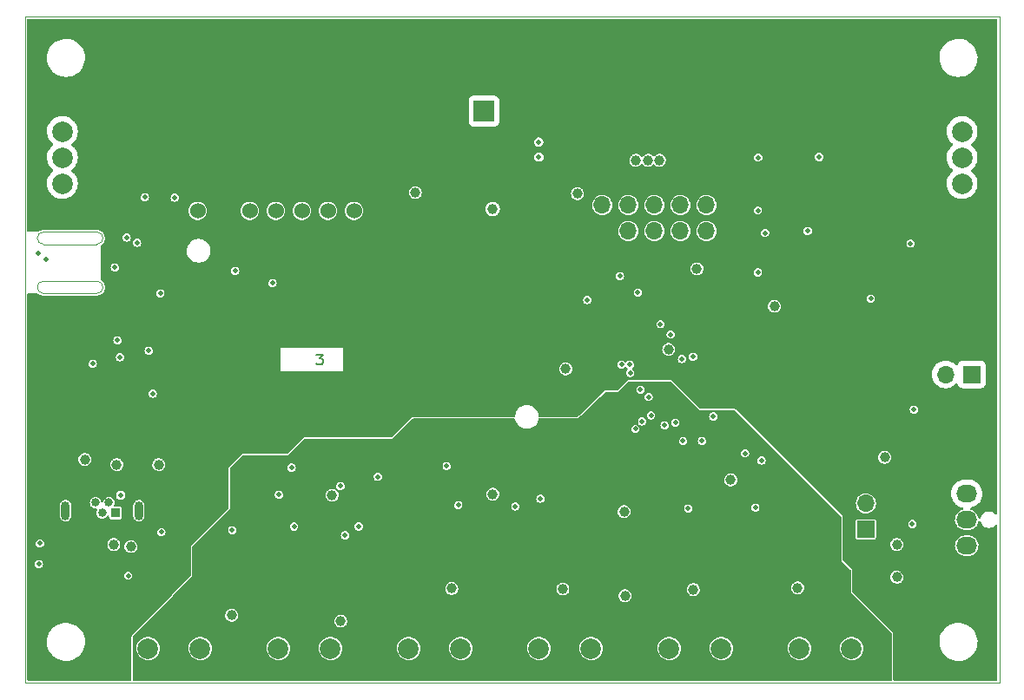
<source format=gbr>
%TF.GenerationSoftware,KiCad,Pcbnew,6.0.8-f2edbf62ab~116~ubuntu20.04.1*%
%TF.CreationDate,2022-10-04T16:34:12-04:00*%
%TF.ProjectId,CAN-Acquisition-Module,43414e2d-4163-4717-9569-736974696f6e,A3*%
%TF.SameCoordinates,Original*%
%TF.FileFunction,Copper,L3,Inr*%
%TF.FilePolarity,Positive*%
%FSLAX46Y46*%
G04 Gerber Fmt 4.6, Leading zero omitted, Abs format (unit mm)*
G04 Created by KiCad (PCBNEW 6.0.8-f2edbf62ab~116~ubuntu20.04.1) date 2022-10-04 16:34:12*
%MOMM*%
%LPD*%
G01*
G04 APERTURE LIST*
%TA.AperFunction,Profile*%
%ADD10C,0.100000*%
%TD*%
%ADD11C,0.200000*%
%TA.AperFunction,NonConductor*%
%ADD12C,0.200000*%
%TD*%
%TA.AperFunction,ComponentPad*%
%ADD13C,1.524000*%
%TD*%
%TA.AperFunction,ComponentPad*%
%ADD14R,1.700000X1.700000*%
%TD*%
%TA.AperFunction,ComponentPad*%
%ADD15O,1.700000X1.700000*%
%TD*%
%TA.AperFunction,ComponentPad*%
%ADD16C,2.000000*%
%TD*%
%TA.AperFunction,ComponentPad*%
%ADD17R,2.000000X2.000000*%
%TD*%
%TA.AperFunction,ComponentPad*%
%ADD18R,0.840000X0.840000*%
%TD*%
%TA.AperFunction,ComponentPad*%
%ADD19C,0.840000*%
%TD*%
%TA.AperFunction,ComponentPad*%
%ADD20O,0.850000X1.850000*%
%TD*%
%TA.AperFunction,ComponentPad*%
%ADD21R,2.030000X1.730000*%
%TD*%
%TA.AperFunction,ComponentPad*%
%ADD22O,2.030000X1.730000*%
%TD*%
%TA.AperFunction,ViaPad*%
%ADD23C,1.000000*%
%TD*%
%TA.AperFunction,ViaPad*%
%ADD24C,0.514000*%
%TD*%
G04 APERTURE END LIST*
D10*
X27000000Y-52000000D02*
X21800000Y-52000000D01*
X21800000Y-50800000D02*
G75*
G03*
X21800000Y-52000000I0J-600000D01*
G01*
X20000000Y-90000000D02*
X115000000Y-90000000D01*
X115000000Y-90000000D02*
X115000000Y-25000000D01*
X115000000Y-25000000D02*
X20000000Y-25000000D01*
X20000000Y-25000000D02*
X20000000Y-90000000D01*
X21800000Y-46000000D02*
G75*
G03*
X21800000Y-47200000I0J-600000D01*
G01*
X21800000Y-46000000D02*
X27000000Y-46000000D01*
X27000000Y-47200000D02*
X21800000Y-47200000D01*
X27000000Y-52000000D02*
G75*
G03*
X27000000Y-50800000I0J600000D01*
G01*
X21800000Y-50800000D02*
X27000000Y-50800000D01*
X27000000Y-47200000D02*
G75*
G03*
X27000000Y-46000000I0J600000D01*
G01*
D11*
D12*
X48416666Y-57952380D02*
X49035714Y-57952380D01*
X48702380Y-58333333D01*
X48845238Y-58333333D01*
X48940476Y-58380952D01*
X48988095Y-58428571D01*
X49035714Y-58523809D01*
X49035714Y-58761904D01*
X48988095Y-58857142D01*
X48940476Y-58904761D01*
X48845238Y-58952380D01*
X48559523Y-58952380D01*
X48464285Y-58904761D01*
X48416666Y-58857142D01*
D13*
%TO.N,+3V3*%
%TO.C,U7*%
X36827701Y-43950000D03*
%TO.N,GND*%
X39367701Y-43950000D03*
%TO.N,/MCU/I2C_SCL*%
X41907701Y-43950000D03*
%TO.N,/MCU/I2C_SDA*%
X44447701Y-43950000D03*
%TO.N,Net-(R41-Pad1)*%
X46987701Y-43950000D03*
%TO.N,Net-(R40-Pad1)*%
X49527701Y-43950000D03*
%TO.N,Net-(R42-Pad2)*%
X52067701Y-43950000D03*
%TD*%
D14*
%TO.N,VBUS*%
%TO.C,J2*%
X112287500Y-59900000D03*
D15*
%TO.N,Net-(D6-Pad2)*%
X109747500Y-59900000D03*
%TD*%
D16*
%TO.N,GND*%
%TO.C,J6*%
X111350000Y-43810000D03*
%TO.N,/CANbus/CAN_L{slash}GRN*%
X111350000Y-41270000D03*
%TO.N,/CANbus/CAN_H{slash}YEL*%
X111350000Y-38730000D03*
%TO.N,/CANbus/V+{slash}RED*%
X111350000Y-36190000D03*
%TD*%
D14*
%TO.N,GND*%
%TO.C,J4*%
X76270000Y-45900000D03*
D15*
%TO.N,/MCU/UART0_RX*%
X76270000Y-43360000D03*
%TO.N,/MCU/nRESET*%
X78810000Y-45900000D03*
%TO.N,/MCU/UART0_TX*%
X78810000Y-43360000D03*
%TO.N,/MCU/ICE_CLK*%
X81350000Y-45900000D03*
%TO.N,unconnected-(J4-Pad6)*%
X81350000Y-43360000D03*
%TO.N,/MCU/ICE_DAT*%
X83890000Y-45900000D03*
%TO.N,unconnected-(J4-Pad8)*%
X83890000Y-43360000D03*
%TO.N,Net-(J4-Pad9)*%
X86430000Y-45900000D03*
%TO.N,unconnected-(J4-Pad10)*%
X86430000Y-43360000D03*
%TD*%
D17*
%TO.N,Net-(C6-Pad1)*%
%TO.C,C6*%
X64750000Y-34200000D03*
D16*
%TO.N,GND*%
X64750000Y-39200000D03*
%TD*%
%TO.N,/CANbus/V+{slash}RED*%
%TO.C,J5*%
X23650000Y-36190000D03*
%TO.N,/CANbus/CAN_H{slash}YEL*%
X23650000Y-38730000D03*
%TO.N,/CANbus/CAN_L{slash}GRN*%
X23650000Y-41270000D03*
%TO.N,GND*%
X23650000Y-43810000D03*
%TD*%
%TO.N,Net-(C47-Pad1)*%
%TO.C,J9*%
X82800000Y-86650000D03*
%TO.N,GNDA*%
X85340000Y-86650000D03*
%TO.N,Net-(C45-Pad1)*%
X87880000Y-86650000D03*
%TO.N,GNDA*%
X90420000Y-86650000D03*
%TD*%
%TO.N,Net-(D23-Pad1)*%
%TO.C,J10*%
X44700000Y-86650000D03*
%TO.N,GNDA*%
X47240000Y-86650000D03*
%TO.N,Net-(D21-Pad1)*%
X49780000Y-86650000D03*
%TO.N,GNDA*%
X52320000Y-86650000D03*
%TD*%
%TO.N,Net-(C46-Pad1)*%
%TO.C,J8*%
X95500000Y-86650000D03*
%TO.N,GNDA*%
X98040000Y-86650000D03*
%TO.N,Net-(C44-Pad1)*%
X100580000Y-86650000D03*
%TO.N,GNDA*%
X103120000Y-86650000D03*
%TD*%
D18*
%TO.N,/Power/V_USB*%
%TO.C,J7*%
X28825000Y-73420000D03*
D19*
%TO.N,Net-(D13-Pad1)*%
X28175000Y-72420000D03*
%TO.N,Net-(D14-Pad1)*%
X27525000Y-73420000D03*
%TO.N,/MCU/USB_OTG_ID*%
X26875000Y-72420000D03*
%TO.N,GND*%
X26225000Y-73420000D03*
D20*
%TO.N,Net-(J7-Pad6)*%
X31100000Y-73200000D03*
X23950000Y-73200000D03*
%TD*%
D21*
%TO.N,GND*%
%TO.C,J1*%
X111800000Y-69000000D03*
D22*
%TO.N,VBUS*%
X111800000Y-71540000D03*
%TO.N,Net-(J1-Pad3)*%
X111800000Y-74080000D03*
%TO.N,Net-(J1-Pad4)*%
X111800000Y-76620000D03*
%TD*%
D16*
%TO.N,Net-(C67-Pad1)*%
%TO.C,J12*%
X70100000Y-86650000D03*
%TO.N,GNDA*%
X72640000Y-86650000D03*
%TO.N,Net-(C65-Pad1)*%
X75180000Y-86650000D03*
%TO.N,GNDA*%
X77720000Y-86650000D03*
%TD*%
%TO.N,Net-(C68-Pad1)*%
%TO.C,J13*%
X57400000Y-86650000D03*
%TO.N,GNDA*%
X59940000Y-86650000D03*
%TO.N,Net-(C66-Pad1)*%
X62480000Y-86650000D03*
%TO.N,GNDA*%
X65020000Y-86650000D03*
%TD*%
%TO.N,Net-(D24-Pad1)*%
%TO.C,J11*%
X32000000Y-86650000D03*
%TO.N,GNDA*%
X34540000Y-86650000D03*
%TO.N,Net-(D22-Pad1)*%
X37080000Y-86650000D03*
%TO.N,GNDA*%
X39620000Y-86650000D03*
%TD*%
D14*
%TO.N,Net-(D8-Pad1)*%
%TO.C,J3*%
X101975000Y-75025000D03*
D15*
%TO.N,Net-(D9-Pad1)*%
X101975000Y-72485000D03*
%TO.N,GND*%
X101975000Y-69945000D03*
%TD*%
D23*
%TO.N,+1V8*%
X65600000Y-71600000D03*
X72430000Y-80840000D03*
X95312500Y-80750000D03*
X40150000Y-83400000D03*
X88800000Y-70200000D03*
X85150000Y-80900000D03*
X49930000Y-71700000D03*
X78400000Y-73300000D03*
X50775000Y-83975000D03*
X61600000Y-80800000D03*
X78500000Y-81500000D03*
%TO.N,GNDA*%
X72500000Y-77750000D03*
D24*
X52450000Y-69120000D03*
X76400000Y-68390000D03*
D23*
X73540000Y-82840000D03*
D24*
X41550000Y-68350000D03*
X60330000Y-68720000D03*
X47070000Y-74850000D03*
D23*
X97562500Y-82200000D03*
X76050000Y-64400000D03*
X41750000Y-82800000D03*
D24*
X47000000Y-69000000D03*
D23*
X48730000Y-71750000D03*
X93812500Y-80400000D03*
X77150000Y-77500000D03*
X70750000Y-80490000D03*
X80050000Y-77600000D03*
D24*
X50900000Y-74800000D03*
X44175000Y-72250000D03*
D23*
X83600000Y-80300000D03*
D24*
X70650000Y-65198500D03*
X80894500Y-64925000D03*
X79775000Y-66300000D03*
D23*
X39298971Y-79797299D03*
D24*
X47450000Y-66600000D03*
D23*
X61600000Y-77700000D03*
X64923500Y-70600000D03*
X60180000Y-80540000D03*
D24*
X63770000Y-70000000D03*
D23*
X53274000Y-82992000D03*
D24*
X36100000Y-80400000D03*
X85392089Y-65307911D03*
D23*
X95212500Y-77750000D03*
D24*
X85650000Y-71900000D03*
D23*
X81800000Y-61400000D03*
D24*
X57900000Y-64600000D03*
D23*
X62860000Y-82970000D03*
D24*
X68690000Y-72750000D03*
X63270000Y-72610000D03*
X40200000Y-75900000D03*
X78730000Y-65360000D03*
X75350000Y-65200000D03*
X92600000Y-68300000D03*
D23*
X87580220Y-70019780D03*
D24*
X37700000Y-75900000D03*
X83700000Y-67500000D03*
X82850000Y-65525000D03*
X81925000Y-64200000D03*
X52100000Y-75400000D03*
D23*
X85150000Y-77750000D03*
X78300000Y-64500000D03*
D24*
X70630000Y-72990000D03*
D23*
X50410000Y-80185000D03*
D24*
X86290000Y-64190000D03*
D23*
X86950000Y-82250000D03*
D24*
X50551036Y-70036229D03*
X90100000Y-72900000D03*
D23*
%TO.N,GND*%
X87300000Y-55100000D03*
X23048000Y-67625000D03*
D24*
X96100000Y-65150000D03*
X90075000Y-43900000D03*
D23*
X81600000Y-52300000D03*
X100420000Y-37040000D03*
D24*
X45350000Y-67300000D03*
D23*
X108900000Y-55306000D03*
X77400000Y-40850000D03*
D24*
X78980000Y-51640000D03*
X78700000Y-58200000D03*
X91500000Y-40850000D03*
X33400000Y-54400000D03*
D23*
X72450000Y-61050000D03*
D24*
X90400000Y-63900000D03*
X75070000Y-59370000D03*
X66900000Y-63650000D03*
X94350000Y-39450000D03*
D23*
X110050000Y-79525000D03*
X100500000Y-38250000D03*
D24*
X87200000Y-56950000D03*
X91600000Y-63400000D03*
X81350000Y-49250000D03*
D23*
X52500000Y-58000000D03*
D24*
X90850000Y-50550000D03*
X55052000Y-42987000D03*
X88150000Y-52850000D03*
X35494000Y-51242000D03*
X29906000Y-60513000D03*
X79800000Y-60100000D03*
X94500000Y-55850000D03*
X84050000Y-53750000D03*
X83210000Y-58360000D03*
X30160000Y-58227000D03*
X89000000Y-57600000D03*
X90600000Y-39050000D03*
D23*
X58227000Y-40828000D03*
D24*
X21550000Y-75450000D03*
D23*
X104800000Y-83075000D03*
D24*
X101510000Y-52410000D03*
X72950000Y-63600000D03*
X75900000Y-61600000D03*
X107000000Y-47650000D03*
X107110000Y-62480000D03*
D23*
X36383000Y-37018000D03*
X37350000Y-61850000D03*
X108425000Y-54000000D03*
D24*
X67879000Y-47178000D03*
D23*
X21550000Y-80600000D03*
D24*
X54036000Y-39431000D03*
X81950000Y-47375000D03*
X82200000Y-55800000D03*
X73200000Y-50400000D03*
X74025000Y-52625000D03*
X35400000Y-43225000D03*
X74900000Y-56600000D03*
D23*
X70340000Y-40840000D03*
X22140000Y-32630000D03*
D24*
X71050000Y-54550000D03*
X66355000Y-47559000D03*
X83750000Y-49350000D03*
X27800000Y-52800000D03*
D23*
X80900000Y-59100000D03*
X81250000Y-37000000D03*
D24*
X69750000Y-49100000D03*
X38000000Y-73100000D03*
D23*
X84700000Y-37750000D03*
D24*
X35850000Y-55050000D03*
X106140000Y-75370000D03*
D23*
X76600000Y-41700000D03*
X76200000Y-48550000D03*
D24*
X94950000Y-41350000D03*
X88500000Y-61300000D03*
D23*
X23300000Y-61800000D03*
D24*
X75720000Y-58880000D03*
D23*
X102400000Y-46750000D03*
X103700000Y-76900000D03*
X73290000Y-39790000D03*
X37750000Y-57500000D03*
D24*
X89050000Y-39100000D03*
D23*
X27900000Y-67600000D03*
D24*
X31049000Y-41971000D03*
D23*
X34400000Y-69900000D03*
X102850000Y-64850000D03*
X80678012Y-56621988D03*
D24*
X23556000Y-57846000D03*
D23*
X45750000Y-60750000D03*
X102075000Y-57525000D03*
D24*
X88725000Y-48550000D03*
D23*
X55575000Y-45825000D03*
X27366000Y-62672000D03*
D24*
X75050000Y-62450000D03*
D23*
X35400000Y-77800000D03*
D24*
X97000000Y-45400000D03*
X73177392Y-57977392D03*
X74375000Y-51575000D03*
D23*
X98150000Y-49975000D03*
X70840000Y-39830000D03*
D24*
X86400000Y-58400000D03*
D23*
X56350000Y-54400000D03*
X72550000Y-40790000D03*
X105000000Y-69800000D03*
D24*
X54100000Y-62700000D03*
X27874000Y-56449000D03*
X79900000Y-47600000D03*
D23*
X30975000Y-82000000D03*
D24*
X87100000Y-59950000D03*
X77250000Y-50000000D03*
X95125000Y-62600000D03*
X69550000Y-54250000D03*
X68330000Y-38700000D03*
X27366000Y-59116000D03*
D23*
X34380000Y-37784000D03*
X71440000Y-40760000D03*
D24*
X68250000Y-53850000D03*
X56500000Y-64700000D03*
D23*
X25650000Y-77600000D03*
D24*
X93000000Y-45600000D03*
D23*
X56700000Y-56100000D03*
D24*
X83150000Y-50450000D03*
D23*
X35240000Y-37018000D03*
X72110000Y-39810000D03*
X87510000Y-38980000D03*
X108425000Y-52800000D03*
D24*
X32700000Y-62545000D03*
D23*
X104250000Y-39750000D03*
X82500000Y-37250000D03*
D24*
X32700000Y-48194000D03*
X74500000Y-55200000D03*
D23*
X72000000Y-43400000D03*
D24*
X93450000Y-62975000D03*
X28200000Y-54200000D03*
X70750000Y-63500000D03*
X83650000Y-57400000D03*
X64577000Y-47813000D03*
%TO.N,+3V3*%
X91450000Y-43900000D03*
D23*
X103800000Y-68000000D03*
X72720000Y-59360000D03*
X79550000Y-39000000D03*
X82747792Y-57452208D03*
X93050000Y-53250000D03*
X33037500Y-68700000D03*
X58050000Y-42150000D03*
X28655000Y-76500000D03*
X25837500Y-68200000D03*
X30324750Y-76705250D03*
X73850000Y-42250000D03*
D24*
X106325000Y-47125000D03*
D23*
X80750000Y-39000000D03*
X81850000Y-39000000D03*
X85500000Y-49600000D03*
D24*
X33200000Y-52000000D03*
D23*
X105000000Y-76500000D03*
D24*
X21270000Y-48067000D03*
D23*
X105000000Y-79700000D03*
X28937500Y-68700000D03*
%TO.N,/Power/V_USB*%
X65593000Y-43749000D03*
D24*
X29335000Y-71700000D03*
%TO.N,/MCU/FAN_PWM_CTRL*%
X106500000Y-74500000D03*
X106640000Y-63340000D03*
%TO.N,/MCU/USB_OTG_ID*%
X33300000Y-75300000D03*
%TO.N,/MCU/ICE_DAT*%
X79750000Y-51900000D03*
%TO.N,/MCU/ICE_CLK*%
X78000000Y-50300000D03*
%TO.N,Net-(R10-Pad1)*%
X78150000Y-58944500D03*
X21455000Y-76400000D03*
%TO.N,Net-(R11-Pad1)*%
X21355000Y-78400000D03*
X78950000Y-58950000D03*
%TO.N,Net-(R12-Pad1)*%
X30055000Y-79550000D03*
X79000000Y-59750000D03*
%TO.N,/CANbus/CAN_PIN8*%
X82950000Y-56000000D03*
X92150000Y-46100000D03*
%TO.N,/CANbus/CAN_PIN5*%
X96300000Y-45900000D03*
X81950000Y-55000000D03*
%TO.N,Net-(C39-Pad1)*%
X97410000Y-38680000D03*
X91475000Y-38735000D03*
%TO.N,Net-(C7-Pad1)*%
X70090000Y-38690000D03*
X70070000Y-37220000D03*
%TO.N,Net-(C58-Pad1)*%
X40200000Y-75100000D03*
X44750000Y-71650000D03*
%TO.N,/MCU/HUMIDITY_ALERT*%
X34600000Y-42650000D03*
X30922000Y-47051000D03*
%TO.N,/MCU/PERIPHERAL_RESET*%
X29906000Y-46543000D03*
X31684000Y-42606000D03*
%TO.N,/MCU/I2C_SCL*%
X40492000Y-49800000D03*
%TO.N,/MCU/I2C_SDA*%
X44130000Y-50988000D03*
%TO.N,Net-(R39-Pad2)*%
X22032000Y-48702000D03*
X28763000Y-49464000D03*
%TO.N,/MCU/SCREEN_SS*%
X32065000Y-57592000D03*
X74820000Y-52640000D03*
%TO.N,/MCU/SCREEN_CLK*%
X26604000Y-58862000D03*
X29017000Y-56576000D03*
%TO.N,/ADC0*%
X87100000Y-64000000D03*
X90200000Y-67600000D03*
%TO.N,/ADC9*%
X52530000Y-74750000D03*
X79500000Y-65220000D03*
%TO.N,/ADC10*%
X80800000Y-62100000D03*
X46230000Y-74750000D03*
%TO.N,/ADC11*%
X80000000Y-61400000D03*
X46000000Y-69000000D03*
%TO.N,/ADC8*%
X54400000Y-69900000D03*
X80160000Y-64500000D03*
%TO.N,/ADC6*%
X62240000Y-72660000D03*
X82350000Y-64875000D03*
%TO.N,/ADC5*%
X83400000Y-64600000D03*
X67800000Y-72790000D03*
%TO.N,/ADC4*%
X84150000Y-66400000D03*
X70250000Y-72020000D03*
%TO.N,/ADC2*%
X86000000Y-66400000D03*
X84650000Y-73000000D03*
%TO.N,/ADC1*%
X91800000Y-68300000D03*
X91200000Y-72900000D03*
%TO.N,/ADC7*%
X61110000Y-68840000D03*
X81030000Y-63910000D03*
%TO.N,Net-(C55-Pad1)*%
X51200000Y-75600000D03*
X50750000Y-70800000D03*
%TO.N,Net-(R72-Pad2)*%
X32446000Y-61783000D03*
X29271000Y-58227000D03*
%TO.N,/MCU/MEM_CLK*%
X91450000Y-49950000D03*
X85125000Y-58175000D03*
%TO.N,/MCU/MEM_nSS*%
X84050000Y-58400000D03*
X102450000Y-52500000D03*
%TD*%
%TA.AperFunction,Conductor*%
%TO.N,GND*%
G36*
X114741621Y-25220502D02*
G01*
X114788114Y-25274158D01*
X114799500Y-25326500D01*
X114799500Y-73478611D01*
X114779498Y-73546732D01*
X114725842Y-73593225D01*
X114655568Y-73603329D01*
X114590988Y-73573835D01*
X114583477Y-73566769D01*
X114476617Y-73457647D01*
X114476610Y-73457641D01*
X114471685Y-73452612D01*
X114319973Y-73354840D01*
X114313353Y-73352431D01*
X114313350Y-73352429D01*
X114156988Y-73295518D01*
X114156987Y-73295518D01*
X114150369Y-73293109D01*
X114143381Y-73292226D01*
X114143380Y-73292226D01*
X114106475Y-73287564D01*
X114010978Y-73275500D01*
X113914613Y-73275500D01*
X113780636Y-73290528D01*
X113773984Y-73292845D01*
X113773982Y-73292845D01*
X113723204Y-73310528D01*
X113610187Y-73349885D01*
X113542752Y-73392023D01*
X113484876Y-73428188D01*
X113457124Y-73445529D01*
X113452126Y-73450492D01*
X113452125Y-73450493D01*
X113334052Y-73567744D01*
X113334049Y-73567748D01*
X113329055Y-73572707D01*
X113232344Y-73725099D01*
X113229979Y-73731741D01*
X113184398Y-73859748D01*
X113171799Y-73895129D01*
X113171351Y-73898885D01*
X113136957Y-73959517D01*
X113074101Y-73992527D01*
X113003377Y-73986315D01*
X112947238Y-73942853D01*
X112924734Y-73887830D01*
X112917231Y-73838216D01*
X112917231Y-73838215D01*
X112916276Y-73831902D01*
X112914064Y-73825888D01*
X112848856Y-73648660D01*
X112848855Y-73648658D01*
X112846653Y-73642673D01*
X112740402Y-73471308D01*
X112601864Y-73324808D01*
X112590859Y-73317102D01*
X112441924Y-73212816D01*
X112441922Y-73212815D01*
X112436698Y-73209157D01*
X112315203Y-73156582D01*
X112257511Y-73131616D01*
X112257509Y-73131615D01*
X112251650Y-73129080D01*
X112230787Y-73124722D01*
X112168199Y-73091214D01*
X112133660Y-73029185D01*
X112138139Y-72958330D01*
X112180215Y-72901144D01*
X112224900Y-72879426D01*
X112400043Y-72833967D01*
X112400042Y-72833967D01*
X112405206Y-72832627D01*
X112616492Y-72737450D01*
X112808721Y-72608034D01*
X112856007Y-72562926D01*
X112972535Y-72451763D01*
X112976397Y-72448079D01*
X113114724Y-72262160D01*
X113219749Y-72055592D01*
X113272225Y-71886593D01*
X113286884Y-71839384D01*
X113286885Y-71839378D01*
X113288468Y-71834281D01*
X113310150Y-71670694D01*
X113318216Y-71609840D01*
X113318216Y-71609836D01*
X113318916Y-71604556D01*
X113317715Y-71572553D01*
X113310422Y-71378317D01*
X113310222Y-71372986D01*
X113262635Y-71146191D01*
X113177517Y-70930655D01*
X113057299Y-70732544D01*
X112973701Y-70636205D01*
X112908921Y-70561552D01*
X112908919Y-70561550D01*
X112905421Y-70557519D01*
X112901295Y-70554136D01*
X112901291Y-70554132D01*
X112730352Y-70413972D01*
X112726224Y-70410587D01*
X112721588Y-70407948D01*
X112721585Y-70407946D01*
X112529476Y-70298591D01*
X112524833Y-70295948D01*
X112307005Y-70216881D01*
X112301756Y-70215932D01*
X112301753Y-70215931D01*
X112223119Y-70201712D01*
X112078970Y-70175645D01*
X112074831Y-70175450D01*
X112074824Y-70175449D01*
X112056178Y-70174570D01*
X112056171Y-70174570D01*
X112054690Y-70174500D01*
X111591814Y-70174500D01*
X111419096Y-70189155D01*
X111413932Y-70190495D01*
X111413928Y-70190496D01*
X111312273Y-70216881D01*
X111194794Y-70247373D01*
X110983508Y-70342550D01*
X110791279Y-70471966D01*
X110623603Y-70631921D01*
X110485276Y-70817840D01*
X110380251Y-71024408D01*
X110345892Y-71135063D01*
X110313116Y-71240616D01*
X110313115Y-71240622D01*
X110311532Y-71245719D01*
X110297974Y-71348013D01*
X110285229Y-71444174D01*
X110281084Y-71475444D01*
X110281284Y-71480773D01*
X110281284Y-71480775D01*
X110284136Y-71556742D01*
X110289778Y-71707014D01*
X110337365Y-71933809D01*
X110422483Y-72149345D01*
X110542701Y-72347456D01*
X110546198Y-72351486D01*
X110663100Y-72486204D01*
X110694579Y-72522481D01*
X110698705Y-72525864D01*
X110698709Y-72525868D01*
X110819168Y-72624637D01*
X110873776Y-72669413D01*
X110878412Y-72672052D01*
X110878415Y-72672054D01*
X110922255Y-72697009D01*
X111075167Y-72784052D01*
X111292995Y-72863119D01*
X111324710Y-72868854D01*
X111373223Y-72877627D01*
X111436697Y-72909432D01*
X111472900Y-72970505D01*
X111470337Y-73041455D01*
X111429822Y-73099757D01*
X111388482Y-73121849D01*
X111256996Y-73163054D01*
X111080646Y-73260807D01*
X110927553Y-73392023D01*
X110923646Y-73397060D01*
X110923644Y-73397062D01*
X110883516Y-73448795D01*
X110803972Y-73551343D01*
X110714951Y-73732258D01*
X110664126Y-73927379D01*
X110660712Y-73992527D01*
X110655086Y-74099869D01*
X110653573Y-74128733D01*
X110683724Y-74328098D01*
X110685927Y-74334087D01*
X110685928Y-74334089D01*
X110704356Y-74384174D01*
X110753347Y-74517327D01*
X110859598Y-74688692D01*
X110883976Y-74714471D01*
X110992157Y-74828869D01*
X110998136Y-74835192D01*
X111003366Y-74838854D01*
X111003367Y-74838855D01*
X111093959Y-74902288D01*
X111163302Y-74950843D01*
X111284797Y-75003418D01*
X111342489Y-75028384D01*
X111342491Y-75028385D01*
X111348350Y-75030920D01*
X111354600Y-75032226D01*
X111354601Y-75032226D01*
X111540976Y-75071162D01*
X111540980Y-75071162D01*
X111545721Y-75072153D01*
X111550560Y-75072407D01*
X111550563Y-75072407D01*
X111550599Y-75072409D01*
X111552342Y-75072500D01*
X112000386Y-75072500D01*
X112112992Y-75061062D01*
X112144250Y-75057887D01*
X112144251Y-75057887D01*
X112150599Y-75057242D01*
X112343004Y-74996946D01*
X112519354Y-74899193D01*
X112532227Y-74888160D01*
X112556011Y-74867774D01*
X112672447Y-74767977D01*
X112713951Y-74714471D01*
X112776021Y-74634450D01*
X112796028Y-74608657D01*
X112885049Y-74427742D01*
X112886658Y-74421566D01*
X112886660Y-74421560D01*
X112926165Y-74269894D01*
X112928065Y-74262600D01*
X112964592Y-74201720D01*
X113028234Y-74170254D01*
X113098786Y-74178190D01*
X113153847Y-74223009D01*
X113167581Y-74254432D01*
X113169295Y-74253848D01*
X113227460Y-74424707D01*
X113267756Y-74490207D01*
X113284441Y-74517327D01*
X113322034Y-74578434D01*
X113336767Y-74593479D01*
X113430007Y-74688692D01*
X113448315Y-74707388D01*
X113600027Y-74805160D01*
X113606647Y-74807569D01*
X113606650Y-74807571D01*
X113763012Y-74864482D01*
X113769631Y-74866891D01*
X113776619Y-74867774D01*
X113776620Y-74867774D01*
X113790062Y-74869472D01*
X113909022Y-74884500D01*
X114005387Y-74884500D01*
X114139364Y-74869472D01*
X114146016Y-74867155D01*
X114146018Y-74867155D01*
X114255959Y-74828869D01*
X114309813Y-74810115D01*
X114462876Y-74714471D01*
X114494300Y-74683266D01*
X114584716Y-74593479D01*
X114647147Y-74559672D01*
X114717944Y-74564984D01*
X114774631Y-74607729D01*
X114799210Y-74674335D01*
X114799500Y-74682885D01*
X114799500Y-89673500D01*
X114779498Y-89741621D01*
X114725842Y-89788114D01*
X114673500Y-89799500D01*
X104758500Y-89799500D01*
X104690379Y-89779498D01*
X104643886Y-89725842D01*
X104632500Y-89673500D01*
X104632500Y-86042186D01*
X109141018Y-86042186D01*
X109166579Y-86310100D01*
X109230547Y-86571518D01*
X109331583Y-86820963D01*
X109467569Y-87053210D01*
X109635658Y-87263395D01*
X109832327Y-87447113D01*
X110053457Y-87600516D01*
X110294416Y-87720391D01*
X110298750Y-87721812D01*
X110298753Y-87721813D01*
X110545823Y-87802807D01*
X110545829Y-87802808D01*
X110550156Y-87804227D01*
X110554647Y-87805007D01*
X110554648Y-87805007D01*
X110811538Y-87849611D01*
X110811546Y-87849612D01*
X110815319Y-87850267D01*
X110819156Y-87850458D01*
X110898777Y-87854422D01*
X110898785Y-87854422D01*
X110900348Y-87854500D01*
X111068374Y-87854500D01*
X111070642Y-87854335D01*
X111070654Y-87854335D01*
X111201457Y-87844844D01*
X111268425Y-87839985D01*
X111272880Y-87839001D01*
X111272883Y-87839001D01*
X111526770Y-87782947D01*
X111526772Y-87782946D01*
X111531226Y-87781963D01*
X111782900Y-87686613D01*
X112018172Y-87555931D01*
X112164842Y-87443996D01*
X112228491Y-87395421D01*
X112228495Y-87395417D01*
X112232116Y-87392654D01*
X112420249Y-87200203D01*
X112527242Y-87053210D01*
X112575942Y-86986304D01*
X112575947Y-86986297D01*
X112578630Y-86982610D01*
X112703941Y-86744433D01*
X112793557Y-86490662D01*
X112818688Y-86363156D01*
X112844720Y-86231083D01*
X112844721Y-86231077D01*
X112845601Y-86226611D01*
X112854782Y-86042186D01*
X112858755Y-85962383D01*
X112858755Y-85962377D01*
X112858982Y-85957814D01*
X112833421Y-85689900D01*
X112769453Y-85428482D01*
X112668417Y-85179037D01*
X112532431Y-84946790D01*
X112364342Y-84736605D01*
X112167673Y-84552887D01*
X111946543Y-84399484D01*
X111705584Y-84279609D01*
X111701250Y-84278188D01*
X111701247Y-84278187D01*
X111454177Y-84197193D01*
X111454171Y-84197192D01*
X111449844Y-84195773D01*
X111445352Y-84194993D01*
X111188462Y-84150389D01*
X111188454Y-84150388D01*
X111184681Y-84149733D01*
X111174718Y-84149237D01*
X111101223Y-84145578D01*
X111101215Y-84145578D01*
X111099652Y-84145500D01*
X110931626Y-84145500D01*
X110929358Y-84145665D01*
X110929346Y-84145665D01*
X110798543Y-84155156D01*
X110731575Y-84160015D01*
X110727120Y-84160999D01*
X110727117Y-84160999D01*
X110473230Y-84217053D01*
X110473228Y-84217054D01*
X110468774Y-84218037D01*
X110217100Y-84313387D01*
X109981828Y-84444069D01*
X109978196Y-84446841D01*
X109771509Y-84604579D01*
X109771505Y-84604583D01*
X109767884Y-84607346D01*
X109579751Y-84799797D01*
X109577066Y-84803486D01*
X109424058Y-85013696D01*
X109424053Y-85013703D01*
X109421370Y-85017390D01*
X109296059Y-85255567D01*
X109206443Y-85509338D01*
X109205560Y-85513820D01*
X109170855Y-85689900D01*
X109154399Y-85773389D01*
X109154172Y-85777942D01*
X109154172Y-85777945D01*
X109144991Y-85962383D01*
X109141018Y-86042186D01*
X104632500Y-86042186D01*
X104632500Y-85225888D01*
X104622414Y-85175182D01*
X104604108Y-85130988D01*
X104575386Y-85088002D01*
X100669405Y-81182021D01*
X100635379Y-81119709D01*
X100632500Y-81092926D01*
X100632500Y-79693381D01*
X104367926Y-79693381D01*
X104384592Y-79844343D01*
X104436787Y-79986971D01*
X104521497Y-80113033D01*
X104633831Y-80215250D01*
X104640504Y-80218873D01*
X104640508Y-80218876D01*
X104760632Y-80284097D01*
X104767305Y-80287720D01*
X104914213Y-80326261D01*
X104991667Y-80327477D01*
X105058474Y-80328527D01*
X105058477Y-80328527D01*
X105066073Y-80328646D01*
X105073477Y-80326950D01*
X105073479Y-80326950D01*
X105128425Y-80314366D01*
X105214119Y-80294739D01*
X105281961Y-80260618D01*
X105343021Y-80229909D01*
X105343024Y-80229907D01*
X105349804Y-80226497D01*
X105355576Y-80221568D01*
X105355578Y-80221566D01*
X105459522Y-80132789D01*
X105459523Y-80132788D01*
X105465294Y-80127859D01*
X105553921Y-80004521D01*
X105558443Y-79993274D01*
X105583031Y-79932108D01*
X105610570Y-79863602D01*
X105631970Y-79713238D01*
X105632109Y-79700000D01*
X105613863Y-79549221D01*
X105560177Y-79407146D01*
X105551884Y-79395079D01*
X105478454Y-79288238D01*
X105478453Y-79288236D01*
X105474152Y-79281979D01*
X105405858Y-79221131D01*
X105366425Y-79185997D01*
X105366422Y-79185995D01*
X105360753Y-79180944D01*
X105353673Y-79177195D01*
X105233240Y-79113429D01*
X105233241Y-79113429D01*
X105226528Y-79109875D01*
X105217216Y-79107536D01*
X105086595Y-79074726D01*
X105086591Y-79074726D01*
X105079224Y-79072875D01*
X105071625Y-79072835D01*
X105071623Y-79072835D01*
X105007984Y-79072502D01*
X104927347Y-79072080D01*
X104919967Y-79073852D01*
X104919965Y-79073852D01*
X104787044Y-79105764D01*
X104787043Y-79105765D01*
X104779664Y-79107536D01*
X104644702Y-79177195D01*
X104530251Y-79277037D01*
X104442920Y-79401296D01*
X104387750Y-79542801D01*
X104386759Y-79550330D01*
X104369102Y-79684450D01*
X104367926Y-79693381D01*
X100632500Y-79693381D01*
X100632500Y-79025888D01*
X100622414Y-78975182D01*
X100604108Y-78930988D01*
X100575386Y-78888002D01*
X99769405Y-78082021D01*
X99735379Y-78019709D01*
X99732500Y-77992926D01*
X99732500Y-76493381D01*
X104367926Y-76493381D01*
X104384592Y-76644343D01*
X104436787Y-76786971D01*
X104521497Y-76913033D01*
X104633831Y-77015250D01*
X104640504Y-77018873D01*
X104640508Y-77018876D01*
X104760632Y-77084097D01*
X104767305Y-77087720D01*
X104914213Y-77126261D01*
X104991667Y-77127477D01*
X105058474Y-77128527D01*
X105058477Y-77128527D01*
X105066073Y-77128646D01*
X105073477Y-77126950D01*
X105073479Y-77126950D01*
X105128425Y-77114366D01*
X105214119Y-77094739D01*
X105300409Y-77051340D01*
X105343021Y-77029909D01*
X105343024Y-77029907D01*
X105349804Y-77026497D01*
X105355576Y-77021568D01*
X105355578Y-77021566D01*
X105459522Y-76932789D01*
X105459523Y-76932788D01*
X105465294Y-76927859D01*
X105553921Y-76804521D01*
X105558443Y-76793274D01*
X105585531Y-76725888D01*
X105608507Y-76668733D01*
X110653573Y-76668733D01*
X110661715Y-76722571D01*
X110682701Y-76861331D01*
X110683724Y-76868098D01*
X110685927Y-76874087D01*
X110685928Y-76874089D01*
X110738118Y-77015937D01*
X110753347Y-77057327D01*
X110859598Y-77228692D01*
X110863986Y-77233332D01*
X110957481Y-77332200D01*
X110998136Y-77375192D01*
X111003366Y-77378854D01*
X111003367Y-77378855D01*
X111093959Y-77442288D01*
X111163302Y-77490843D01*
X111284797Y-77543418D01*
X111342489Y-77568384D01*
X111342491Y-77568385D01*
X111348350Y-77570920D01*
X111354600Y-77572226D01*
X111354601Y-77572226D01*
X111540976Y-77611162D01*
X111540980Y-77611162D01*
X111545721Y-77612153D01*
X111550560Y-77612407D01*
X111550563Y-77612407D01*
X111550599Y-77612409D01*
X111552342Y-77612500D01*
X112000386Y-77612500D01*
X112072081Y-77605218D01*
X112144250Y-77597887D01*
X112144251Y-77597887D01*
X112150599Y-77597242D01*
X112343004Y-77536946D01*
X112519354Y-77439193D01*
X112672447Y-77307977D01*
X112677329Y-77301684D01*
X112792119Y-77153696D01*
X112796028Y-77148657D01*
X112885049Y-76967742D01*
X112935874Y-76772621D01*
X112941982Y-76656081D01*
X112946093Y-76577649D01*
X112946093Y-76577644D01*
X112946427Y-76571267D01*
X112916276Y-76371902D01*
X112902966Y-76335725D01*
X112848856Y-76188660D01*
X112848855Y-76188658D01*
X112846653Y-76182673D01*
X112740402Y-76011308D01*
X112611243Y-75874726D01*
X112606253Y-75869449D01*
X112606252Y-75869448D01*
X112601864Y-75864808D01*
X112510462Y-75800807D01*
X112441924Y-75752816D01*
X112441922Y-75752815D01*
X112436698Y-75749157D01*
X112295742Y-75688160D01*
X112257511Y-75671616D01*
X112257509Y-75671615D01*
X112251650Y-75669080D01*
X112245399Y-75667774D01*
X112059024Y-75628838D01*
X112059020Y-75628838D01*
X112054279Y-75627847D01*
X112049440Y-75627593D01*
X112049437Y-75627593D01*
X112049401Y-75627591D01*
X112047658Y-75627500D01*
X111599614Y-75627500D01*
X111527919Y-75634782D01*
X111455750Y-75642113D01*
X111455749Y-75642113D01*
X111449401Y-75642758D01*
X111256996Y-75703054D01*
X111080646Y-75800807D01*
X110927553Y-75932023D01*
X110923646Y-75937060D01*
X110923644Y-75937062D01*
X110878667Y-75995046D01*
X110803972Y-76091343D01*
X110714951Y-76272258D01*
X110713342Y-76278436D01*
X110713341Y-76278438D01*
X110711847Y-76284174D01*
X110664126Y-76467379D01*
X110659503Y-76555580D01*
X110654478Y-76651471D01*
X110653573Y-76668733D01*
X105608507Y-76668733D01*
X105610570Y-76663602D01*
X105631970Y-76513238D01*
X105632109Y-76500000D01*
X105613863Y-76349221D01*
X105560177Y-76207146D01*
X105543334Y-76182639D01*
X105478454Y-76088238D01*
X105478453Y-76088236D01*
X105474152Y-76081979D01*
X105463000Y-76072043D01*
X105366425Y-75985997D01*
X105366422Y-75985995D01*
X105360753Y-75980944D01*
X105353673Y-75977195D01*
X105233240Y-75913429D01*
X105233241Y-75913429D01*
X105226528Y-75909875D01*
X105217216Y-75907536D01*
X105086595Y-75874726D01*
X105086591Y-75874726D01*
X105079224Y-75872875D01*
X105071625Y-75872835D01*
X105071623Y-75872835D01*
X105007984Y-75872502D01*
X104927347Y-75872080D01*
X104919967Y-75873852D01*
X104919965Y-75873852D01*
X104787044Y-75905764D01*
X104787043Y-75905765D01*
X104779664Y-75907536D01*
X104740266Y-75927871D01*
X104664606Y-75966922D01*
X104644702Y-75977195D01*
X104638980Y-75982187D01*
X104638978Y-75982188D01*
X104598050Y-76017892D01*
X104530251Y-76077037D01*
X104503482Y-76115125D01*
X104449983Y-76191247D01*
X104442920Y-76201296D01*
X104387750Y-76342801D01*
X104386759Y-76350330D01*
X104377653Y-76419499D01*
X104367926Y-76493381D01*
X99732500Y-76493381D01*
X99732500Y-75887558D01*
X100997500Y-75887558D01*
X100998706Y-75893618D01*
X100998706Y-75893623D01*
X101002477Y-75912578D01*
X101004898Y-75924748D01*
X101033078Y-75966922D01*
X101043394Y-75973815D01*
X101061626Y-75985997D01*
X101075252Y-75995102D01*
X101087422Y-75997523D01*
X101106377Y-76001294D01*
X101106382Y-76001294D01*
X101112442Y-76002500D01*
X102837558Y-76002500D01*
X102843618Y-76001294D01*
X102843623Y-76001294D01*
X102862578Y-75997523D01*
X102874748Y-75995102D01*
X102888375Y-75985997D01*
X102906606Y-75973815D01*
X102916922Y-75966922D01*
X102945102Y-75924748D01*
X102947523Y-75912578D01*
X102951294Y-75893623D01*
X102951294Y-75893618D01*
X102952500Y-75887558D01*
X102952500Y-74500000D01*
X106093495Y-74500000D01*
X106095046Y-74509793D01*
X106109799Y-74602936D01*
X106113391Y-74625617D01*
X106171131Y-74738938D01*
X106261062Y-74828869D01*
X106374383Y-74886609D01*
X106384173Y-74888160D01*
X106384174Y-74888160D01*
X106490207Y-74904954D01*
X106500000Y-74906505D01*
X106509793Y-74904954D01*
X106615826Y-74888160D01*
X106615827Y-74888160D01*
X106625617Y-74886609D01*
X106738938Y-74828869D01*
X106828869Y-74738938D01*
X106886609Y-74625617D01*
X106890202Y-74602936D01*
X106904954Y-74509793D01*
X106906505Y-74500000D01*
X106896194Y-74434901D01*
X106888160Y-74384174D01*
X106888160Y-74384173D01*
X106886609Y-74374383D01*
X106828869Y-74261062D01*
X106738938Y-74171131D01*
X106625617Y-74113391D01*
X106615827Y-74111840D01*
X106615826Y-74111840D01*
X106509793Y-74095046D01*
X106500000Y-74093495D01*
X106490207Y-74095046D01*
X106384174Y-74111840D01*
X106384173Y-74111840D01*
X106374383Y-74113391D01*
X106261062Y-74171131D01*
X106171131Y-74261062D01*
X106113391Y-74374383D01*
X106111840Y-74384173D01*
X106111840Y-74384174D01*
X106103806Y-74434901D01*
X106093495Y-74500000D01*
X102952500Y-74500000D01*
X102952500Y-74162442D01*
X102945102Y-74125252D01*
X102936141Y-74111840D01*
X102923815Y-74093394D01*
X102916922Y-74083078D01*
X102874748Y-74054898D01*
X102862578Y-74052477D01*
X102843623Y-74048706D01*
X102843618Y-74048706D01*
X102837558Y-74047500D01*
X101112442Y-74047500D01*
X101106382Y-74048706D01*
X101106377Y-74048706D01*
X101087422Y-74052477D01*
X101075252Y-74054898D01*
X101033078Y-74083078D01*
X101026185Y-74093394D01*
X101013860Y-74111840D01*
X101004898Y-74125252D01*
X100997500Y-74162442D01*
X100997500Y-75887558D01*
X99732500Y-75887558D01*
X99732500Y-73825888D01*
X99722414Y-73775182D01*
X99704108Y-73730988D01*
X99700174Y-73725099D01*
X99678824Y-73693147D01*
X99678823Y-73693145D01*
X99675386Y-73688002D01*
X98458670Y-72471286D01*
X100992866Y-72471286D01*
X100993382Y-72477430D01*
X101006328Y-72631593D01*
X101008907Y-72662311D01*
X101010606Y-72668236D01*
X101057116Y-72830435D01*
X101061746Y-72846583D01*
X101064561Y-72852060D01*
X101064562Y-72852063D01*
X101130442Y-72980252D01*
X101149370Y-73017082D01*
X101153193Y-73021906D01*
X101153196Y-73021910D01*
X101237105Y-73127776D01*
X101268443Y-73167314D01*
X101273137Y-73171308D01*
X101273137Y-73171309D01*
X101407033Y-73285263D01*
X101414428Y-73291557D01*
X101581765Y-73385079D01*
X101764081Y-73444317D01*
X101954430Y-73467015D01*
X101960565Y-73466543D01*
X101960567Y-73466543D01*
X102139420Y-73452781D01*
X102139424Y-73452780D01*
X102145562Y-73452308D01*
X102330199Y-73400756D01*
X102501305Y-73314324D01*
X102526600Y-73294562D01*
X102647509Y-73200097D01*
X102652365Y-73196303D01*
X102682714Y-73161143D01*
X102773595Y-73055857D01*
X102773596Y-73055855D01*
X102777624Y-73051189D01*
X102872312Y-72884509D01*
X102932821Y-72702612D01*
X102956847Y-72512425D01*
X102957230Y-72485000D01*
X102938524Y-72294217D01*
X102883117Y-72110701D01*
X102802170Y-71958462D01*
X102796014Y-71946884D01*
X102796012Y-71946881D01*
X102793120Y-71941442D01*
X102756868Y-71896993D01*
X102675856Y-71797661D01*
X102675854Y-71797659D01*
X102671962Y-71792887D01*
X102573332Y-71711293D01*
X102529006Y-71674623D01*
X102529002Y-71674621D01*
X102524256Y-71670694D01*
X102355629Y-71579518D01*
X102264067Y-71551175D01*
X102178392Y-71524654D01*
X102178389Y-71524653D01*
X102172505Y-71522832D01*
X102166380Y-71522188D01*
X102166379Y-71522188D01*
X101987985Y-71503438D01*
X101987984Y-71503438D01*
X101981857Y-71502794D01*
X101901779Y-71510082D01*
X101797087Y-71519609D01*
X101797084Y-71519610D01*
X101790948Y-71520168D01*
X101785042Y-71521906D01*
X101785038Y-71521907D01*
X101666680Y-71556742D01*
X101607050Y-71574292D01*
X101597054Y-71579518D01*
X101442627Y-71660250D01*
X101442623Y-71660253D01*
X101437167Y-71663105D01*
X101432367Y-71666965D01*
X101432366Y-71666965D01*
X101427728Y-71670694D01*
X101287770Y-71783223D01*
X101283812Y-71787940D01*
X101283810Y-71787942D01*
X101249368Y-71828989D01*
X101164549Y-71930072D01*
X101161585Y-71935464D01*
X101161582Y-71935468D01*
X101106277Y-72036069D01*
X101072198Y-72098058D01*
X101070337Y-72103925D01*
X101070336Y-72103927D01*
X101017831Y-72269443D01*
X101014234Y-72280783D01*
X100992866Y-72471286D01*
X98458670Y-72471286D01*
X93980765Y-67993381D01*
X103167926Y-67993381D01*
X103184592Y-68144343D01*
X103236787Y-68286971D01*
X103321497Y-68413033D01*
X103433831Y-68515250D01*
X103440504Y-68518873D01*
X103440508Y-68518876D01*
X103510285Y-68556761D01*
X103567305Y-68587720D01*
X103714213Y-68626261D01*
X103791667Y-68627477D01*
X103858474Y-68628527D01*
X103858477Y-68628527D01*
X103866073Y-68628646D01*
X103873477Y-68626950D01*
X103873479Y-68626950D01*
X103961750Y-68606733D01*
X104014119Y-68594739D01*
X104104622Y-68549221D01*
X104143021Y-68529909D01*
X104143024Y-68529907D01*
X104149804Y-68526497D01*
X104155576Y-68521568D01*
X104155578Y-68521566D01*
X104259522Y-68432789D01*
X104259523Y-68432788D01*
X104265294Y-68427859D01*
X104353921Y-68304521D01*
X104358443Y-68293274D01*
X104390616Y-68213238D01*
X104410570Y-68163602D01*
X104431970Y-68013238D01*
X104432109Y-68000000D01*
X104413863Y-67849221D01*
X104360177Y-67707146D01*
X104339031Y-67676379D01*
X104278454Y-67588238D01*
X104278453Y-67588236D01*
X104274152Y-67581979D01*
X104268481Y-67576926D01*
X104166425Y-67485997D01*
X104166422Y-67485995D01*
X104160753Y-67480944D01*
X104153673Y-67477195D01*
X104033240Y-67413429D01*
X104033241Y-67413429D01*
X104026528Y-67409875D01*
X104017216Y-67407536D01*
X103886595Y-67374726D01*
X103886591Y-67374726D01*
X103879224Y-67372875D01*
X103871625Y-67372835D01*
X103871623Y-67372835D01*
X103807984Y-67372502D01*
X103727347Y-67372080D01*
X103719967Y-67373852D01*
X103719965Y-67373852D01*
X103587044Y-67405764D01*
X103587043Y-67405765D01*
X103579664Y-67407536D01*
X103444702Y-67477195D01*
X103330251Y-67577037D01*
X103325884Y-67583251D01*
X103257224Y-67680944D01*
X103242920Y-67701296D01*
X103187750Y-67842801D01*
X103167926Y-67993381D01*
X93980765Y-67993381D01*
X89327384Y-63340000D01*
X106233495Y-63340000D01*
X106253391Y-63465617D01*
X106311131Y-63578938D01*
X106401062Y-63668869D01*
X106514383Y-63726609D01*
X106524173Y-63728160D01*
X106524174Y-63728160D01*
X106630207Y-63744954D01*
X106640000Y-63746505D01*
X106649793Y-63744954D01*
X106755826Y-63728160D01*
X106755827Y-63728160D01*
X106765617Y-63726609D01*
X106878938Y-63668869D01*
X106968869Y-63578938D01*
X107026609Y-63465617D01*
X107046505Y-63340000D01*
X107036994Y-63279952D01*
X107028160Y-63224174D01*
X107028160Y-63224173D01*
X107026609Y-63214383D01*
X106968869Y-63101062D01*
X106878938Y-63011131D01*
X106765617Y-62953391D01*
X106755827Y-62951840D01*
X106755826Y-62951840D01*
X106649793Y-62935046D01*
X106640000Y-62933495D01*
X106630207Y-62935046D01*
X106524174Y-62951840D01*
X106524173Y-62951840D01*
X106514383Y-62953391D01*
X106401062Y-63011131D01*
X106311131Y-63101062D01*
X106253391Y-63214383D01*
X106251840Y-63224173D01*
X106251840Y-63224174D01*
X106243006Y-63279952D01*
X106233495Y-63340000D01*
X89327384Y-63340000D01*
X89311998Y-63324614D01*
X89306853Y-63321176D01*
X89274152Y-63299326D01*
X89274149Y-63299324D01*
X89269012Y-63295892D01*
X89224818Y-63277586D01*
X89218753Y-63276380D01*
X89218751Y-63276379D01*
X89180180Y-63268707D01*
X89174112Y-63267500D01*
X85907074Y-63267500D01*
X85838953Y-63247498D01*
X85817979Y-63230595D01*
X83111998Y-60524614D01*
X83106853Y-60521176D01*
X83074152Y-60499326D01*
X83074149Y-60499324D01*
X83069012Y-60495892D01*
X83024818Y-60477586D01*
X83018753Y-60476380D01*
X83018751Y-60476379D01*
X82980180Y-60468707D01*
X82974112Y-60467500D01*
X78825888Y-60467500D01*
X78819820Y-60468707D01*
X78781249Y-60476379D01*
X78781247Y-60476380D01*
X78775182Y-60477586D01*
X78730988Y-60495892D01*
X78725851Y-60499324D01*
X78725848Y-60499326D01*
X78693147Y-60521176D01*
X78688002Y-60524614D01*
X77782021Y-61430595D01*
X77719709Y-61464621D01*
X77692926Y-61467500D01*
X76625201Y-61467500D01*
X76619280Y-61468649D01*
X76619277Y-61468649D01*
X76581574Y-61475964D01*
X76581572Y-61475965D01*
X76575653Y-61477113D01*
X76532300Y-61494593D01*
X76489941Y-61522038D01*
X76485593Y-61526225D01*
X75988863Y-62004558D01*
X75889750Y-62100000D01*
X74109247Y-63814558D01*
X74010134Y-63910000D01*
X73883171Y-64032260D01*
X73820228Y-64065104D01*
X73795772Y-64067500D01*
X70208053Y-64067500D01*
X70139932Y-64047498D01*
X70093439Y-63993842D01*
X70084384Y-63958892D01*
X70083573Y-63959031D01*
X70048619Y-63755610D01*
X70048619Y-63755609D01*
X70047640Y-63749913D01*
X69974200Y-63550846D01*
X69955099Y-63518740D01*
X69868669Y-63373463D01*
X69868667Y-63373460D01*
X69865713Y-63368495D01*
X69861907Y-63364155D01*
X69861904Y-63364151D01*
X69729618Y-63213309D01*
X69725811Y-63208968D01*
X69721275Y-63205392D01*
X69563715Y-63081181D01*
X69563713Y-63081179D01*
X69559181Y-63077607D01*
X69371402Y-62978812D01*
X69168763Y-62915891D01*
X69118730Y-62909969D01*
X69000171Y-62895936D01*
X69000166Y-62895936D01*
X68996485Y-62895500D01*
X68873874Y-62895500D01*
X68788066Y-62903385D01*
X68722163Y-62909440D01*
X68722160Y-62909441D01*
X68716409Y-62909969D01*
X68710852Y-62911536D01*
X68710848Y-62911537D01*
X68517752Y-62965996D01*
X68517750Y-62965997D01*
X68512193Y-62967564D01*
X68507017Y-62970116D01*
X68507013Y-62970118D01*
X68327073Y-63058855D01*
X68321892Y-63061410D01*
X68317266Y-63064864D01*
X68317265Y-63064865D01*
X68256964Y-63109894D01*
X68151880Y-63188364D01*
X68147966Y-63192598D01*
X68147964Y-63192600D01*
X68054669Y-63293527D01*
X68007851Y-63344174D01*
X67894627Y-63523623D01*
X67816001Y-63720700D01*
X67814876Y-63726357D01*
X67814874Y-63726363D01*
X67778347Y-63910000D01*
X67774607Y-63928805D01*
X67774531Y-63934582D01*
X67774531Y-63934585D01*
X67774419Y-63943151D01*
X67753526Y-64011004D01*
X67699266Y-64056790D01*
X67648430Y-64067500D01*
X57825888Y-64067500D01*
X57819820Y-64068707D01*
X57781249Y-64076379D01*
X57781247Y-64076380D01*
X57775182Y-64077586D01*
X57730988Y-64095892D01*
X57725851Y-64099324D01*
X57725848Y-64099326D01*
X57693147Y-64121176D01*
X57688002Y-64124614D01*
X55782021Y-66030595D01*
X55719709Y-66064621D01*
X55692926Y-66067500D01*
X47225888Y-66067500D01*
X47219820Y-66068707D01*
X47181249Y-66076379D01*
X47181247Y-66076380D01*
X47175182Y-66077586D01*
X47130988Y-66095892D01*
X47125851Y-66099324D01*
X47125848Y-66099326D01*
X47093147Y-66121176D01*
X47088002Y-66124614D01*
X45582021Y-67630595D01*
X45519709Y-67664621D01*
X45492926Y-67667500D01*
X41225888Y-67667500D01*
X41219820Y-67668707D01*
X41181249Y-67676379D01*
X41181247Y-67676380D01*
X41175182Y-67677586D01*
X41130988Y-67695892D01*
X41125851Y-67699324D01*
X41125848Y-67699326D01*
X41112301Y-67708378D01*
X41088002Y-67724614D01*
X39924614Y-68888002D01*
X39921178Y-68893144D01*
X39921175Y-68893148D01*
X39899329Y-68925843D01*
X39895893Y-68930986D01*
X39888310Y-68949292D01*
X39888309Y-68949295D01*
X39877586Y-68975183D01*
X39872650Y-69000000D01*
X39867500Y-69025888D01*
X39867500Y-72892926D01*
X39847498Y-72961047D01*
X39830595Y-72982021D01*
X36224614Y-76588002D01*
X36195892Y-76630988D01*
X36177586Y-76675182D01*
X36167500Y-76725888D01*
X36167500Y-79494217D01*
X36147498Y-79562338D01*
X36131354Y-79582548D01*
X35398019Y-80328527D01*
X35032357Y-80700494D01*
X34939672Y-80794777D01*
X34344221Y-81400494D01*
X34251536Y-81494777D01*
X32476425Y-83300494D01*
X32383740Y-83394777D01*
X31818486Y-83969777D01*
X30423441Y-85388874D01*
X30420073Y-85393985D01*
X30420070Y-85393989D01*
X30400130Y-85424251D01*
X30395301Y-85431579D01*
X30377371Y-85475394D01*
X30367500Y-85525576D01*
X30367500Y-89673500D01*
X30347498Y-89741621D01*
X30293842Y-89788114D01*
X30241500Y-89799500D01*
X20326500Y-89799500D01*
X20258379Y-89779498D01*
X20211886Y-89725842D01*
X20200500Y-89673500D01*
X20200500Y-86042186D01*
X22141018Y-86042186D01*
X22166579Y-86310100D01*
X22230547Y-86571518D01*
X22331583Y-86820963D01*
X22467569Y-87053210D01*
X22635658Y-87263395D01*
X22832327Y-87447113D01*
X23053457Y-87600516D01*
X23294416Y-87720391D01*
X23298750Y-87721812D01*
X23298753Y-87721813D01*
X23545823Y-87802807D01*
X23545829Y-87802808D01*
X23550156Y-87804227D01*
X23554647Y-87805007D01*
X23554648Y-87805007D01*
X23811538Y-87849611D01*
X23811546Y-87849612D01*
X23815319Y-87850267D01*
X23819156Y-87850458D01*
X23898777Y-87854422D01*
X23898785Y-87854422D01*
X23900348Y-87854500D01*
X24068374Y-87854500D01*
X24070642Y-87854335D01*
X24070654Y-87854335D01*
X24201457Y-87844844D01*
X24268425Y-87839985D01*
X24272880Y-87839001D01*
X24272883Y-87839001D01*
X24526770Y-87782947D01*
X24526772Y-87782946D01*
X24531226Y-87781963D01*
X24782900Y-87686613D01*
X25018172Y-87555931D01*
X25164842Y-87443996D01*
X25228491Y-87395421D01*
X25228495Y-87395417D01*
X25232116Y-87392654D01*
X25420249Y-87200203D01*
X25527242Y-87053210D01*
X25575942Y-86986304D01*
X25575947Y-86986297D01*
X25578630Y-86982610D01*
X25703941Y-86744433D01*
X25793557Y-86490662D01*
X25818688Y-86363156D01*
X25844720Y-86231083D01*
X25844721Y-86231077D01*
X25845601Y-86226611D01*
X25854782Y-86042186D01*
X25858755Y-85962383D01*
X25858755Y-85962377D01*
X25858982Y-85957814D01*
X25833421Y-85689900D01*
X25769453Y-85428482D01*
X25668417Y-85179037D01*
X25532431Y-84946790D01*
X25364342Y-84736605D01*
X25167673Y-84552887D01*
X24946543Y-84399484D01*
X24705584Y-84279609D01*
X24701250Y-84278188D01*
X24701247Y-84278187D01*
X24454177Y-84197193D01*
X24454171Y-84197192D01*
X24449844Y-84195773D01*
X24445352Y-84194993D01*
X24188462Y-84150389D01*
X24188454Y-84150388D01*
X24184681Y-84149733D01*
X24174718Y-84149237D01*
X24101223Y-84145578D01*
X24101215Y-84145578D01*
X24099652Y-84145500D01*
X23931626Y-84145500D01*
X23929358Y-84145665D01*
X23929346Y-84145665D01*
X23798543Y-84155156D01*
X23731575Y-84160015D01*
X23727120Y-84160999D01*
X23727117Y-84160999D01*
X23473230Y-84217053D01*
X23473228Y-84217054D01*
X23468774Y-84218037D01*
X23217100Y-84313387D01*
X22981828Y-84444069D01*
X22978196Y-84446841D01*
X22771509Y-84604579D01*
X22771505Y-84604583D01*
X22767884Y-84607346D01*
X22579751Y-84799797D01*
X22577066Y-84803486D01*
X22424058Y-85013696D01*
X22424053Y-85013703D01*
X22421370Y-85017390D01*
X22296059Y-85255567D01*
X22206443Y-85509338D01*
X22205560Y-85513820D01*
X22170855Y-85689900D01*
X22154399Y-85773389D01*
X22154172Y-85777942D01*
X22154172Y-85777945D01*
X22144991Y-85962383D01*
X22141018Y-86042186D01*
X20200500Y-86042186D01*
X20200500Y-79550000D01*
X29648495Y-79550000D01*
X29668391Y-79675617D01*
X29726131Y-79788938D01*
X29816062Y-79878869D01*
X29929383Y-79936609D01*
X29939173Y-79938160D01*
X29939174Y-79938160D01*
X30045207Y-79954954D01*
X30055000Y-79956505D01*
X30064793Y-79954954D01*
X30170826Y-79938160D01*
X30170827Y-79938160D01*
X30180617Y-79936609D01*
X30293938Y-79878869D01*
X30383869Y-79788938D01*
X30441609Y-79675617D01*
X30461505Y-79550000D01*
X30441609Y-79424383D01*
X30383869Y-79311062D01*
X30293938Y-79221131D01*
X30180617Y-79163391D01*
X30170827Y-79161840D01*
X30170826Y-79161840D01*
X30064793Y-79145046D01*
X30055000Y-79143495D01*
X30045207Y-79145046D01*
X29939174Y-79161840D01*
X29939173Y-79161840D01*
X29929383Y-79163391D01*
X29816062Y-79221131D01*
X29726131Y-79311062D01*
X29668391Y-79424383D01*
X29648495Y-79550000D01*
X20200500Y-79550000D01*
X20200500Y-78400000D01*
X20948495Y-78400000D01*
X20968391Y-78525617D01*
X21026131Y-78638938D01*
X21116062Y-78728869D01*
X21229383Y-78786609D01*
X21239173Y-78788160D01*
X21239174Y-78788160D01*
X21345207Y-78804954D01*
X21355000Y-78806505D01*
X21364793Y-78804954D01*
X21470826Y-78788160D01*
X21470827Y-78788160D01*
X21480617Y-78786609D01*
X21593938Y-78728869D01*
X21683869Y-78638938D01*
X21741609Y-78525617D01*
X21761505Y-78400000D01*
X21741609Y-78274383D01*
X21683869Y-78161062D01*
X21593938Y-78071131D01*
X21480617Y-78013391D01*
X21470827Y-78011840D01*
X21470826Y-78011840D01*
X21364793Y-77995046D01*
X21355000Y-77993495D01*
X21345207Y-77995046D01*
X21239174Y-78011840D01*
X21239173Y-78011840D01*
X21229383Y-78013391D01*
X21116062Y-78071131D01*
X21026131Y-78161062D01*
X20968391Y-78274383D01*
X20948495Y-78400000D01*
X20200500Y-78400000D01*
X20200500Y-76400000D01*
X21048495Y-76400000D01*
X21050046Y-76409793D01*
X21064989Y-76504135D01*
X21068391Y-76525617D01*
X21126131Y-76638938D01*
X21216062Y-76728869D01*
X21329383Y-76786609D01*
X21339173Y-76788160D01*
X21339174Y-76788160D01*
X21445207Y-76804954D01*
X21455000Y-76806505D01*
X21464793Y-76804954D01*
X21570826Y-76788160D01*
X21570827Y-76788160D01*
X21580617Y-76786609D01*
X21693938Y-76728869D01*
X21783869Y-76638938D01*
X21841609Y-76525617D01*
X21845012Y-76504135D01*
X21846715Y-76493381D01*
X28022926Y-76493381D01*
X28039592Y-76644343D01*
X28091787Y-76786971D01*
X28176497Y-76913033D01*
X28288831Y-77015250D01*
X28295504Y-77018873D01*
X28295508Y-77018876D01*
X28415632Y-77084097D01*
X28422305Y-77087720D01*
X28569213Y-77126261D01*
X28646667Y-77127477D01*
X28713474Y-77128527D01*
X28713477Y-77128527D01*
X28721073Y-77128646D01*
X28728477Y-77126950D01*
X28728479Y-77126950D01*
X28783425Y-77114366D01*
X28869119Y-77094739D01*
X28955409Y-77051340D01*
X28998021Y-77029909D01*
X28998024Y-77029907D01*
X29004804Y-77026497D01*
X29010576Y-77021568D01*
X29010578Y-77021566D01*
X29114522Y-76932789D01*
X29114523Y-76932788D01*
X29120294Y-76927859D01*
X29208921Y-76804521D01*
X29213443Y-76793274D01*
X29240531Y-76725888D01*
X29251488Y-76698631D01*
X29692676Y-76698631D01*
X29709342Y-76849593D01*
X29761537Y-76992221D01*
X29846247Y-77118283D01*
X29958581Y-77220500D01*
X29965254Y-77224123D01*
X29965258Y-77224126D01*
X30085382Y-77289347D01*
X30092055Y-77292970D01*
X30238963Y-77331511D01*
X30316417Y-77332727D01*
X30383224Y-77333777D01*
X30383227Y-77333777D01*
X30390823Y-77333896D01*
X30398227Y-77332200D01*
X30398229Y-77332200D01*
X30453175Y-77319616D01*
X30538869Y-77299989D01*
X30606712Y-77265868D01*
X30667771Y-77235159D01*
X30667774Y-77235157D01*
X30674554Y-77231747D01*
X30680326Y-77226818D01*
X30680328Y-77226816D01*
X30784272Y-77138039D01*
X30784273Y-77138038D01*
X30790044Y-77133109D01*
X30878671Y-77009771D01*
X30883193Y-76998524D01*
X30901074Y-76954041D01*
X30935320Y-76868852D01*
X30956720Y-76718488D01*
X30956859Y-76705250D01*
X30938613Y-76554471D01*
X30884927Y-76412396D01*
X30836626Y-76342118D01*
X30803204Y-76293488D01*
X30803203Y-76293486D01*
X30798902Y-76287229D01*
X30793231Y-76282176D01*
X30691175Y-76191247D01*
X30691172Y-76191245D01*
X30685503Y-76186194D01*
X30678423Y-76182445D01*
X30557990Y-76118679D01*
X30557991Y-76118679D01*
X30551278Y-76115125D01*
X30541966Y-76112786D01*
X30411345Y-76079976D01*
X30411341Y-76079976D01*
X30403974Y-76078125D01*
X30396375Y-76078085D01*
X30396373Y-76078085D01*
X30332734Y-76077752D01*
X30252097Y-76077330D01*
X30244717Y-76079102D01*
X30244715Y-76079102D01*
X30111794Y-76111014D01*
X30111793Y-76111015D01*
X30104414Y-76112786D01*
X29969452Y-76182445D01*
X29963730Y-76187437D01*
X29963728Y-76187438D01*
X29939724Y-76208378D01*
X29855001Y-76282287D01*
X29850634Y-76288501D01*
X29772271Y-76400000D01*
X29767670Y-76406546D01*
X29712500Y-76548051D01*
X29709444Y-76571267D01*
X29697288Y-76663602D01*
X29692676Y-76698631D01*
X29251488Y-76698631D01*
X29265570Y-76663602D01*
X29286970Y-76513238D01*
X29287109Y-76500000D01*
X29268863Y-76349221D01*
X29215177Y-76207146D01*
X29198334Y-76182639D01*
X29133454Y-76088238D01*
X29133453Y-76088236D01*
X29129152Y-76081979D01*
X29118000Y-76072043D01*
X29021425Y-75985997D01*
X29021422Y-75985995D01*
X29015753Y-75980944D01*
X29008673Y-75977195D01*
X28888240Y-75913429D01*
X28888241Y-75913429D01*
X28881528Y-75909875D01*
X28872216Y-75907536D01*
X28741595Y-75874726D01*
X28741591Y-75874726D01*
X28734224Y-75872875D01*
X28726625Y-75872835D01*
X28726623Y-75872835D01*
X28662984Y-75872502D01*
X28582347Y-75872080D01*
X28574967Y-75873852D01*
X28574965Y-75873852D01*
X28442044Y-75905764D01*
X28442043Y-75905765D01*
X28434664Y-75907536D01*
X28395266Y-75927871D01*
X28319606Y-75966922D01*
X28299702Y-75977195D01*
X28293980Y-75982187D01*
X28293978Y-75982188D01*
X28253050Y-76017892D01*
X28185251Y-76077037D01*
X28158482Y-76115125D01*
X28104983Y-76191247D01*
X28097920Y-76201296D01*
X28042750Y-76342801D01*
X28041759Y-76350330D01*
X28032653Y-76419499D01*
X28022926Y-76493381D01*
X21846715Y-76493381D01*
X21859954Y-76409793D01*
X21861505Y-76400000D01*
X21853462Y-76349221D01*
X21843160Y-76284174D01*
X21843160Y-76284173D01*
X21841609Y-76274383D01*
X21783869Y-76161062D01*
X21693938Y-76071131D01*
X21580617Y-76013391D01*
X21570827Y-76011840D01*
X21570826Y-76011840D01*
X21464793Y-75995046D01*
X21455000Y-75993495D01*
X21445207Y-75995046D01*
X21339174Y-76011840D01*
X21339173Y-76011840D01*
X21329383Y-76013391D01*
X21216062Y-76071131D01*
X21126131Y-76161062D01*
X21068391Y-76274383D01*
X21066840Y-76284173D01*
X21066840Y-76284174D01*
X21056538Y-76349221D01*
X21048495Y-76400000D01*
X20200500Y-76400000D01*
X20200500Y-75300000D01*
X32893495Y-75300000D01*
X32913391Y-75425617D01*
X32971131Y-75538938D01*
X33061062Y-75628869D01*
X33174383Y-75686609D01*
X33184173Y-75688160D01*
X33184174Y-75688160D01*
X33290207Y-75704954D01*
X33300000Y-75706505D01*
X33309793Y-75704954D01*
X33415826Y-75688160D01*
X33415827Y-75688160D01*
X33425617Y-75686609D01*
X33538938Y-75628869D01*
X33628869Y-75538938D01*
X33686609Y-75425617D01*
X33706505Y-75300000D01*
X33686609Y-75174383D01*
X33628869Y-75061062D01*
X33538938Y-74971131D01*
X33425617Y-74913391D01*
X33415827Y-74911840D01*
X33415826Y-74911840D01*
X33309793Y-74895046D01*
X33300000Y-74893495D01*
X33290207Y-74895046D01*
X33184174Y-74911840D01*
X33184173Y-74911840D01*
X33174383Y-74913391D01*
X33061062Y-74971131D01*
X32971131Y-75061062D01*
X32913391Y-75174383D01*
X32893495Y-75300000D01*
X20200500Y-75300000D01*
X20200500Y-73737917D01*
X23397500Y-73737917D01*
X23398082Y-73742165D01*
X23398082Y-73742166D01*
X23409554Y-73825911D01*
X23412850Y-73849975D01*
X23472968Y-73988901D01*
X23568232Y-74106541D01*
X23691623Y-74194230D01*
X23834049Y-74245507D01*
X23842609Y-74246136D01*
X23842611Y-74246136D01*
X23923241Y-74252057D01*
X23985018Y-74256594D01*
X24133407Y-74226673D01*
X24268284Y-74157950D01*
X24293186Y-74135052D01*
X24336692Y-74095046D01*
X24379711Y-74055488D01*
X24459479Y-73926835D01*
X24466869Y-73901400D01*
X24499870Y-73787807D01*
X24501711Y-73781470D01*
X24502500Y-73770726D01*
X24502500Y-72662083D01*
X24498324Y-72631593D01*
X24488316Y-72558534D01*
X24488315Y-72558531D01*
X24487150Y-72550025D01*
X24430884Y-72420000D01*
X26322776Y-72420000D01*
X26341593Y-72562926D01*
X26396760Y-72696112D01*
X26484519Y-72810481D01*
X26598888Y-72898240D01*
X26732074Y-72953407D01*
X26875000Y-72972224D01*
X26916183Y-72966802D01*
X26986331Y-72977741D01*
X27039430Y-73024869D01*
X27058620Y-73093222D01*
X27044930Y-73143130D01*
X27046760Y-73143888D01*
X26991593Y-73277074D01*
X26972776Y-73420000D01*
X26991593Y-73562926D01*
X27046760Y-73696112D01*
X27134519Y-73810481D01*
X27248888Y-73898240D01*
X27382074Y-73953407D01*
X27525000Y-73972224D01*
X27667926Y-73953407D01*
X27801112Y-73898240D01*
X27915481Y-73810481D01*
X27978538Y-73728304D01*
X28035876Y-73686437D01*
X28106747Y-73682215D01*
X28168650Y-73716979D01*
X28201931Y-73779692D01*
X28204500Y-73805008D01*
X28204500Y-73859748D01*
X28205707Y-73865816D01*
X28212157Y-73898240D01*
X28216133Y-73918231D01*
X28260448Y-73984552D01*
X28326769Y-74028867D01*
X28338938Y-74031288D01*
X28338939Y-74031288D01*
X28379184Y-74039293D01*
X28385252Y-74040500D01*
X29264748Y-74040500D01*
X29270816Y-74039293D01*
X29311061Y-74031288D01*
X29311062Y-74031288D01*
X29323231Y-74028867D01*
X29389552Y-73984552D01*
X29433867Y-73918231D01*
X29437844Y-73898240D01*
X29444293Y-73865816D01*
X29445500Y-73859748D01*
X29445500Y-73737917D01*
X30547500Y-73737917D01*
X30548082Y-73742165D01*
X30548082Y-73742166D01*
X30559554Y-73825911D01*
X30562850Y-73849975D01*
X30622968Y-73988901D01*
X30718232Y-74106541D01*
X30841623Y-74194230D01*
X30984049Y-74245507D01*
X30992609Y-74246136D01*
X30992611Y-74246136D01*
X31073241Y-74252057D01*
X31135018Y-74256594D01*
X31283407Y-74226673D01*
X31418284Y-74157950D01*
X31443186Y-74135052D01*
X31486692Y-74095046D01*
X31529711Y-74055488D01*
X31609479Y-73926835D01*
X31616869Y-73901400D01*
X31649870Y-73787807D01*
X31651711Y-73781470D01*
X31652500Y-73770726D01*
X31652500Y-72662083D01*
X31648324Y-72631593D01*
X31638316Y-72558534D01*
X31638315Y-72558531D01*
X31637150Y-72550025D01*
X31577032Y-72411099D01*
X31481768Y-72293459D01*
X31358377Y-72205770D01*
X31215951Y-72154493D01*
X31207391Y-72153864D01*
X31207389Y-72153864D01*
X31126759Y-72147943D01*
X31064982Y-72143406D01*
X30916593Y-72173327D01*
X30781716Y-72242050D01*
X30775394Y-72247863D01*
X30775393Y-72247864D01*
X30739594Y-72280783D01*
X30670289Y-72344512D01*
X30590521Y-72473165D01*
X30588125Y-72481412D01*
X30571156Y-72539822D01*
X30548289Y-72618530D01*
X30547500Y-72629274D01*
X30547500Y-73737917D01*
X29445500Y-73737917D01*
X29445500Y-72980252D01*
X29441680Y-72961047D01*
X29436288Y-72933939D01*
X29436288Y-72933938D01*
X29433867Y-72921769D01*
X29389552Y-72855448D01*
X29323231Y-72811133D01*
X29311062Y-72808712D01*
X29311061Y-72808712D01*
X29270816Y-72800707D01*
X29264748Y-72799500D01*
X28798988Y-72799500D01*
X28730867Y-72779498D01*
X28684374Y-72725842D01*
X28674270Y-72655568D01*
X28682579Y-72625283D01*
X28705245Y-72570560D01*
X28705246Y-72570557D01*
X28708407Y-72562926D01*
X28727224Y-72420000D01*
X28708407Y-72277074D01*
X28653240Y-72143888D01*
X28565481Y-72029519D01*
X28451112Y-71941760D01*
X28317926Y-71886593D01*
X28175000Y-71867776D01*
X28032074Y-71886593D01*
X27898888Y-71941760D01*
X27784519Y-72029519D01*
X27696760Y-72143888D01*
X27641593Y-72277074D01*
X27638413Y-72275757D01*
X27609765Y-72322768D01*
X27545908Y-72353796D01*
X27475413Y-72345375D01*
X27420661Y-72300178D01*
X27409839Y-72276481D01*
X27408407Y-72277074D01*
X27365434Y-72173327D01*
X27353240Y-72143888D01*
X27265481Y-72029519D01*
X27151112Y-71941760D01*
X27017926Y-71886593D01*
X26875000Y-71867776D01*
X26732074Y-71886593D01*
X26598888Y-71941760D01*
X26484519Y-72029519D01*
X26396760Y-72143888D01*
X26341593Y-72277074D01*
X26322776Y-72420000D01*
X24430884Y-72420000D01*
X24427032Y-72411099D01*
X24331768Y-72293459D01*
X24208377Y-72205770D01*
X24065951Y-72154493D01*
X24057391Y-72153864D01*
X24057389Y-72153864D01*
X23976759Y-72147943D01*
X23914982Y-72143406D01*
X23766593Y-72173327D01*
X23631716Y-72242050D01*
X23625394Y-72247863D01*
X23625393Y-72247864D01*
X23589594Y-72280783D01*
X23520289Y-72344512D01*
X23440521Y-72473165D01*
X23438125Y-72481412D01*
X23421156Y-72539822D01*
X23398289Y-72618530D01*
X23397500Y-72629274D01*
X23397500Y-73737917D01*
X20200500Y-73737917D01*
X20200500Y-71694353D01*
X28872829Y-71694353D01*
X28873993Y-71703255D01*
X28873993Y-71703258D01*
X28875044Y-71711293D01*
X28889821Y-71824296D01*
X28942601Y-71944247D01*
X29026925Y-72044563D01*
X29136016Y-72117179D01*
X29261102Y-72156259D01*
X29270074Y-72156423D01*
X29270077Y-72156424D01*
X29328912Y-72157502D01*
X29392129Y-72158661D01*
X29448084Y-72143406D01*
X29509905Y-72126552D01*
X29509907Y-72126551D01*
X29518564Y-72124191D01*
X29574403Y-72089906D01*
X29622594Y-72060316D01*
X29630242Y-72055620D01*
X29647939Y-72036069D01*
X29712157Y-71965122D01*
X29712158Y-71965121D01*
X29718185Y-71958462D01*
X29730130Y-71933809D01*
X29771411Y-71848605D01*
X29771412Y-71848603D01*
X29775325Y-71840526D01*
X29797067Y-71711293D01*
X29797205Y-71700000D01*
X29782773Y-71599225D01*
X29779900Y-71579160D01*
X29779899Y-71579157D01*
X29778627Y-71570274D01*
X29772475Y-71556742D01*
X29755591Y-71519609D01*
X29724386Y-71450977D01*
X29718528Y-71444178D01*
X29718525Y-71444174D01*
X29644702Y-71358499D01*
X29644699Y-71358497D01*
X29638842Y-71351699D01*
X29528873Y-71280421D01*
X29403318Y-71242872D01*
X29394342Y-71242817D01*
X29394341Y-71242817D01*
X29340345Y-71242487D01*
X29272272Y-71242071D01*
X29263640Y-71244538D01*
X29154899Y-71275616D01*
X29154897Y-71275617D01*
X29146268Y-71278083D01*
X29035436Y-71348013D01*
X29029493Y-71354742D01*
X29029492Y-71354743D01*
X29008672Y-71378317D01*
X28948686Y-71446239D01*
X28944872Y-71454363D01*
X28944871Y-71454364D01*
X28911870Y-71524654D01*
X28892991Y-71564864D01*
X28891611Y-71573729D01*
X28891610Y-71573731D01*
X28876513Y-71670694D01*
X28872829Y-71694353D01*
X20200500Y-71694353D01*
X20200500Y-68193381D01*
X25205426Y-68193381D01*
X25222092Y-68344343D01*
X25274287Y-68486971D01*
X25358997Y-68613033D01*
X25471331Y-68715250D01*
X25478004Y-68718873D01*
X25478008Y-68718876D01*
X25598132Y-68784097D01*
X25604805Y-68787720D01*
X25751713Y-68826261D01*
X25829167Y-68827477D01*
X25895974Y-68828527D01*
X25895977Y-68828527D01*
X25903573Y-68828646D01*
X25910977Y-68826950D01*
X25910979Y-68826950D01*
X25965925Y-68814366D01*
X26051619Y-68794739D01*
X26119462Y-68760618D01*
X26180521Y-68729909D01*
X26180524Y-68729907D01*
X26187304Y-68726497D01*
X26193076Y-68721568D01*
X26193078Y-68721566D01*
X26226078Y-68693381D01*
X28305426Y-68693381D01*
X28322092Y-68844343D01*
X28374287Y-68986971D01*
X28458997Y-69113033D01*
X28571331Y-69215250D01*
X28578004Y-69218873D01*
X28578008Y-69218876D01*
X28698132Y-69284097D01*
X28704805Y-69287720D01*
X28851713Y-69326261D01*
X28929167Y-69327477D01*
X28995974Y-69328527D01*
X28995977Y-69328527D01*
X29003573Y-69328646D01*
X29010977Y-69326950D01*
X29010979Y-69326950D01*
X29065925Y-69314366D01*
X29151619Y-69294739D01*
X29219462Y-69260618D01*
X29280521Y-69229909D01*
X29280524Y-69229907D01*
X29287304Y-69226497D01*
X29293076Y-69221568D01*
X29293078Y-69221566D01*
X29397022Y-69132789D01*
X29397023Y-69132788D01*
X29402794Y-69127859D01*
X29491421Y-69004521D01*
X29495943Y-68993274D01*
X29523049Y-68925843D01*
X29548070Y-68863602D01*
X29569470Y-68713238D01*
X29569609Y-68700000D01*
X29568808Y-68693381D01*
X32405426Y-68693381D01*
X32422092Y-68844343D01*
X32474287Y-68986971D01*
X32558997Y-69113033D01*
X32671331Y-69215250D01*
X32678004Y-69218873D01*
X32678008Y-69218876D01*
X32798132Y-69284097D01*
X32804805Y-69287720D01*
X32951713Y-69326261D01*
X33029167Y-69327477D01*
X33095974Y-69328527D01*
X33095977Y-69328527D01*
X33103573Y-69328646D01*
X33110977Y-69326950D01*
X33110979Y-69326950D01*
X33165925Y-69314366D01*
X33251619Y-69294739D01*
X33319462Y-69260618D01*
X33380521Y-69229909D01*
X33380524Y-69229907D01*
X33387304Y-69226497D01*
X33393076Y-69221568D01*
X33393078Y-69221566D01*
X33497022Y-69132789D01*
X33497023Y-69132788D01*
X33502794Y-69127859D01*
X33591421Y-69004521D01*
X33595943Y-68993274D01*
X33623049Y-68925843D01*
X33648070Y-68863602D01*
X33669470Y-68713238D01*
X33669609Y-68700000D01*
X33651363Y-68549221D01*
X33597677Y-68407146D01*
X33549327Y-68336796D01*
X33515954Y-68288238D01*
X33515953Y-68288236D01*
X33511652Y-68281979D01*
X33434499Y-68213238D01*
X33403925Y-68185997D01*
X33403922Y-68185995D01*
X33398253Y-68180944D01*
X33391173Y-68177195D01*
X33329126Y-68144343D01*
X33264028Y-68109875D01*
X33254716Y-68107536D01*
X33124095Y-68074726D01*
X33124091Y-68074726D01*
X33116724Y-68072875D01*
X33109125Y-68072835D01*
X33109123Y-68072835D01*
X33045484Y-68072502D01*
X32964847Y-68072080D01*
X32957467Y-68073852D01*
X32957465Y-68073852D01*
X32824544Y-68105764D01*
X32824543Y-68105765D01*
X32817164Y-68107536D01*
X32682202Y-68177195D01*
X32676480Y-68182187D01*
X32676478Y-68182188D01*
X32660769Y-68195892D01*
X32567751Y-68277037D01*
X32553389Y-68297472D01*
X32525752Y-68336796D01*
X32480420Y-68401296D01*
X32425250Y-68542801D01*
X32424259Y-68550330D01*
X32414864Y-68621695D01*
X32405426Y-68693381D01*
X29568808Y-68693381D01*
X29551363Y-68549221D01*
X29497677Y-68407146D01*
X29449327Y-68336796D01*
X29415954Y-68288238D01*
X29415953Y-68288236D01*
X29411652Y-68281979D01*
X29334499Y-68213238D01*
X29303925Y-68185997D01*
X29303922Y-68185995D01*
X29298253Y-68180944D01*
X29291173Y-68177195D01*
X29229126Y-68144343D01*
X29164028Y-68109875D01*
X29154716Y-68107536D01*
X29024095Y-68074726D01*
X29024091Y-68074726D01*
X29016724Y-68072875D01*
X29009125Y-68072835D01*
X29009123Y-68072835D01*
X28945484Y-68072502D01*
X28864847Y-68072080D01*
X28857467Y-68073852D01*
X28857465Y-68073852D01*
X28724544Y-68105764D01*
X28724543Y-68105765D01*
X28717164Y-68107536D01*
X28582202Y-68177195D01*
X28576480Y-68182187D01*
X28576478Y-68182188D01*
X28560769Y-68195892D01*
X28467751Y-68277037D01*
X28453389Y-68297472D01*
X28425752Y-68336796D01*
X28380420Y-68401296D01*
X28325250Y-68542801D01*
X28324259Y-68550330D01*
X28314864Y-68621695D01*
X28305426Y-68693381D01*
X26226078Y-68693381D01*
X26297022Y-68632789D01*
X26297023Y-68632788D01*
X26302794Y-68627859D01*
X26391421Y-68504521D01*
X26395943Y-68493274D01*
X26424717Y-68421695D01*
X26448070Y-68363602D01*
X26469470Y-68213238D01*
X26469609Y-68200000D01*
X26467915Y-68185997D01*
X26462874Y-68144343D01*
X26451363Y-68049221D01*
X26397677Y-67907146D01*
X26363048Y-67856761D01*
X26315954Y-67788238D01*
X26315953Y-67788236D01*
X26311652Y-67781979D01*
X26252182Y-67728993D01*
X26203925Y-67685997D01*
X26203922Y-67685995D01*
X26198253Y-67680944D01*
X26191173Y-67677195D01*
X26070740Y-67613429D01*
X26070741Y-67613429D01*
X26064028Y-67609875D01*
X26054716Y-67607536D01*
X25924095Y-67574726D01*
X25924091Y-67574726D01*
X25916724Y-67572875D01*
X25909125Y-67572835D01*
X25909123Y-67572835D01*
X25845484Y-67572502D01*
X25764847Y-67572080D01*
X25757467Y-67573852D01*
X25757465Y-67573852D01*
X25624544Y-67605764D01*
X25624543Y-67605765D01*
X25617164Y-67607536D01*
X25482202Y-67677195D01*
X25476480Y-67682187D01*
X25476478Y-67682188D01*
X25446456Y-67708378D01*
X25367751Y-67777037D01*
X25280420Y-67901296D01*
X25225250Y-68042801D01*
X25224259Y-68050330D01*
X25206900Y-68182188D01*
X25205426Y-68193381D01*
X20200500Y-68193381D01*
X20200500Y-61783000D01*
X32039495Y-61783000D01*
X32059391Y-61908617D01*
X32117131Y-62021938D01*
X32207062Y-62111869D01*
X32320383Y-62169609D01*
X32330173Y-62171160D01*
X32330174Y-62171160D01*
X32436207Y-62187954D01*
X32446000Y-62189505D01*
X32455793Y-62187954D01*
X32561826Y-62171160D01*
X32561827Y-62171160D01*
X32571617Y-62169609D01*
X32684938Y-62111869D01*
X32774869Y-62021938D01*
X32832609Y-61908617D01*
X32852505Y-61783000D01*
X32832609Y-61657383D01*
X32774869Y-61544062D01*
X32684938Y-61454131D01*
X32571617Y-61396391D01*
X32561827Y-61394840D01*
X32561826Y-61394840D01*
X32455793Y-61378046D01*
X32446000Y-61376495D01*
X32436207Y-61378046D01*
X32330174Y-61394840D01*
X32330173Y-61394840D01*
X32320383Y-61396391D01*
X32207062Y-61454131D01*
X32117131Y-61544062D01*
X32059391Y-61657383D01*
X32039495Y-61783000D01*
X20200500Y-61783000D01*
X20200500Y-59624000D01*
X44912000Y-59624000D01*
X50996000Y-59624000D01*
X50996000Y-59353381D01*
X72087926Y-59353381D01*
X72104592Y-59504343D01*
X72156787Y-59646971D01*
X72241497Y-59773033D01*
X72353831Y-59875250D01*
X72360504Y-59878873D01*
X72360508Y-59878876D01*
X72480632Y-59944097D01*
X72487305Y-59947720D01*
X72634213Y-59986261D01*
X72711667Y-59987477D01*
X72778474Y-59988527D01*
X72778477Y-59988527D01*
X72786073Y-59988646D01*
X72793477Y-59986950D01*
X72793479Y-59986950D01*
X72848425Y-59974366D01*
X72934119Y-59954739D01*
X73001962Y-59920618D01*
X73063021Y-59889909D01*
X73063024Y-59889907D01*
X73069804Y-59886497D01*
X73075576Y-59881568D01*
X73075578Y-59881566D01*
X73179522Y-59792789D01*
X73179523Y-59792788D01*
X73185294Y-59787859D01*
X73273921Y-59664521D01*
X73278443Y-59653274D01*
X73297492Y-59605885D01*
X73330570Y-59523602D01*
X73351970Y-59373238D01*
X73352109Y-59360000D01*
X73333863Y-59209221D01*
X73280177Y-59067146D01*
X73235752Y-59002507D01*
X73198454Y-58948238D01*
X73198453Y-58948236D01*
X73195885Y-58944500D01*
X77743495Y-58944500D01*
X77745046Y-58954293D01*
X77752683Y-59002507D01*
X77763391Y-59070117D01*
X77821131Y-59183438D01*
X77911062Y-59273369D01*
X78024383Y-59331109D01*
X78034173Y-59332660D01*
X78034174Y-59332660D01*
X78140207Y-59349454D01*
X78150000Y-59351005D01*
X78159793Y-59349454D01*
X78265826Y-59332660D01*
X78265827Y-59332660D01*
X78275617Y-59331109D01*
X78388938Y-59273369D01*
X78458155Y-59204152D01*
X78520467Y-59170126D01*
X78591282Y-59175191D01*
X78636345Y-59204152D01*
X78711062Y-59278869D01*
X78710188Y-59279743D01*
X78747534Y-59328179D01*
X78753606Y-59398915D01*
X78719212Y-59462981D01*
X78671131Y-59511062D01*
X78613391Y-59624383D01*
X78593495Y-59750000D01*
X78613391Y-59875617D01*
X78671131Y-59988938D01*
X78761062Y-60078869D01*
X78874383Y-60136609D01*
X78884173Y-60138160D01*
X78884174Y-60138160D01*
X78990207Y-60154954D01*
X79000000Y-60156505D01*
X79009793Y-60154954D01*
X79115826Y-60138160D01*
X79115827Y-60138160D01*
X79125617Y-60136609D01*
X79238938Y-60078869D01*
X79328869Y-59988938D01*
X79374185Y-59900000D01*
X108391841Y-59900000D01*
X108412437Y-60135408D01*
X108473597Y-60363663D01*
X108475919Y-60368643D01*
X108475920Y-60368645D01*
X108526721Y-60477586D01*
X108573465Y-60577829D01*
X108709005Y-60771401D01*
X108876099Y-60938495D01*
X108880607Y-60941652D01*
X108880610Y-60941654D01*
X109065161Y-61070878D01*
X109069670Y-61074035D01*
X109074652Y-61076358D01*
X109074657Y-61076361D01*
X109278855Y-61171580D01*
X109283837Y-61173903D01*
X109289145Y-61175325D01*
X109289147Y-61175326D01*
X109506777Y-61233639D01*
X109512092Y-61235063D01*
X109747500Y-61255659D01*
X109982908Y-61235063D01*
X109988223Y-61233639D01*
X110205853Y-61175326D01*
X110205855Y-61175325D01*
X110211163Y-61173903D01*
X110216145Y-61171580D01*
X110420343Y-61076361D01*
X110420348Y-61076358D01*
X110425330Y-61074035D01*
X110429839Y-61070878D01*
X110614390Y-60941654D01*
X110614393Y-60941652D01*
X110618901Y-60938495D01*
X110738511Y-60818885D01*
X110800823Y-60784859D01*
X110871638Y-60789924D01*
X110928474Y-60832471D01*
X110945588Y-60863752D01*
X110974792Y-60941654D01*
X110993974Y-60992824D01*
X110999354Y-61000003D01*
X110999356Y-61000006D01*
X111056582Y-61076361D01*
X111079954Y-61107546D01*
X111087135Y-61112928D01*
X111187494Y-61188144D01*
X111187497Y-61188146D01*
X111194676Y-61193526D01*
X111284061Y-61227034D01*
X111321525Y-61241079D01*
X111321527Y-61241079D01*
X111328920Y-61243851D01*
X111336770Y-61244704D01*
X111336771Y-61244704D01*
X111386717Y-61250130D01*
X111390123Y-61250500D01*
X112287368Y-61250500D01*
X113184876Y-61250499D01*
X113188270Y-61250130D01*
X113188276Y-61250130D01*
X113238222Y-61244705D01*
X113238226Y-61244704D01*
X113246080Y-61243851D01*
X113380324Y-61193526D01*
X113387503Y-61188146D01*
X113387506Y-61188144D01*
X113487865Y-61112928D01*
X113495046Y-61107546D01*
X113518418Y-61076361D01*
X113575644Y-61000006D01*
X113575646Y-61000003D01*
X113581026Y-60992824D01*
X113631351Y-60858580D01*
X113634188Y-60832471D01*
X113637631Y-60800774D01*
X113637631Y-60800773D01*
X113638000Y-60797377D01*
X113637999Y-59002624D01*
X113637630Y-58999224D01*
X113632205Y-58949278D01*
X113632204Y-58949274D01*
X113631351Y-58941420D01*
X113581026Y-58807176D01*
X113575646Y-58799997D01*
X113575644Y-58799994D01*
X113500428Y-58699635D01*
X113495046Y-58692454D01*
X113487865Y-58687072D01*
X113387506Y-58611856D01*
X113387503Y-58611854D01*
X113380324Y-58606474D01*
X113273321Y-58566361D01*
X113253475Y-58558921D01*
X113253473Y-58558921D01*
X113246080Y-58556149D01*
X113238230Y-58555296D01*
X113238229Y-58555296D01*
X113188274Y-58549869D01*
X113188273Y-58549869D01*
X113184877Y-58549500D01*
X112287632Y-58549500D01*
X111390124Y-58549501D01*
X111386730Y-58549870D01*
X111386724Y-58549870D01*
X111336778Y-58555295D01*
X111336774Y-58555296D01*
X111328920Y-58556149D01*
X111194676Y-58606474D01*
X111187497Y-58611854D01*
X111187494Y-58611856D01*
X111087135Y-58687072D01*
X111079954Y-58692454D01*
X111074572Y-58699635D01*
X110999356Y-58799994D01*
X110999354Y-58799997D01*
X110993974Y-58807176D01*
X110990824Y-58815580D01*
X110990823Y-58815581D01*
X110973607Y-58861505D01*
X110946424Y-58934019D01*
X110945588Y-58936248D01*
X110902947Y-58993013D01*
X110836386Y-59017714D01*
X110767037Y-59002507D01*
X110738511Y-58981115D01*
X110618901Y-58861505D01*
X110614393Y-58858348D01*
X110614390Y-58858346D01*
X110429839Y-58729122D01*
X110429836Y-58729120D01*
X110425330Y-58725965D01*
X110420348Y-58723642D01*
X110420343Y-58723639D01*
X110216145Y-58628420D01*
X110216144Y-58628419D01*
X110211163Y-58626097D01*
X110205855Y-58624675D01*
X110205853Y-58624674D01*
X109988223Y-58566361D01*
X109988222Y-58566361D01*
X109982908Y-58564937D01*
X109747500Y-58544341D01*
X109512092Y-58564937D01*
X109506778Y-58566361D01*
X109506777Y-58566361D01*
X109289147Y-58624674D01*
X109289145Y-58624675D01*
X109283837Y-58626097D01*
X109278857Y-58628419D01*
X109278855Y-58628420D01*
X109074652Y-58723642D01*
X109074649Y-58723644D01*
X109069671Y-58725965D01*
X108876099Y-58861505D01*
X108709005Y-59028599D01*
X108573465Y-59222171D01*
X108571144Y-59227149D01*
X108571142Y-59227152D01*
X108503021Y-59373238D01*
X108473597Y-59436337D01*
X108472175Y-59441645D01*
X108472174Y-59441647D01*
X108414345Y-59657472D01*
X108412437Y-59664592D01*
X108391841Y-59900000D01*
X79374185Y-59900000D01*
X79386609Y-59875617D01*
X79406505Y-59750000D01*
X79386609Y-59624383D01*
X79328869Y-59511062D01*
X79238938Y-59421131D01*
X79239812Y-59420257D01*
X79202466Y-59371821D01*
X79196394Y-59301085D01*
X79230788Y-59237019D01*
X79278869Y-59188938D01*
X79336609Y-59075617D01*
X79343342Y-59033111D01*
X79354954Y-58959793D01*
X79356505Y-58950000D01*
X79341016Y-58852207D01*
X79338160Y-58834174D01*
X79338160Y-58834173D01*
X79336609Y-58824383D01*
X79278869Y-58711062D01*
X79188938Y-58621131D01*
X79075617Y-58563391D01*
X79065827Y-58561840D01*
X79065826Y-58561840D01*
X78959793Y-58545046D01*
X78950000Y-58543495D01*
X78940207Y-58545046D01*
X78834174Y-58561840D01*
X78834173Y-58561840D01*
X78824383Y-58563391D01*
X78711062Y-58621131D01*
X78641845Y-58690348D01*
X78579533Y-58724374D01*
X78508718Y-58719309D01*
X78463655Y-58690348D01*
X78388938Y-58615631D01*
X78275617Y-58557891D01*
X78265827Y-58556340D01*
X78265826Y-58556340D01*
X78159793Y-58539546D01*
X78150000Y-58537995D01*
X78140207Y-58539546D01*
X78034174Y-58556340D01*
X78034173Y-58556340D01*
X78024383Y-58557891D01*
X77911062Y-58615631D01*
X77821131Y-58705562D01*
X77763391Y-58818883D01*
X77761840Y-58828673D01*
X77761840Y-58828674D01*
X77756640Y-58861505D01*
X77743495Y-58944500D01*
X73195885Y-58944500D01*
X73194152Y-58941979D01*
X73183000Y-58932043D01*
X73086425Y-58845997D01*
X73086422Y-58845995D01*
X73080753Y-58840944D01*
X73073673Y-58837195D01*
X73016977Y-58807176D01*
X72946528Y-58769875D01*
X72937216Y-58767536D01*
X72806595Y-58734726D01*
X72806591Y-58734726D01*
X72799224Y-58732875D01*
X72791625Y-58732835D01*
X72791623Y-58732835D01*
X72727984Y-58732502D01*
X72647347Y-58732080D01*
X72639967Y-58733852D01*
X72639965Y-58733852D01*
X72507044Y-58765764D01*
X72507043Y-58765765D01*
X72499664Y-58767536D01*
X72364702Y-58837195D01*
X72358980Y-58842187D01*
X72358978Y-58842188D01*
X72296560Y-58896639D01*
X72250251Y-58937037D01*
X72238123Y-58954293D01*
X72204156Y-59002624D01*
X72162920Y-59061296D01*
X72107750Y-59202801D01*
X72106759Y-59210330D01*
X72091244Y-59328179D01*
X72087926Y-59353381D01*
X50996000Y-59353381D01*
X50996000Y-58400000D01*
X83643495Y-58400000D01*
X83645046Y-58409793D01*
X83652285Y-58455495D01*
X83663391Y-58525617D01*
X83721131Y-58638938D01*
X83811062Y-58728869D01*
X83924383Y-58786609D01*
X83934173Y-58788160D01*
X83934174Y-58788160D01*
X84040207Y-58804954D01*
X84050000Y-58806505D01*
X84059793Y-58804954D01*
X84165826Y-58788160D01*
X84165827Y-58788160D01*
X84175617Y-58786609D01*
X84288938Y-58728869D01*
X84378869Y-58638938D01*
X84436609Y-58525617D01*
X84447716Y-58455495D01*
X84454954Y-58409793D01*
X84456505Y-58400000D01*
X84449000Y-58352617D01*
X84438160Y-58284174D01*
X84438160Y-58284173D01*
X84436609Y-58274383D01*
X84385971Y-58175000D01*
X84718495Y-58175000D01*
X84720046Y-58184793D01*
X84735787Y-58284174D01*
X84738391Y-58300617D01*
X84796131Y-58413938D01*
X84886062Y-58503869D01*
X84999383Y-58561609D01*
X85009173Y-58563160D01*
X85009174Y-58563160D01*
X85115207Y-58579954D01*
X85125000Y-58581505D01*
X85134793Y-58579954D01*
X85240826Y-58563160D01*
X85240827Y-58563160D01*
X85250617Y-58561609D01*
X85363938Y-58503869D01*
X85453869Y-58413938D01*
X85511609Y-58300617D01*
X85514214Y-58284174D01*
X85529954Y-58184793D01*
X85531505Y-58175000D01*
X85516164Y-58078142D01*
X85513160Y-58059174D01*
X85513160Y-58059173D01*
X85511609Y-58049383D01*
X85453869Y-57936062D01*
X85363938Y-57846131D01*
X85250617Y-57788391D01*
X85240827Y-57786840D01*
X85240826Y-57786840D01*
X85134793Y-57770046D01*
X85125000Y-57768495D01*
X85115207Y-57770046D01*
X85009174Y-57786840D01*
X85009173Y-57786840D01*
X84999383Y-57788391D01*
X84886062Y-57846131D01*
X84796131Y-57936062D01*
X84738391Y-58049383D01*
X84736840Y-58059173D01*
X84736840Y-58059174D01*
X84733836Y-58078142D01*
X84718495Y-58175000D01*
X84385971Y-58175000D01*
X84378869Y-58161062D01*
X84288938Y-58071131D01*
X84175617Y-58013391D01*
X84165827Y-58011840D01*
X84165826Y-58011840D01*
X84059793Y-57995046D01*
X84050000Y-57993495D01*
X84040207Y-57995046D01*
X83934174Y-58011840D01*
X83934173Y-58011840D01*
X83924383Y-58013391D01*
X83811062Y-58071131D01*
X83721131Y-58161062D01*
X83663391Y-58274383D01*
X83661840Y-58284173D01*
X83661840Y-58284174D01*
X83651000Y-58352617D01*
X83643495Y-58400000D01*
X50996000Y-58400000D01*
X50996000Y-57445589D01*
X82115718Y-57445589D01*
X82132384Y-57596551D01*
X82184579Y-57739179D01*
X82269289Y-57865241D01*
X82381623Y-57967458D01*
X82388296Y-57971081D01*
X82388300Y-57971084D01*
X82474511Y-58017892D01*
X82515097Y-58039928D01*
X82662005Y-58078469D01*
X82739459Y-58079685D01*
X82806266Y-58080735D01*
X82806269Y-58080735D01*
X82813865Y-58080854D01*
X82821269Y-58079158D01*
X82821271Y-58079158D01*
X82908525Y-58059174D01*
X82961911Y-58046947D01*
X83061312Y-57996954D01*
X83090813Y-57982117D01*
X83090816Y-57982115D01*
X83097596Y-57978705D01*
X83103368Y-57973776D01*
X83103370Y-57973774D01*
X83207314Y-57884997D01*
X83207315Y-57884996D01*
X83213086Y-57880067D01*
X83301713Y-57756729D01*
X83306235Y-57745482D01*
X83324116Y-57700999D01*
X83358362Y-57615810D01*
X83379762Y-57465446D01*
X83379901Y-57452208D01*
X83361655Y-57301429D01*
X83307969Y-57159354D01*
X83221944Y-57034187D01*
X83210792Y-57024251D01*
X83114217Y-56938205D01*
X83114214Y-56938203D01*
X83108545Y-56933152D01*
X83101465Y-56929403D01*
X82981032Y-56865637D01*
X82981033Y-56865637D01*
X82974320Y-56862083D01*
X82965008Y-56859744D01*
X82834387Y-56826934D01*
X82834383Y-56826934D01*
X82827016Y-56825083D01*
X82819417Y-56825043D01*
X82819415Y-56825043D01*
X82755776Y-56824710D01*
X82675139Y-56824288D01*
X82667759Y-56826060D01*
X82667757Y-56826060D01*
X82534836Y-56857972D01*
X82534835Y-56857973D01*
X82527456Y-56859744D01*
X82392494Y-56929403D01*
X82278043Y-57029245D01*
X82190712Y-57153504D01*
X82135542Y-57295009D01*
X82134551Y-57302538D01*
X82126737Y-57361894D01*
X82115718Y-57445589D01*
X50996000Y-57445589D01*
X50996000Y-57342000D01*
X44912000Y-57342000D01*
X44912000Y-59624000D01*
X20200500Y-59624000D01*
X20200500Y-58862000D01*
X26197495Y-58862000D01*
X26199046Y-58871793D01*
X26211319Y-58949278D01*
X26217391Y-58987617D01*
X26275131Y-59100938D01*
X26365062Y-59190869D01*
X26478383Y-59248609D01*
X26488173Y-59250160D01*
X26488174Y-59250160D01*
X26594207Y-59266954D01*
X26604000Y-59268505D01*
X26613793Y-59266954D01*
X26719826Y-59250160D01*
X26719827Y-59250160D01*
X26729617Y-59248609D01*
X26842938Y-59190869D01*
X26932869Y-59100938D01*
X26990609Y-58987617D01*
X26996682Y-58949278D01*
X27008954Y-58871793D01*
X27010505Y-58862000D01*
X27001822Y-58807176D01*
X26992160Y-58746174D01*
X26992160Y-58746173D01*
X26990609Y-58736383D01*
X26932869Y-58623062D01*
X26842938Y-58533131D01*
X26729617Y-58475391D01*
X26719827Y-58473840D01*
X26719826Y-58473840D01*
X26613793Y-58457046D01*
X26604000Y-58455495D01*
X26594207Y-58457046D01*
X26488174Y-58473840D01*
X26488173Y-58473840D01*
X26478383Y-58475391D01*
X26365062Y-58533131D01*
X26275131Y-58623062D01*
X26217391Y-58736383D01*
X26215840Y-58746173D01*
X26215840Y-58746174D01*
X26206178Y-58807176D01*
X26197495Y-58862000D01*
X20200500Y-58862000D01*
X20200500Y-58227000D01*
X28864495Y-58227000D01*
X28866046Y-58236793D01*
X28873551Y-58284174D01*
X28884391Y-58352617D01*
X28942131Y-58465938D01*
X29032062Y-58555869D01*
X29145383Y-58613609D01*
X29155173Y-58615160D01*
X29155174Y-58615160D01*
X29261207Y-58631954D01*
X29271000Y-58633505D01*
X29280793Y-58631954D01*
X29386826Y-58615160D01*
X29386827Y-58615160D01*
X29396617Y-58613609D01*
X29509938Y-58555869D01*
X29599869Y-58465938D01*
X29657609Y-58352617D01*
X29668450Y-58284174D01*
X29675954Y-58236793D01*
X29677505Y-58227000D01*
X29657609Y-58101383D01*
X29599869Y-57988062D01*
X29509938Y-57898131D01*
X29396617Y-57840391D01*
X29386827Y-57838840D01*
X29386826Y-57838840D01*
X29280793Y-57822046D01*
X29271000Y-57820495D01*
X29261207Y-57822046D01*
X29155174Y-57838840D01*
X29155173Y-57838840D01*
X29145383Y-57840391D01*
X29032062Y-57898131D01*
X28942131Y-57988062D01*
X28884391Y-58101383D01*
X28864495Y-58227000D01*
X20200500Y-58227000D01*
X20200500Y-57592000D01*
X31658495Y-57592000D01*
X31678391Y-57717617D01*
X31736131Y-57830938D01*
X31826062Y-57920869D01*
X31939383Y-57978609D01*
X31949173Y-57980160D01*
X31949174Y-57980160D01*
X32055207Y-57996954D01*
X32065000Y-57998505D01*
X32074793Y-57996954D01*
X32180826Y-57980160D01*
X32180827Y-57980160D01*
X32190617Y-57978609D01*
X32303938Y-57920869D01*
X32393869Y-57830938D01*
X32451609Y-57717617D01*
X32471505Y-57592000D01*
X32451609Y-57466383D01*
X32393869Y-57353062D01*
X32303938Y-57263131D01*
X32190617Y-57205391D01*
X32180827Y-57203840D01*
X32180826Y-57203840D01*
X32074793Y-57187046D01*
X32065000Y-57185495D01*
X32055207Y-57187046D01*
X31949174Y-57203840D01*
X31949173Y-57203840D01*
X31939383Y-57205391D01*
X31826062Y-57263131D01*
X31736131Y-57353062D01*
X31678391Y-57466383D01*
X31658495Y-57592000D01*
X20200500Y-57592000D01*
X20200500Y-56576000D01*
X28610495Y-56576000D01*
X28630391Y-56701617D01*
X28688131Y-56814938D01*
X28778062Y-56904869D01*
X28891383Y-56962609D01*
X28901173Y-56964160D01*
X28901174Y-56964160D01*
X29007207Y-56980954D01*
X29017000Y-56982505D01*
X29026793Y-56980954D01*
X29132826Y-56964160D01*
X29132827Y-56964160D01*
X29142617Y-56962609D01*
X29255938Y-56904869D01*
X29345869Y-56814938D01*
X29403609Y-56701617D01*
X29423505Y-56576000D01*
X29403609Y-56450383D01*
X29345869Y-56337062D01*
X29255938Y-56247131D01*
X29142617Y-56189391D01*
X29132827Y-56187840D01*
X29132826Y-56187840D01*
X29026793Y-56171046D01*
X29017000Y-56169495D01*
X29007207Y-56171046D01*
X28901174Y-56187840D01*
X28901173Y-56187840D01*
X28891383Y-56189391D01*
X28778062Y-56247131D01*
X28688131Y-56337062D01*
X28630391Y-56450383D01*
X28610495Y-56576000D01*
X20200500Y-56576000D01*
X20200500Y-56000000D01*
X82543495Y-56000000D01*
X82563391Y-56125617D01*
X82621131Y-56238938D01*
X82711062Y-56328869D01*
X82824383Y-56386609D01*
X82834173Y-56388160D01*
X82834174Y-56388160D01*
X82940207Y-56404954D01*
X82950000Y-56406505D01*
X82959793Y-56404954D01*
X83065826Y-56388160D01*
X83065827Y-56388160D01*
X83075617Y-56386609D01*
X83188938Y-56328869D01*
X83278869Y-56238938D01*
X83336609Y-56125617D01*
X83356505Y-56000000D01*
X83336609Y-55874383D01*
X83278869Y-55761062D01*
X83188938Y-55671131D01*
X83075617Y-55613391D01*
X83065827Y-55611840D01*
X83065826Y-55611840D01*
X82959793Y-55595046D01*
X82950000Y-55593495D01*
X82940207Y-55595046D01*
X82834174Y-55611840D01*
X82834173Y-55611840D01*
X82824383Y-55613391D01*
X82711062Y-55671131D01*
X82621131Y-55761062D01*
X82563391Y-55874383D01*
X82543495Y-56000000D01*
X20200500Y-56000000D01*
X20200500Y-55000000D01*
X81543495Y-55000000D01*
X81563391Y-55125617D01*
X81621131Y-55238938D01*
X81711062Y-55328869D01*
X81824383Y-55386609D01*
X81834173Y-55388160D01*
X81834174Y-55388160D01*
X81940207Y-55404954D01*
X81950000Y-55406505D01*
X81959793Y-55404954D01*
X82065826Y-55388160D01*
X82065827Y-55388160D01*
X82075617Y-55386609D01*
X82188938Y-55328869D01*
X82278869Y-55238938D01*
X82336609Y-55125617D01*
X82356505Y-55000000D01*
X82336609Y-54874383D01*
X82278869Y-54761062D01*
X82188938Y-54671131D01*
X82075617Y-54613391D01*
X82065827Y-54611840D01*
X82065826Y-54611840D01*
X81959793Y-54595046D01*
X81950000Y-54593495D01*
X81940207Y-54595046D01*
X81834174Y-54611840D01*
X81834173Y-54611840D01*
X81824383Y-54613391D01*
X81711062Y-54671131D01*
X81621131Y-54761062D01*
X81563391Y-54874383D01*
X81543495Y-55000000D01*
X20200500Y-55000000D01*
X20200500Y-53243381D01*
X92417926Y-53243381D01*
X92434592Y-53394343D01*
X92486787Y-53536971D01*
X92571497Y-53663033D01*
X92683831Y-53765250D01*
X92690504Y-53768873D01*
X92690508Y-53768876D01*
X92810632Y-53834097D01*
X92817305Y-53837720D01*
X92964213Y-53876261D01*
X93041667Y-53877477D01*
X93108474Y-53878527D01*
X93108477Y-53878527D01*
X93116073Y-53878646D01*
X93123477Y-53876950D01*
X93123479Y-53876950D01*
X93178425Y-53864366D01*
X93264119Y-53844739D01*
X93331962Y-53810618D01*
X93393021Y-53779909D01*
X93393024Y-53779907D01*
X93399804Y-53776497D01*
X93405576Y-53771568D01*
X93405578Y-53771566D01*
X93509522Y-53682789D01*
X93509523Y-53682788D01*
X93515294Y-53677859D01*
X93603921Y-53554521D01*
X93608443Y-53543274D01*
X93626324Y-53498791D01*
X93660570Y-53413602D01*
X93681970Y-53263238D01*
X93682109Y-53250000D01*
X93663863Y-53099221D01*
X93610177Y-52957146D01*
X93575372Y-52906505D01*
X93528454Y-52838238D01*
X93528453Y-52838236D01*
X93524152Y-52831979D01*
X93513000Y-52822043D01*
X93416425Y-52735997D01*
X93416422Y-52735995D01*
X93410753Y-52730944D01*
X93403673Y-52727195D01*
X93283240Y-52663429D01*
X93283241Y-52663429D01*
X93276528Y-52659875D01*
X93267216Y-52657536D01*
X93136595Y-52624726D01*
X93136591Y-52624726D01*
X93129224Y-52622875D01*
X93121625Y-52622835D01*
X93121623Y-52622835D01*
X93057984Y-52622502D01*
X92977347Y-52622080D01*
X92969967Y-52623852D01*
X92969965Y-52623852D01*
X92837044Y-52655764D01*
X92837043Y-52655765D01*
X92829664Y-52657536D01*
X92694702Y-52727195D01*
X92688980Y-52732187D01*
X92688978Y-52732188D01*
X92626560Y-52786639D01*
X92580251Y-52827037D01*
X92492920Y-52951296D01*
X92437750Y-53092801D01*
X92417926Y-53243381D01*
X20200500Y-53243381D01*
X20200500Y-52640000D01*
X74413495Y-52640000D01*
X74415046Y-52649793D01*
X74428700Y-52735997D01*
X74433391Y-52765617D01*
X74491131Y-52878938D01*
X74581062Y-52968869D01*
X74694383Y-53026609D01*
X74704173Y-53028160D01*
X74704174Y-53028160D01*
X74810207Y-53044954D01*
X74820000Y-53046505D01*
X74829793Y-53044954D01*
X74935826Y-53028160D01*
X74935827Y-53028160D01*
X74945617Y-53026609D01*
X75058938Y-52968869D01*
X75148869Y-52878938D01*
X75206609Y-52765617D01*
X75211301Y-52735997D01*
X75224954Y-52649793D01*
X75226505Y-52640000D01*
X75206609Y-52514383D01*
X75199280Y-52500000D01*
X102043495Y-52500000D01*
X102063391Y-52625617D01*
X102121131Y-52738938D01*
X102211062Y-52828869D01*
X102324383Y-52886609D01*
X102334173Y-52888160D01*
X102334174Y-52888160D01*
X102440207Y-52904954D01*
X102450000Y-52906505D01*
X102459793Y-52904954D01*
X102565826Y-52888160D01*
X102565827Y-52888160D01*
X102575617Y-52886609D01*
X102688938Y-52828869D01*
X102778869Y-52738938D01*
X102836609Y-52625617D01*
X102856505Y-52500000D01*
X102854954Y-52490207D01*
X102838160Y-52384174D01*
X102838160Y-52384173D01*
X102836609Y-52374383D01*
X102778869Y-52261062D01*
X102688938Y-52171131D01*
X102575617Y-52113391D01*
X102565827Y-52111840D01*
X102565826Y-52111840D01*
X102459793Y-52095046D01*
X102450000Y-52093495D01*
X102440207Y-52095046D01*
X102334174Y-52111840D01*
X102334173Y-52111840D01*
X102324383Y-52113391D01*
X102211062Y-52171131D01*
X102121131Y-52261062D01*
X102063391Y-52374383D01*
X102061840Y-52384173D01*
X102061840Y-52384174D01*
X102045046Y-52490207D01*
X102043495Y-52500000D01*
X75199280Y-52500000D01*
X75148869Y-52401062D01*
X75058938Y-52311131D01*
X74945617Y-52253391D01*
X74935827Y-52251840D01*
X74935826Y-52251840D01*
X74829793Y-52235046D01*
X74820000Y-52233495D01*
X74810207Y-52235046D01*
X74704174Y-52251840D01*
X74704173Y-52251840D01*
X74694383Y-52253391D01*
X74581062Y-52311131D01*
X74491131Y-52401062D01*
X74433391Y-52514383D01*
X74413495Y-52640000D01*
X20200500Y-52640000D01*
X20200500Y-52126000D01*
X20220502Y-52057879D01*
X20274158Y-52011386D01*
X20326500Y-52000000D01*
X21221672Y-52000000D01*
X21289793Y-52020002D01*
X21305982Y-52032363D01*
X21326886Y-52051185D01*
X21332607Y-52054488D01*
X21456470Y-52126000D01*
X21472614Y-52135321D01*
X21632650Y-52187320D01*
X21639211Y-52188010D01*
X21639213Y-52188010D01*
X21792798Y-52204152D01*
X21792775Y-52204375D01*
X21793450Y-52204303D01*
X21799282Y-52205655D01*
X21800000Y-52205656D01*
X21808775Y-52203654D01*
X21836790Y-52200500D01*
X26962629Y-52200500D01*
X26991082Y-52203755D01*
X26992324Y-52204043D01*
X26992331Y-52204044D01*
X26999282Y-52205655D01*
X27000000Y-52205656D01*
X27005718Y-52204352D01*
X27006088Y-52204417D01*
X27006073Y-52204271D01*
X27160786Y-52188010D01*
X27160787Y-52188010D01*
X27167350Y-52187320D01*
X27173627Y-52185280D01*
X27173629Y-52185280D01*
X27321101Y-52137363D01*
X27321100Y-52137363D01*
X27327386Y-52135321D01*
X27343531Y-52126000D01*
X27467393Y-52054488D01*
X27473114Y-52051185D01*
X27517315Y-52011386D01*
X27529960Y-52000000D01*
X32793495Y-52000000D01*
X32795046Y-52009793D01*
X32811455Y-52113391D01*
X32813391Y-52125617D01*
X32871131Y-52238938D01*
X32961062Y-52328869D01*
X33074383Y-52386609D01*
X33084173Y-52388160D01*
X33084174Y-52388160D01*
X33190207Y-52404954D01*
X33200000Y-52406505D01*
X33209793Y-52404954D01*
X33315826Y-52388160D01*
X33315827Y-52388160D01*
X33325617Y-52386609D01*
X33438938Y-52328869D01*
X33528869Y-52238938D01*
X33586609Y-52125617D01*
X33588546Y-52113391D01*
X33604954Y-52009793D01*
X33606505Y-52000000D01*
X33597478Y-51943004D01*
X33590667Y-51900000D01*
X79343495Y-51900000D01*
X79345046Y-51909793D01*
X79360885Y-52009793D01*
X79363391Y-52025617D01*
X79421131Y-52138938D01*
X79511062Y-52228869D01*
X79624383Y-52286609D01*
X79634173Y-52288160D01*
X79634174Y-52288160D01*
X79740207Y-52304954D01*
X79750000Y-52306505D01*
X79759793Y-52304954D01*
X79865826Y-52288160D01*
X79865827Y-52288160D01*
X79875617Y-52286609D01*
X79988938Y-52228869D01*
X80078869Y-52138938D01*
X80136609Y-52025617D01*
X80139116Y-52009793D01*
X80154954Y-51909793D01*
X80156505Y-51900000D01*
X80151049Y-51865550D01*
X80138160Y-51784174D01*
X80138160Y-51784173D01*
X80136609Y-51774383D01*
X80078869Y-51661062D01*
X79988938Y-51571131D01*
X79875617Y-51513391D01*
X79865827Y-51511840D01*
X79865826Y-51511840D01*
X79759793Y-51495046D01*
X79750000Y-51493495D01*
X79740207Y-51495046D01*
X79634174Y-51511840D01*
X79634173Y-51511840D01*
X79624383Y-51513391D01*
X79511062Y-51571131D01*
X79421131Y-51661062D01*
X79363391Y-51774383D01*
X79361840Y-51784173D01*
X79361840Y-51784174D01*
X79348951Y-51865550D01*
X79343495Y-51900000D01*
X33590667Y-51900000D01*
X33588160Y-51884174D01*
X33588160Y-51884173D01*
X33586609Y-51874383D01*
X33528869Y-51761062D01*
X33438938Y-51671131D01*
X33325617Y-51613391D01*
X33315827Y-51611840D01*
X33315826Y-51611840D01*
X33209793Y-51595046D01*
X33200000Y-51593495D01*
X33190207Y-51595046D01*
X33084174Y-51611840D01*
X33084173Y-51611840D01*
X33074383Y-51613391D01*
X32961062Y-51671131D01*
X32871131Y-51761062D01*
X32813391Y-51874383D01*
X32811840Y-51884173D01*
X32811840Y-51884174D01*
X32802522Y-51943004D01*
X32793495Y-52000000D01*
X27529960Y-52000000D01*
X27593261Y-51943004D01*
X27593262Y-51943002D01*
X27598164Y-51938589D01*
X27644813Y-51874383D01*
X27693191Y-51807797D01*
X27693192Y-51807795D01*
X27697072Y-51802455D01*
X27700684Y-51794344D01*
X27762829Y-51654762D01*
X27762829Y-51654761D01*
X27765514Y-51648731D01*
X27794282Y-51513391D01*
X27799128Y-51490593D01*
X27799128Y-51490588D01*
X27800500Y-51484136D01*
X27800500Y-51315864D01*
X27765514Y-51151269D01*
X27726623Y-51063919D01*
X27699757Y-51003576D01*
X27699756Y-51003574D01*
X27697072Y-50997546D01*
X27690137Y-50988000D01*
X43723495Y-50988000D01*
X43725046Y-50997793D01*
X43735520Y-51063919D01*
X43743391Y-51113617D01*
X43801131Y-51226938D01*
X43891062Y-51316869D01*
X44004383Y-51374609D01*
X44014173Y-51376160D01*
X44014174Y-51376160D01*
X44120207Y-51392954D01*
X44130000Y-51394505D01*
X44139793Y-51392954D01*
X44245826Y-51376160D01*
X44245827Y-51376160D01*
X44255617Y-51374609D01*
X44368938Y-51316869D01*
X44458869Y-51226938D01*
X44516609Y-51113617D01*
X44524481Y-51063919D01*
X44534954Y-50997793D01*
X44536505Y-50988000D01*
X44516609Y-50862383D01*
X44458869Y-50749062D01*
X44368938Y-50659131D01*
X44255617Y-50601391D01*
X44245827Y-50599840D01*
X44245826Y-50599840D01*
X44139793Y-50583046D01*
X44130000Y-50581495D01*
X44120207Y-50583046D01*
X44014174Y-50599840D01*
X44014173Y-50599840D01*
X44004383Y-50601391D01*
X43891062Y-50659131D01*
X43801131Y-50749062D01*
X43743391Y-50862383D01*
X43723495Y-50988000D01*
X27690137Y-50988000D01*
X27602043Y-50866750D01*
X27598164Y-50861411D01*
X27473114Y-50748815D01*
X27463002Y-50742977D01*
X27414008Y-50691596D01*
X27400000Y-50633857D01*
X27400000Y-50300000D01*
X77593495Y-50300000D01*
X77595046Y-50309793D01*
X77602445Y-50356505D01*
X77613391Y-50425617D01*
X77671131Y-50538938D01*
X77761062Y-50628869D01*
X77874383Y-50686609D01*
X77884173Y-50688160D01*
X77884174Y-50688160D01*
X77990207Y-50704954D01*
X78000000Y-50706505D01*
X78009793Y-50704954D01*
X78115826Y-50688160D01*
X78115827Y-50688160D01*
X78125617Y-50686609D01*
X78238938Y-50628869D01*
X78328869Y-50538938D01*
X78386609Y-50425617D01*
X78397556Y-50356505D01*
X78404954Y-50309793D01*
X78406505Y-50300000D01*
X78394826Y-50226261D01*
X78388160Y-50184174D01*
X78388160Y-50184173D01*
X78386609Y-50174383D01*
X78328869Y-50061062D01*
X78238938Y-49971131D01*
X78125617Y-49913391D01*
X78115827Y-49911840D01*
X78115826Y-49911840D01*
X78009793Y-49895046D01*
X78000000Y-49893495D01*
X77990207Y-49895046D01*
X77884174Y-49911840D01*
X77884173Y-49911840D01*
X77874383Y-49913391D01*
X77761062Y-49971131D01*
X77671131Y-50061062D01*
X77613391Y-50174383D01*
X77611840Y-50184173D01*
X77611840Y-50184174D01*
X77605174Y-50226261D01*
X77593495Y-50300000D01*
X27400000Y-50300000D01*
X27400000Y-49464000D01*
X28356495Y-49464000D01*
X28358046Y-49473793D01*
X28371992Y-49561840D01*
X28376391Y-49589617D01*
X28434131Y-49702938D01*
X28524062Y-49792869D01*
X28637383Y-49850609D01*
X28647173Y-49852160D01*
X28647174Y-49852160D01*
X28753207Y-49868954D01*
X28763000Y-49870505D01*
X28772793Y-49868954D01*
X28878826Y-49852160D01*
X28878827Y-49852160D01*
X28888617Y-49850609D01*
X28987943Y-49800000D01*
X40085495Y-49800000D01*
X40087046Y-49809793D01*
X40103455Y-49913391D01*
X40105391Y-49925617D01*
X40163131Y-50038938D01*
X40253062Y-50128869D01*
X40366383Y-50186609D01*
X40376173Y-50188160D01*
X40376174Y-50188160D01*
X40482207Y-50204954D01*
X40492000Y-50206505D01*
X40501793Y-50204954D01*
X40607826Y-50188160D01*
X40607827Y-50188160D01*
X40617617Y-50186609D01*
X40730938Y-50128869D01*
X40820869Y-50038938D01*
X40878609Y-49925617D01*
X40880546Y-49913391D01*
X40896954Y-49809793D01*
X40898505Y-49800000D01*
X40889690Y-49744343D01*
X40880160Y-49684174D01*
X40880160Y-49684173D01*
X40878609Y-49674383D01*
X40837336Y-49593381D01*
X84867926Y-49593381D01*
X84884592Y-49744343D01*
X84936787Y-49886971D01*
X85021497Y-50013033D01*
X85133831Y-50115250D01*
X85140504Y-50118873D01*
X85140508Y-50118876D01*
X85256969Y-50182108D01*
X85267305Y-50187720D01*
X85414213Y-50226261D01*
X85491667Y-50227477D01*
X85558474Y-50228527D01*
X85558477Y-50228527D01*
X85566073Y-50228646D01*
X85573477Y-50226950D01*
X85573479Y-50226950D01*
X85628425Y-50214366D01*
X85714119Y-50194739D01*
X85781961Y-50160618D01*
X85843021Y-50129909D01*
X85843024Y-50129907D01*
X85849804Y-50126497D01*
X85855576Y-50121568D01*
X85855578Y-50121566D01*
X85959522Y-50032789D01*
X85959523Y-50032788D01*
X85965294Y-50027859D01*
X86021241Y-49950000D01*
X91043495Y-49950000D01*
X91045046Y-49959793D01*
X91061086Y-50061062D01*
X91063391Y-50075617D01*
X91121131Y-50188938D01*
X91211062Y-50278869D01*
X91324383Y-50336609D01*
X91334173Y-50338160D01*
X91334174Y-50338160D01*
X91440207Y-50354954D01*
X91450000Y-50356505D01*
X91459793Y-50354954D01*
X91565826Y-50338160D01*
X91565827Y-50338160D01*
X91575617Y-50336609D01*
X91688938Y-50278869D01*
X91778869Y-50188938D01*
X91836609Y-50075617D01*
X91838915Y-50061062D01*
X91854954Y-49959793D01*
X91856505Y-49950000D01*
X91847801Y-49895046D01*
X91838160Y-49834174D01*
X91838160Y-49834173D01*
X91836609Y-49824383D01*
X91778869Y-49711062D01*
X91688938Y-49621131D01*
X91575617Y-49563391D01*
X91565827Y-49561840D01*
X91565826Y-49561840D01*
X91459793Y-49545046D01*
X91450000Y-49543495D01*
X91440207Y-49545046D01*
X91334174Y-49561840D01*
X91334173Y-49561840D01*
X91324383Y-49563391D01*
X91211062Y-49621131D01*
X91121131Y-49711062D01*
X91063391Y-49824383D01*
X91061840Y-49834173D01*
X91061840Y-49834174D01*
X91052199Y-49895046D01*
X91043495Y-49950000D01*
X86021241Y-49950000D01*
X86053921Y-49904521D01*
X86058354Y-49893495D01*
X86095938Y-49800000D01*
X86110570Y-49763602D01*
X86131970Y-49613238D01*
X86132109Y-49600000D01*
X86113863Y-49449221D01*
X86060177Y-49307146D01*
X85974152Y-49181979D01*
X85929440Y-49142142D01*
X85866425Y-49085997D01*
X85866422Y-49085995D01*
X85860753Y-49080944D01*
X85853673Y-49077195D01*
X85733240Y-49013429D01*
X85733241Y-49013429D01*
X85726528Y-49009875D01*
X85717216Y-49007536D01*
X85586595Y-48974726D01*
X85586591Y-48974726D01*
X85579224Y-48972875D01*
X85571625Y-48972835D01*
X85571623Y-48972835D01*
X85507984Y-48972502D01*
X85427347Y-48972080D01*
X85419967Y-48973852D01*
X85419965Y-48973852D01*
X85287044Y-49005764D01*
X85287043Y-49005765D01*
X85279664Y-49007536D01*
X85144702Y-49077195D01*
X85138980Y-49082187D01*
X85138978Y-49082188D01*
X85083447Y-49130631D01*
X85030251Y-49177037D01*
X84942920Y-49301296D01*
X84887750Y-49442801D01*
X84885912Y-49456761D01*
X84869711Y-49579826D01*
X84867926Y-49593381D01*
X40837336Y-49593381D01*
X40820869Y-49561062D01*
X40730938Y-49471131D01*
X40617617Y-49413391D01*
X40607827Y-49411840D01*
X40607826Y-49411840D01*
X40501793Y-49395046D01*
X40492000Y-49393495D01*
X40482207Y-49395046D01*
X40376174Y-49411840D01*
X40376173Y-49411840D01*
X40366383Y-49413391D01*
X40253062Y-49471131D01*
X40163131Y-49561062D01*
X40105391Y-49674383D01*
X40103840Y-49684173D01*
X40103840Y-49684174D01*
X40094310Y-49744343D01*
X40085495Y-49800000D01*
X28987943Y-49800000D01*
X29001938Y-49792869D01*
X29091869Y-49702938D01*
X29149609Y-49589617D01*
X29154009Y-49561840D01*
X29167954Y-49473793D01*
X29169505Y-49464000D01*
X29149609Y-49338383D01*
X29091869Y-49225062D01*
X29001938Y-49135131D01*
X28888617Y-49077391D01*
X28878827Y-49075840D01*
X28878826Y-49075840D01*
X28772793Y-49059046D01*
X28763000Y-49057495D01*
X28753207Y-49059046D01*
X28647174Y-49075840D01*
X28647173Y-49075840D01*
X28637383Y-49077391D01*
X28524062Y-49135131D01*
X28434131Y-49225062D01*
X28376391Y-49338383D01*
X28356495Y-49464000D01*
X27400000Y-49464000D01*
X27400000Y-47920969D01*
X35771829Y-47920969D01*
X35807762Y-48130087D01*
X35881202Y-48329154D01*
X35884154Y-48334115D01*
X35884154Y-48334116D01*
X35960869Y-48463062D01*
X35989689Y-48511505D01*
X35993495Y-48515845D01*
X35993498Y-48515849D01*
X36125784Y-48666691D01*
X36129591Y-48671032D01*
X36134126Y-48674607D01*
X36134127Y-48674608D01*
X36168874Y-48702000D01*
X36296221Y-48802393D01*
X36484000Y-48901188D01*
X36686639Y-48964109D01*
X36692376Y-48964788D01*
X36855231Y-48984064D01*
X36855236Y-48984064D01*
X36858917Y-48984500D01*
X36981528Y-48984500D01*
X37067336Y-48976615D01*
X37133239Y-48970560D01*
X37133242Y-48970559D01*
X37138993Y-48970031D01*
X37144550Y-48968464D01*
X37144554Y-48968463D01*
X37337650Y-48914004D01*
X37337652Y-48914003D01*
X37343209Y-48912436D01*
X37348385Y-48909884D01*
X37348389Y-48909882D01*
X37528329Y-48821145D01*
X37533510Y-48818590D01*
X37555201Y-48802393D01*
X37698898Y-48695089D01*
X37698899Y-48695088D01*
X37703522Y-48691636D01*
X37707438Y-48687400D01*
X37843632Y-48540066D01*
X37843634Y-48540063D01*
X37847551Y-48535826D01*
X37960775Y-48356377D01*
X38039401Y-48159300D01*
X38040526Y-48153643D01*
X38040528Y-48153637D01*
X38079668Y-47956863D01*
X38079668Y-47956859D01*
X38080795Y-47951195D01*
X38080924Y-47941383D01*
X38083497Y-47744813D01*
X38083573Y-47739031D01*
X38047640Y-47529913D01*
X37974200Y-47330846D01*
X37954672Y-47298022D01*
X37868669Y-47153463D01*
X37868667Y-47153460D01*
X37865713Y-47148495D01*
X37861907Y-47144155D01*
X37861904Y-47144151D01*
X37845109Y-47125000D01*
X105918495Y-47125000D01*
X105920046Y-47134793D01*
X105921347Y-47143004D01*
X105938391Y-47250617D01*
X105996131Y-47363938D01*
X106086062Y-47453869D01*
X106199383Y-47511609D01*
X106209173Y-47513160D01*
X106209174Y-47513160D01*
X106315207Y-47529954D01*
X106325000Y-47531505D01*
X106334793Y-47529954D01*
X106440826Y-47513160D01*
X106440827Y-47513160D01*
X106450617Y-47511609D01*
X106563938Y-47453869D01*
X106653869Y-47363938D01*
X106711609Y-47250617D01*
X106728654Y-47143004D01*
X106729954Y-47134793D01*
X106731505Y-47125000D01*
X106729954Y-47115207D01*
X106713160Y-47009174D01*
X106713160Y-47009173D01*
X106711609Y-46999383D01*
X106653869Y-46886062D01*
X106563938Y-46796131D01*
X106450617Y-46738391D01*
X106440827Y-46736840D01*
X106440826Y-46736840D01*
X106334793Y-46720046D01*
X106325000Y-46718495D01*
X106315207Y-46720046D01*
X106209174Y-46736840D01*
X106209173Y-46736840D01*
X106199383Y-46738391D01*
X106086062Y-46796131D01*
X105996131Y-46886062D01*
X105938391Y-46999383D01*
X105936840Y-47009173D01*
X105936840Y-47009174D01*
X105920046Y-47115207D01*
X105918495Y-47125000D01*
X37845109Y-47125000D01*
X37729618Y-46993309D01*
X37725811Y-46988968D01*
X37718643Y-46983317D01*
X37563715Y-46861181D01*
X37563713Y-46861179D01*
X37559181Y-46857607D01*
X37371402Y-46758812D01*
X37168763Y-46695891D01*
X37118730Y-46689969D01*
X37000171Y-46675936D01*
X37000166Y-46675936D01*
X36996485Y-46675500D01*
X36873874Y-46675500D01*
X36788066Y-46683385D01*
X36722163Y-46689440D01*
X36722160Y-46689441D01*
X36716409Y-46689969D01*
X36710852Y-46691536D01*
X36710848Y-46691537D01*
X36517752Y-46745996D01*
X36517750Y-46745997D01*
X36512193Y-46747564D01*
X36507017Y-46750116D01*
X36507013Y-46750118D01*
X36381404Y-46812062D01*
X36321892Y-46841410D01*
X36317266Y-46844864D01*
X36317265Y-46844865D01*
X36203779Y-46929609D01*
X36151880Y-46968364D01*
X36147966Y-46972598D01*
X36147964Y-46972600D01*
X36066440Y-47060793D01*
X36007851Y-47124174D01*
X35894627Y-47303623D01*
X35816001Y-47500700D01*
X35814876Y-47506357D01*
X35814874Y-47506363D01*
X35775734Y-47703137D01*
X35774607Y-47708805D01*
X35774531Y-47714580D01*
X35774531Y-47714584D01*
X35773135Y-47821196D01*
X35771829Y-47920969D01*
X27400000Y-47920969D01*
X27400000Y-47366143D01*
X27420002Y-47298022D01*
X27463001Y-47257023D01*
X27473114Y-47251185D01*
X27581645Y-47153463D01*
X27593261Y-47143004D01*
X27593262Y-47143002D01*
X27598164Y-47138589D01*
X27661802Y-47051000D01*
X30515495Y-47051000D01*
X30517046Y-47060793D01*
X30528767Y-47134793D01*
X30535391Y-47176617D01*
X30593131Y-47289938D01*
X30683062Y-47379869D01*
X30796383Y-47437609D01*
X30806173Y-47439160D01*
X30806174Y-47439160D01*
X30912207Y-47455954D01*
X30922000Y-47457505D01*
X30931793Y-47455954D01*
X31037826Y-47439160D01*
X31037827Y-47439160D01*
X31047617Y-47437609D01*
X31160938Y-47379869D01*
X31250869Y-47289938D01*
X31308609Y-47176617D01*
X31315234Y-47134793D01*
X31326954Y-47060793D01*
X31328505Y-47051000D01*
X31319861Y-46996425D01*
X31310160Y-46935174D01*
X31310160Y-46935173D01*
X31308609Y-46925383D01*
X31250869Y-46812062D01*
X31160938Y-46722131D01*
X31047617Y-46664391D01*
X31037827Y-46662840D01*
X31037826Y-46662840D01*
X30931793Y-46646046D01*
X30922000Y-46644495D01*
X30912207Y-46646046D01*
X30806174Y-46662840D01*
X30806173Y-46662840D01*
X30796383Y-46664391D01*
X30683062Y-46722131D01*
X30593131Y-46812062D01*
X30535391Y-46925383D01*
X30533840Y-46935173D01*
X30533840Y-46935174D01*
X30524139Y-46996425D01*
X30515495Y-47051000D01*
X27661802Y-47051000D01*
X27668917Y-47041207D01*
X27693191Y-47007797D01*
X27693192Y-47007795D01*
X27697072Y-47002455D01*
X27700684Y-46994344D01*
X27762829Y-46854762D01*
X27762829Y-46854761D01*
X27765514Y-46848731D01*
X27788968Y-46738391D01*
X27799128Y-46690593D01*
X27799128Y-46690588D01*
X27800500Y-46684136D01*
X27800500Y-46543000D01*
X29499495Y-46543000D01*
X29501046Y-46552793D01*
X29509575Y-46606639D01*
X29519391Y-46668617D01*
X29577131Y-46781938D01*
X29667062Y-46871869D01*
X29780383Y-46929609D01*
X29790173Y-46931160D01*
X29790174Y-46931160D01*
X29896207Y-46947954D01*
X29906000Y-46949505D01*
X29915793Y-46947954D01*
X30021826Y-46931160D01*
X30021827Y-46931160D01*
X30031617Y-46929609D01*
X30144938Y-46871869D01*
X30234869Y-46781938D01*
X30292609Y-46668617D01*
X30302426Y-46606639D01*
X30310954Y-46552793D01*
X30312505Y-46543000D01*
X30303819Y-46488160D01*
X30294160Y-46427174D01*
X30294160Y-46427173D01*
X30292609Y-46417383D01*
X30234869Y-46304062D01*
X30144938Y-46214131D01*
X30031617Y-46156391D01*
X30021827Y-46154840D01*
X30021826Y-46154840D01*
X29915793Y-46138046D01*
X29906000Y-46136495D01*
X29896207Y-46138046D01*
X29790174Y-46154840D01*
X29790173Y-46154840D01*
X29780383Y-46156391D01*
X29667062Y-46214131D01*
X29577131Y-46304062D01*
X29519391Y-46417383D01*
X29517840Y-46427173D01*
X29517840Y-46427174D01*
X29508181Y-46488160D01*
X29499495Y-46543000D01*
X27800500Y-46543000D01*
X27800500Y-46515864D01*
X27794612Y-46488160D01*
X27782691Y-46432082D01*
X27765514Y-46351269D01*
X27756092Y-46330106D01*
X27699757Y-46203576D01*
X27699756Y-46203574D01*
X27697072Y-46197546D01*
X27638997Y-46117612D01*
X27602043Y-46066750D01*
X27598164Y-46061411D01*
X27529961Y-46000000D01*
X27478022Y-45953234D01*
X27478021Y-45953233D01*
X27473114Y-45948815D01*
X27388564Y-45900000D01*
X27364811Y-45886286D01*
X77827866Y-45886286D01*
X77843907Y-46077311D01*
X77845606Y-46083236D01*
X77888966Y-46234450D01*
X77896746Y-46261583D01*
X77899561Y-46267060D01*
X77899562Y-46267063D01*
X77981555Y-46426605D01*
X77984370Y-46432082D01*
X77988193Y-46436906D01*
X77988196Y-46436910D01*
X78064521Y-46533207D01*
X78103443Y-46582314D01*
X78108137Y-46586308D01*
X78108137Y-46586309D01*
X78236098Y-46695212D01*
X78249428Y-46706557D01*
X78416765Y-46800079D01*
X78599081Y-46859317D01*
X78789430Y-46882015D01*
X78795565Y-46881543D01*
X78795567Y-46881543D01*
X78974420Y-46867781D01*
X78974424Y-46867780D01*
X78980562Y-46867308D01*
X79165199Y-46815756D01*
X79336305Y-46729324D01*
X79348181Y-46720046D01*
X79482509Y-46615097D01*
X79487365Y-46611303D01*
X79516558Y-46577483D01*
X79608595Y-46470857D01*
X79608596Y-46470855D01*
X79612624Y-46466189D01*
X79707312Y-46299509D01*
X79767821Y-46117612D01*
X79791847Y-45927425D01*
X79792230Y-45900000D01*
X79790885Y-45886286D01*
X80367866Y-45886286D01*
X80383907Y-46077311D01*
X80385606Y-46083236D01*
X80428966Y-46234450D01*
X80436746Y-46261583D01*
X80439561Y-46267060D01*
X80439562Y-46267063D01*
X80521555Y-46426605D01*
X80524370Y-46432082D01*
X80528193Y-46436906D01*
X80528196Y-46436910D01*
X80604521Y-46533207D01*
X80643443Y-46582314D01*
X80648137Y-46586308D01*
X80648137Y-46586309D01*
X80776098Y-46695212D01*
X80789428Y-46706557D01*
X80956765Y-46800079D01*
X81139081Y-46859317D01*
X81329430Y-46882015D01*
X81335565Y-46881543D01*
X81335567Y-46881543D01*
X81514420Y-46867781D01*
X81514424Y-46867780D01*
X81520562Y-46867308D01*
X81705199Y-46815756D01*
X81876305Y-46729324D01*
X81888181Y-46720046D01*
X82022509Y-46615097D01*
X82027365Y-46611303D01*
X82056558Y-46577483D01*
X82148595Y-46470857D01*
X82148596Y-46470855D01*
X82152624Y-46466189D01*
X82247312Y-46299509D01*
X82307821Y-46117612D01*
X82331847Y-45927425D01*
X82332230Y-45900000D01*
X82330885Y-45886286D01*
X82907866Y-45886286D01*
X82923907Y-46077311D01*
X82925606Y-46083236D01*
X82968966Y-46234450D01*
X82976746Y-46261583D01*
X82979561Y-46267060D01*
X82979562Y-46267063D01*
X83061555Y-46426605D01*
X83064370Y-46432082D01*
X83068193Y-46436906D01*
X83068196Y-46436910D01*
X83144521Y-46533207D01*
X83183443Y-46582314D01*
X83188137Y-46586308D01*
X83188137Y-46586309D01*
X83316098Y-46695212D01*
X83329428Y-46706557D01*
X83496765Y-46800079D01*
X83679081Y-46859317D01*
X83869430Y-46882015D01*
X83875565Y-46881543D01*
X83875567Y-46881543D01*
X84054420Y-46867781D01*
X84054424Y-46867780D01*
X84060562Y-46867308D01*
X84245199Y-46815756D01*
X84416305Y-46729324D01*
X84428181Y-46720046D01*
X84562509Y-46615097D01*
X84567365Y-46611303D01*
X84596558Y-46577483D01*
X84688595Y-46470857D01*
X84688596Y-46470855D01*
X84692624Y-46466189D01*
X84787312Y-46299509D01*
X84847821Y-46117612D01*
X84871847Y-45927425D01*
X84872230Y-45900000D01*
X84870885Y-45886286D01*
X85447866Y-45886286D01*
X85463907Y-46077311D01*
X85465606Y-46083236D01*
X85508966Y-46234450D01*
X85516746Y-46261583D01*
X85519561Y-46267060D01*
X85519562Y-46267063D01*
X85601555Y-46426605D01*
X85604370Y-46432082D01*
X85608193Y-46436906D01*
X85608196Y-46436910D01*
X85684521Y-46533207D01*
X85723443Y-46582314D01*
X85728137Y-46586308D01*
X85728137Y-46586309D01*
X85856098Y-46695212D01*
X85869428Y-46706557D01*
X86036765Y-46800079D01*
X86219081Y-46859317D01*
X86409430Y-46882015D01*
X86415565Y-46881543D01*
X86415567Y-46881543D01*
X86594420Y-46867781D01*
X86594424Y-46867780D01*
X86600562Y-46867308D01*
X86785199Y-46815756D01*
X86956305Y-46729324D01*
X86968181Y-46720046D01*
X87102509Y-46615097D01*
X87107365Y-46611303D01*
X87136558Y-46577483D01*
X87228595Y-46470857D01*
X87228596Y-46470855D01*
X87232624Y-46466189D01*
X87327312Y-46299509D01*
X87387821Y-46117612D01*
X87390046Y-46100000D01*
X91743495Y-46100000D01*
X91745046Y-46109793D01*
X91752427Y-46156391D01*
X91763391Y-46225617D01*
X91821131Y-46338938D01*
X91911062Y-46428869D01*
X92024383Y-46486609D01*
X92034173Y-46488160D01*
X92034174Y-46488160D01*
X92140207Y-46504954D01*
X92150000Y-46506505D01*
X92159793Y-46504954D01*
X92265826Y-46488160D01*
X92265827Y-46488160D01*
X92275617Y-46486609D01*
X92388938Y-46428869D01*
X92478869Y-46338938D01*
X92536609Y-46225617D01*
X92547574Y-46156391D01*
X92554954Y-46109793D01*
X92556505Y-46100000D01*
X92543173Y-46015826D01*
X92538160Y-45984174D01*
X92538160Y-45984173D01*
X92536609Y-45974383D01*
X92498709Y-45900000D01*
X95893495Y-45900000D01*
X95895046Y-45909793D01*
X95909334Y-46000000D01*
X95913391Y-46025617D01*
X95971131Y-46138938D01*
X96061062Y-46228869D01*
X96174383Y-46286609D01*
X96184173Y-46288160D01*
X96184174Y-46288160D01*
X96290207Y-46304954D01*
X96300000Y-46306505D01*
X96309793Y-46304954D01*
X96415826Y-46288160D01*
X96415827Y-46288160D01*
X96425617Y-46286609D01*
X96538938Y-46228869D01*
X96628869Y-46138938D01*
X96686609Y-46025617D01*
X96690667Y-46000000D01*
X96704954Y-45909793D01*
X96706505Y-45900000D01*
X96692675Y-45812680D01*
X96688160Y-45784174D01*
X96688160Y-45784173D01*
X96686609Y-45774383D01*
X96628869Y-45661062D01*
X96538938Y-45571131D01*
X96425617Y-45513391D01*
X96415827Y-45511840D01*
X96415826Y-45511840D01*
X96309793Y-45495046D01*
X96300000Y-45493495D01*
X96290207Y-45495046D01*
X96184174Y-45511840D01*
X96184173Y-45511840D01*
X96174383Y-45513391D01*
X96061062Y-45571131D01*
X95971131Y-45661062D01*
X95913391Y-45774383D01*
X95911840Y-45784173D01*
X95911840Y-45784174D01*
X95907325Y-45812680D01*
X95893495Y-45900000D01*
X92498709Y-45900000D01*
X92478869Y-45861062D01*
X92388938Y-45771131D01*
X92275617Y-45713391D01*
X92265827Y-45711840D01*
X92265826Y-45711840D01*
X92159793Y-45695046D01*
X92150000Y-45693495D01*
X92140207Y-45695046D01*
X92034174Y-45711840D01*
X92034173Y-45711840D01*
X92024383Y-45713391D01*
X91911062Y-45771131D01*
X91821131Y-45861062D01*
X91763391Y-45974383D01*
X91761840Y-45984173D01*
X91761840Y-45984174D01*
X91756827Y-46015826D01*
X91743495Y-46100000D01*
X87390046Y-46100000D01*
X87411847Y-45927425D01*
X87412230Y-45900000D01*
X87393524Y-45709217D01*
X87338117Y-45525701D01*
X87248120Y-45356442D01*
X87126962Y-45207887D01*
X87063081Y-45155040D01*
X86984006Y-45089623D01*
X86984002Y-45089621D01*
X86979256Y-45085694D01*
X86810629Y-44994518D01*
X86719067Y-44966175D01*
X86633392Y-44939654D01*
X86633389Y-44939653D01*
X86627505Y-44937832D01*
X86621380Y-44937188D01*
X86621379Y-44937188D01*
X86442985Y-44918438D01*
X86442984Y-44918438D01*
X86436857Y-44917794D01*
X86356779Y-44925082D01*
X86252087Y-44934609D01*
X86252084Y-44934610D01*
X86245948Y-44935168D01*
X86240042Y-44936906D01*
X86240038Y-44936907D01*
X86104622Y-44976762D01*
X86062050Y-44989292D01*
X86056590Y-44992146D01*
X86056591Y-44992146D01*
X85897627Y-45075250D01*
X85897623Y-45075253D01*
X85892167Y-45078105D01*
X85887367Y-45081965D01*
X85887366Y-45081965D01*
X85882728Y-45085694D01*
X85742770Y-45198223D01*
X85619549Y-45345072D01*
X85616585Y-45350464D01*
X85616582Y-45350468D01*
X85541110Y-45487752D01*
X85527198Y-45513058D01*
X85525337Y-45518925D01*
X85525336Y-45518927D01*
X85471096Y-45689913D01*
X85469234Y-45695783D01*
X85447866Y-45886286D01*
X84870885Y-45886286D01*
X84853524Y-45709217D01*
X84798117Y-45525701D01*
X84708120Y-45356442D01*
X84586962Y-45207887D01*
X84523081Y-45155040D01*
X84444006Y-45089623D01*
X84444002Y-45089621D01*
X84439256Y-45085694D01*
X84270629Y-44994518D01*
X84179067Y-44966175D01*
X84093392Y-44939654D01*
X84093389Y-44939653D01*
X84087505Y-44937832D01*
X84081380Y-44937188D01*
X84081379Y-44937188D01*
X83902985Y-44918438D01*
X83902984Y-44918438D01*
X83896857Y-44917794D01*
X83816779Y-44925082D01*
X83712087Y-44934609D01*
X83712084Y-44934610D01*
X83705948Y-44935168D01*
X83700042Y-44936906D01*
X83700038Y-44936907D01*
X83564622Y-44976762D01*
X83522050Y-44989292D01*
X83516590Y-44992146D01*
X83516591Y-44992146D01*
X83357627Y-45075250D01*
X83357623Y-45075253D01*
X83352167Y-45078105D01*
X83347367Y-45081965D01*
X83347366Y-45081965D01*
X83342728Y-45085694D01*
X83202770Y-45198223D01*
X83079549Y-45345072D01*
X83076585Y-45350464D01*
X83076582Y-45350468D01*
X83001110Y-45487752D01*
X82987198Y-45513058D01*
X82985337Y-45518925D01*
X82985336Y-45518927D01*
X82931096Y-45689913D01*
X82929234Y-45695783D01*
X82907866Y-45886286D01*
X82330885Y-45886286D01*
X82313524Y-45709217D01*
X82258117Y-45525701D01*
X82168120Y-45356442D01*
X82046962Y-45207887D01*
X81983081Y-45155040D01*
X81904006Y-45089623D01*
X81904002Y-45089621D01*
X81899256Y-45085694D01*
X81730629Y-44994518D01*
X81639067Y-44966175D01*
X81553392Y-44939654D01*
X81553389Y-44939653D01*
X81547505Y-44937832D01*
X81541380Y-44937188D01*
X81541379Y-44937188D01*
X81362985Y-44918438D01*
X81362984Y-44918438D01*
X81356857Y-44917794D01*
X81276779Y-44925082D01*
X81172087Y-44934609D01*
X81172084Y-44934610D01*
X81165948Y-44935168D01*
X81160042Y-44936906D01*
X81160038Y-44936907D01*
X81024622Y-44976762D01*
X80982050Y-44989292D01*
X80976590Y-44992146D01*
X80976591Y-44992146D01*
X80817627Y-45075250D01*
X80817623Y-45075253D01*
X80812167Y-45078105D01*
X80807367Y-45081965D01*
X80807366Y-45081965D01*
X80802728Y-45085694D01*
X80662770Y-45198223D01*
X80539549Y-45345072D01*
X80536585Y-45350464D01*
X80536582Y-45350468D01*
X80461110Y-45487752D01*
X80447198Y-45513058D01*
X80445337Y-45518925D01*
X80445336Y-45518927D01*
X80391096Y-45689913D01*
X80389234Y-45695783D01*
X80367866Y-45886286D01*
X79790885Y-45886286D01*
X79773524Y-45709217D01*
X79718117Y-45525701D01*
X79628120Y-45356442D01*
X79506962Y-45207887D01*
X79443081Y-45155040D01*
X79364006Y-45089623D01*
X79364002Y-45089621D01*
X79359256Y-45085694D01*
X79190629Y-44994518D01*
X79099067Y-44966175D01*
X79013392Y-44939654D01*
X79013389Y-44939653D01*
X79007505Y-44937832D01*
X79001380Y-44937188D01*
X79001379Y-44937188D01*
X78822985Y-44918438D01*
X78822984Y-44918438D01*
X78816857Y-44917794D01*
X78736779Y-44925082D01*
X78632087Y-44934609D01*
X78632084Y-44934610D01*
X78625948Y-44935168D01*
X78620042Y-44936906D01*
X78620038Y-44936907D01*
X78484622Y-44976762D01*
X78442050Y-44989292D01*
X78436590Y-44992146D01*
X78436591Y-44992146D01*
X78277627Y-45075250D01*
X78277623Y-45075253D01*
X78272167Y-45078105D01*
X78267367Y-45081965D01*
X78267366Y-45081965D01*
X78262728Y-45085694D01*
X78122770Y-45198223D01*
X77999549Y-45345072D01*
X77996585Y-45350464D01*
X77996582Y-45350468D01*
X77921110Y-45487752D01*
X77907198Y-45513058D01*
X77905337Y-45518925D01*
X77905336Y-45518927D01*
X77851096Y-45689913D01*
X77849234Y-45695783D01*
X77827866Y-45886286D01*
X27364811Y-45886286D01*
X27333109Y-45867983D01*
X27333108Y-45867982D01*
X27327386Y-45864679D01*
X27167350Y-45812680D01*
X27160789Y-45811990D01*
X27160787Y-45811990D01*
X27007202Y-45795848D01*
X27007225Y-45795625D01*
X27006550Y-45795697D01*
X27000718Y-45794345D01*
X27000000Y-45794344D01*
X26991225Y-45796346D01*
X26963210Y-45799500D01*
X21837371Y-45799500D01*
X21808918Y-45796245D01*
X21807676Y-45795957D01*
X21807669Y-45795956D01*
X21800718Y-45794345D01*
X21800000Y-45794344D01*
X21794282Y-45795648D01*
X21793912Y-45795583D01*
X21793927Y-45795729D01*
X21639214Y-45811990D01*
X21639213Y-45811990D01*
X21632650Y-45812680D01*
X21626373Y-45814720D01*
X21626371Y-45814720D01*
X21540350Y-45842670D01*
X21472614Y-45864679D01*
X21466892Y-45867982D01*
X21466891Y-45867983D01*
X21411436Y-45900000D01*
X21326886Y-45948815D01*
X21321979Y-45953233D01*
X21321978Y-45953234D01*
X21305982Y-45967637D01*
X21241974Y-45998354D01*
X21221672Y-46000000D01*
X20326500Y-46000000D01*
X20258379Y-45979998D01*
X20211886Y-45926342D01*
X20200500Y-45874000D01*
X20200500Y-43950000D01*
X35933301Y-43950000D01*
X35933991Y-43956565D01*
X35946509Y-44075660D01*
X35952846Y-44135956D01*
X36010626Y-44313785D01*
X36013929Y-44319507D01*
X36013930Y-44319508D01*
X36061249Y-44401467D01*
X36104116Y-44475715D01*
X36229231Y-44614669D01*
X36380501Y-44724573D01*
X36386529Y-44727257D01*
X36386531Y-44727258D01*
X36545285Y-44797940D01*
X36551316Y-44800625D01*
X36642764Y-44820063D01*
X36727754Y-44838128D01*
X36727758Y-44838128D01*
X36734211Y-44839500D01*
X36921191Y-44839500D01*
X36927644Y-44838128D01*
X36927648Y-44838128D01*
X37012638Y-44820063D01*
X37104086Y-44800625D01*
X37110117Y-44797940D01*
X37268871Y-44727258D01*
X37268873Y-44727257D01*
X37274901Y-44724573D01*
X37426171Y-44614669D01*
X37551286Y-44475715D01*
X37594153Y-44401467D01*
X37641472Y-44319508D01*
X37641473Y-44319507D01*
X37644776Y-44313785D01*
X37702556Y-44135956D01*
X37708894Y-44075660D01*
X37721411Y-43956565D01*
X37722101Y-43950000D01*
X41013301Y-43950000D01*
X41013991Y-43956565D01*
X41026509Y-44075660D01*
X41032846Y-44135956D01*
X41090626Y-44313785D01*
X41093929Y-44319507D01*
X41093930Y-44319508D01*
X41141249Y-44401467D01*
X41184116Y-44475715D01*
X41309231Y-44614669D01*
X41460501Y-44724573D01*
X41466529Y-44727257D01*
X41466531Y-44727258D01*
X41625285Y-44797940D01*
X41631316Y-44800625D01*
X41722764Y-44820063D01*
X41807754Y-44838128D01*
X41807758Y-44838128D01*
X41814211Y-44839500D01*
X42001191Y-44839500D01*
X42007644Y-44838128D01*
X42007648Y-44838128D01*
X42092638Y-44820063D01*
X42184086Y-44800625D01*
X42190117Y-44797940D01*
X42348871Y-44727258D01*
X42348873Y-44727257D01*
X42354901Y-44724573D01*
X42506171Y-44614669D01*
X42631286Y-44475715D01*
X42674153Y-44401467D01*
X42721472Y-44319508D01*
X42721473Y-44319507D01*
X42724776Y-44313785D01*
X42782556Y-44135956D01*
X42788894Y-44075660D01*
X42801411Y-43956565D01*
X42802101Y-43950000D01*
X43553301Y-43950000D01*
X43553991Y-43956565D01*
X43566509Y-44075660D01*
X43572846Y-44135956D01*
X43630626Y-44313785D01*
X43633929Y-44319507D01*
X43633930Y-44319508D01*
X43681249Y-44401467D01*
X43724116Y-44475715D01*
X43849231Y-44614669D01*
X44000501Y-44724573D01*
X44006529Y-44727257D01*
X44006531Y-44727258D01*
X44165285Y-44797940D01*
X44171316Y-44800625D01*
X44262764Y-44820063D01*
X44347754Y-44838128D01*
X44347758Y-44838128D01*
X44354211Y-44839500D01*
X44541191Y-44839500D01*
X44547644Y-44838128D01*
X44547648Y-44838128D01*
X44632638Y-44820063D01*
X44724086Y-44800625D01*
X44730117Y-44797940D01*
X44888871Y-44727258D01*
X44888873Y-44727257D01*
X44894901Y-44724573D01*
X45046171Y-44614669D01*
X45171286Y-44475715D01*
X45214153Y-44401467D01*
X45261472Y-44319508D01*
X45261473Y-44319507D01*
X45264776Y-44313785D01*
X45322556Y-44135956D01*
X45328894Y-44075660D01*
X45341411Y-43956565D01*
X45342101Y-43950000D01*
X46093301Y-43950000D01*
X46093991Y-43956565D01*
X46106509Y-44075660D01*
X46112846Y-44135956D01*
X46170626Y-44313785D01*
X46173929Y-44319507D01*
X46173930Y-44319508D01*
X46221249Y-44401467D01*
X46264116Y-44475715D01*
X46389231Y-44614669D01*
X46540501Y-44724573D01*
X46546529Y-44727257D01*
X46546531Y-44727258D01*
X46705285Y-44797940D01*
X46711316Y-44800625D01*
X46802764Y-44820063D01*
X46887754Y-44838128D01*
X46887758Y-44838128D01*
X46894211Y-44839500D01*
X47081191Y-44839500D01*
X47087644Y-44838128D01*
X47087648Y-44838128D01*
X47172638Y-44820063D01*
X47264086Y-44800625D01*
X47270117Y-44797940D01*
X47428871Y-44727258D01*
X47428873Y-44727257D01*
X47434901Y-44724573D01*
X47586171Y-44614669D01*
X47711286Y-44475715D01*
X47754153Y-44401467D01*
X47801472Y-44319508D01*
X47801473Y-44319507D01*
X47804776Y-44313785D01*
X47862556Y-44135956D01*
X47868894Y-44075660D01*
X47881411Y-43956565D01*
X47882101Y-43950000D01*
X48633301Y-43950000D01*
X48633991Y-43956565D01*
X48646509Y-44075660D01*
X48652846Y-44135956D01*
X48710626Y-44313785D01*
X48713929Y-44319507D01*
X48713930Y-44319508D01*
X48761249Y-44401467D01*
X48804116Y-44475715D01*
X48929231Y-44614669D01*
X49080501Y-44724573D01*
X49086529Y-44727257D01*
X49086531Y-44727258D01*
X49245285Y-44797940D01*
X49251316Y-44800625D01*
X49342764Y-44820063D01*
X49427754Y-44838128D01*
X49427758Y-44838128D01*
X49434211Y-44839500D01*
X49621191Y-44839500D01*
X49627644Y-44838128D01*
X49627648Y-44838128D01*
X49712638Y-44820063D01*
X49804086Y-44800625D01*
X49810117Y-44797940D01*
X49968871Y-44727258D01*
X49968873Y-44727257D01*
X49974901Y-44724573D01*
X50126171Y-44614669D01*
X50251286Y-44475715D01*
X50294153Y-44401467D01*
X50341472Y-44319508D01*
X50341473Y-44319507D01*
X50344776Y-44313785D01*
X50402556Y-44135956D01*
X50408894Y-44075660D01*
X50421411Y-43956565D01*
X50422101Y-43950000D01*
X51173301Y-43950000D01*
X51173991Y-43956565D01*
X51186509Y-44075660D01*
X51192846Y-44135956D01*
X51250626Y-44313785D01*
X51253929Y-44319507D01*
X51253930Y-44319508D01*
X51301249Y-44401467D01*
X51344116Y-44475715D01*
X51469231Y-44614669D01*
X51620501Y-44724573D01*
X51626529Y-44727257D01*
X51626531Y-44727258D01*
X51785285Y-44797940D01*
X51791316Y-44800625D01*
X51882764Y-44820063D01*
X51967754Y-44838128D01*
X51967758Y-44838128D01*
X51974211Y-44839500D01*
X52161191Y-44839500D01*
X52167644Y-44838128D01*
X52167648Y-44838128D01*
X52252638Y-44820063D01*
X52344086Y-44800625D01*
X52350117Y-44797940D01*
X52508871Y-44727258D01*
X52508873Y-44727257D01*
X52514901Y-44724573D01*
X52666171Y-44614669D01*
X52791286Y-44475715D01*
X52834153Y-44401467D01*
X52881472Y-44319508D01*
X52881473Y-44319507D01*
X52884776Y-44313785D01*
X52942556Y-44135956D01*
X52948894Y-44075660D01*
X52961411Y-43956565D01*
X52962101Y-43950000D01*
X52959035Y-43920828D01*
X52943246Y-43770608D01*
X52943246Y-43770607D01*
X52942556Y-43764044D01*
X52939012Y-43753135D01*
X52935268Y-43741611D01*
X64887394Y-43741611D01*
X64905999Y-43910135D01*
X64964266Y-44069356D01*
X64968502Y-44075659D01*
X64968502Y-44075660D01*
X64981574Y-44095113D01*
X65058830Y-44210083D01*
X65064442Y-44215190D01*
X65064445Y-44215193D01*
X65178612Y-44319077D01*
X65178616Y-44319080D01*
X65184233Y-44324191D01*
X65190906Y-44327814D01*
X65190910Y-44327817D01*
X65326558Y-44401467D01*
X65326560Y-44401468D01*
X65333235Y-44405092D01*
X65340584Y-44407020D01*
X65489883Y-44446188D01*
X65489885Y-44446188D01*
X65497233Y-44448116D01*
X65583609Y-44449473D01*
X65659161Y-44450660D01*
X65659164Y-44450660D01*
X65666760Y-44450779D01*
X65674165Y-44449083D01*
X65674166Y-44449083D01*
X65734586Y-44435245D01*
X65832029Y-44412928D01*
X65983498Y-44336747D01*
X66076784Y-44257073D01*
X66106651Y-44231564D01*
X66106652Y-44231563D01*
X66112423Y-44226634D01*
X66211361Y-44088947D01*
X66220329Y-44066639D01*
X66271766Y-43938687D01*
X66271767Y-43938685D01*
X66274601Y-43931634D01*
X66298490Y-43763778D01*
X66298645Y-43749000D01*
X66296840Y-43734080D01*
X66279188Y-43588220D01*
X66278276Y-43580680D01*
X66218345Y-43422077D01*
X66209584Y-43409330D01*
X66166255Y-43346286D01*
X75287866Y-43346286D01*
X75288382Y-43352430D01*
X75300228Y-43493495D01*
X75303907Y-43537311D01*
X75305606Y-43543236D01*
X75337382Y-43654051D01*
X75356746Y-43721583D01*
X75359561Y-43727060D01*
X75359562Y-43727063D01*
X75367039Y-43741611D01*
X75444370Y-43892082D01*
X75448193Y-43896906D01*
X75448196Y-43896910D01*
X75542449Y-44015826D01*
X75563443Y-44042314D01*
X75568137Y-44046308D01*
X75568137Y-44046309D01*
X75685214Y-44145949D01*
X75709428Y-44166557D01*
X75876765Y-44260079D01*
X76059081Y-44319317D01*
X76249430Y-44342015D01*
X76255565Y-44341543D01*
X76255567Y-44341543D01*
X76434420Y-44327781D01*
X76434424Y-44327780D01*
X76440562Y-44327308D01*
X76625199Y-44275756D01*
X76796305Y-44189324D01*
X76821600Y-44169562D01*
X76942509Y-44075097D01*
X76947365Y-44071303D01*
X76986800Y-44025617D01*
X77068595Y-43930857D01*
X77068596Y-43930855D01*
X77072624Y-43926189D01*
X77167312Y-43759509D01*
X77227821Y-43577612D01*
X77251847Y-43387425D01*
X77252230Y-43360000D01*
X77250885Y-43346286D01*
X77827866Y-43346286D01*
X77828382Y-43352430D01*
X77840228Y-43493495D01*
X77843907Y-43537311D01*
X77845606Y-43543236D01*
X77877382Y-43654051D01*
X77896746Y-43721583D01*
X77899561Y-43727060D01*
X77899562Y-43727063D01*
X77907039Y-43741611D01*
X77984370Y-43892082D01*
X77988193Y-43896906D01*
X77988196Y-43896910D01*
X78082449Y-44015826D01*
X78103443Y-44042314D01*
X78108137Y-44046308D01*
X78108137Y-44046309D01*
X78225214Y-44145949D01*
X78249428Y-44166557D01*
X78416765Y-44260079D01*
X78599081Y-44319317D01*
X78789430Y-44342015D01*
X78795565Y-44341543D01*
X78795567Y-44341543D01*
X78974420Y-44327781D01*
X78974424Y-44327780D01*
X78980562Y-44327308D01*
X79165199Y-44275756D01*
X79336305Y-44189324D01*
X79361600Y-44169562D01*
X79482509Y-44075097D01*
X79487365Y-44071303D01*
X79526800Y-44025617D01*
X79608595Y-43930857D01*
X79608596Y-43930855D01*
X79612624Y-43926189D01*
X79707312Y-43759509D01*
X79767821Y-43577612D01*
X79791847Y-43387425D01*
X79792230Y-43360000D01*
X79790885Y-43346286D01*
X80367866Y-43346286D01*
X80368382Y-43352430D01*
X80380228Y-43493495D01*
X80383907Y-43537311D01*
X80385606Y-43543236D01*
X80417382Y-43654051D01*
X80436746Y-43721583D01*
X80439561Y-43727060D01*
X80439562Y-43727063D01*
X80447039Y-43741611D01*
X80524370Y-43892082D01*
X80528193Y-43896906D01*
X80528196Y-43896910D01*
X80622449Y-44015826D01*
X80643443Y-44042314D01*
X80648137Y-44046308D01*
X80648137Y-44046309D01*
X80765214Y-44145949D01*
X80789428Y-44166557D01*
X80956765Y-44260079D01*
X81139081Y-44319317D01*
X81329430Y-44342015D01*
X81335565Y-44341543D01*
X81335567Y-44341543D01*
X81514420Y-44327781D01*
X81514424Y-44327780D01*
X81520562Y-44327308D01*
X81705199Y-44275756D01*
X81876305Y-44189324D01*
X81901600Y-44169562D01*
X82022509Y-44075097D01*
X82027365Y-44071303D01*
X82066800Y-44025617D01*
X82148595Y-43930857D01*
X82148596Y-43930855D01*
X82152624Y-43926189D01*
X82247312Y-43759509D01*
X82307821Y-43577612D01*
X82331847Y-43387425D01*
X82332230Y-43360000D01*
X82330885Y-43346286D01*
X82907866Y-43346286D01*
X82908382Y-43352430D01*
X82920228Y-43493495D01*
X82923907Y-43537311D01*
X82925606Y-43543236D01*
X82957382Y-43654051D01*
X82976746Y-43721583D01*
X82979561Y-43727060D01*
X82979562Y-43727063D01*
X82987039Y-43741611D01*
X83064370Y-43892082D01*
X83068193Y-43896906D01*
X83068196Y-43896910D01*
X83162449Y-44015826D01*
X83183443Y-44042314D01*
X83188137Y-44046308D01*
X83188137Y-44046309D01*
X83305214Y-44145949D01*
X83329428Y-44166557D01*
X83496765Y-44260079D01*
X83679081Y-44319317D01*
X83869430Y-44342015D01*
X83875565Y-44341543D01*
X83875567Y-44341543D01*
X84054420Y-44327781D01*
X84054424Y-44327780D01*
X84060562Y-44327308D01*
X84245199Y-44275756D01*
X84416305Y-44189324D01*
X84441600Y-44169562D01*
X84562509Y-44075097D01*
X84567365Y-44071303D01*
X84606800Y-44025617D01*
X84688595Y-43930857D01*
X84688596Y-43930855D01*
X84692624Y-43926189D01*
X84787312Y-43759509D01*
X84847821Y-43577612D01*
X84871847Y-43387425D01*
X84872230Y-43360000D01*
X84870885Y-43346286D01*
X85447866Y-43346286D01*
X85448382Y-43352430D01*
X85460228Y-43493495D01*
X85463907Y-43537311D01*
X85465606Y-43543236D01*
X85497382Y-43654051D01*
X85516746Y-43721583D01*
X85519561Y-43727060D01*
X85519562Y-43727063D01*
X85527039Y-43741611D01*
X85604370Y-43892082D01*
X85608193Y-43896906D01*
X85608196Y-43896910D01*
X85702449Y-44015826D01*
X85723443Y-44042314D01*
X85728137Y-44046308D01*
X85728137Y-44046309D01*
X85845214Y-44145949D01*
X85869428Y-44166557D01*
X86036765Y-44260079D01*
X86219081Y-44319317D01*
X86409430Y-44342015D01*
X86415565Y-44341543D01*
X86415567Y-44341543D01*
X86594420Y-44327781D01*
X86594424Y-44327780D01*
X86600562Y-44327308D01*
X86785199Y-44275756D01*
X86956305Y-44189324D01*
X86981600Y-44169562D01*
X87102509Y-44075097D01*
X87107365Y-44071303D01*
X87146800Y-44025617D01*
X87228595Y-43930857D01*
X87228596Y-43930855D01*
X87232624Y-43926189D01*
X87247502Y-43900000D01*
X91043495Y-43900000D01*
X91045046Y-43909793D01*
X91050375Y-43943435D01*
X91063391Y-44025617D01*
X91121131Y-44138938D01*
X91211062Y-44228869D01*
X91324383Y-44286609D01*
X91334173Y-44288160D01*
X91334174Y-44288160D01*
X91440207Y-44304954D01*
X91450000Y-44306505D01*
X91459793Y-44304954D01*
X91565826Y-44288160D01*
X91565827Y-44288160D01*
X91575617Y-44286609D01*
X91688938Y-44228869D01*
X91778869Y-44138938D01*
X91836609Y-44025617D01*
X91849626Y-43943435D01*
X91854954Y-43909793D01*
X91856505Y-43900000D01*
X91836609Y-43774383D01*
X91778869Y-43661062D01*
X91688938Y-43571131D01*
X91575617Y-43513391D01*
X91565827Y-43511840D01*
X91565826Y-43511840D01*
X91459793Y-43495046D01*
X91450000Y-43493495D01*
X91440207Y-43495046D01*
X91334174Y-43511840D01*
X91334173Y-43511840D01*
X91324383Y-43513391D01*
X91211062Y-43571131D01*
X91121131Y-43661062D01*
X91063391Y-43774383D01*
X91043495Y-43900000D01*
X87247502Y-43900000D01*
X87327312Y-43759509D01*
X87387821Y-43577612D01*
X87411847Y-43387425D01*
X87412230Y-43360000D01*
X87393524Y-43169217D01*
X87338117Y-42985701D01*
X87281195Y-42878646D01*
X87251014Y-42821884D01*
X87251012Y-42821881D01*
X87248120Y-42816442D01*
X87206369Y-42765250D01*
X87130856Y-42672661D01*
X87130854Y-42672659D01*
X87126962Y-42667887D01*
X87063081Y-42615040D01*
X86984006Y-42549623D01*
X86984002Y-42549621D01*
X86979256Y-42545694D01*
X86810629Y-42454518D01*
X86678450Y-42413602D01*
X86633392Y-42399654D01*
X86633389Y-42399653D01*
X86627505Y-42397832D01*
X86621380Y-42397188D01*
X86621379Y-42397188D01*
X86442985Y-42378438D01*
X86442984Y-42378438D01*
X86436857Y-42377794D01*
X86356779Y-42385082D01*
X86252087Y-42394609D01*
X86252084Y-42394610D01*
X86245948Y-42395168D01*
X86240042Y-42396906D01*
X86240038Y-42396907D01*
X86161562Y-42420004D01*
X86062050Y-42449292D01*
X86034183Y-42463861D01*
X85897627Y-42535250D01*
X85897623Y-42535253D01*
X85892167Y-42538105D01*
X85887367Y-42541965D01*
X85887366Y-42541965D01*
X85885738Y-42543274D01*
X85742770Y-42658223D01*
X85738812Y-42662940D01*
X85738810Y-42662942D01*
X85695956Y-42714014D01*
X85619549Y-42805072D01*
X85616585Y-42810464D01*
X85616582Y-42810468D01*
X85573443Y-42888938D01*
X85527198Y-42973058D01*
X85525337Y-42978925D01*
X85525336Y-42978927D01*
X85489755Y-43091094D01*
X85469234Y-43155783D01*
X85447866Y-43346286D01*
X84870885Y-43346286D01*
X84853524Y-43169217D01*
X84798117Y-42985701D01*
X84741195Y-42878646D01*
X84711014Y-42821884D01*
X84711012Y-42821881D01*
X84708120Y-42816442D01*
X84666369Y-42765250D01*
X84590856Y-42672661D01*
X84590854Y-42672659D01*
X84586962Y-42667887D01*
X84523081Y-42615040D01*
X84444006Y-42549623D01*
X84444002Y-42549621D01*
X84439256Y-42545694D01*
X84270629Y-42454518D01*
X84138450Y-42413602D01*
X84093392Y-42399654D01*
X84093389Y-42399653D01*
X84087505Y-42397832D01*
X84081380Y-42397188D01*
X84081379Y-42397188D01*
X83902985Y-42378438D01*
X83902984Y-42378438D01*
X83896857Y-42377794D01*
X83816779Y-42385082D01*
X83712087Y-42394609D01*
X83712084Y-42394610D01*
X83705948Y-42395168D01*
X83700042Y-42396906D01*
X83700038Y-42396907D01*
X83621562Y-42420004D01*
X83522050Y-42449292D01*
X83494183Y-42463861D01*
X83357627Y-42535250D01*
X83357623Y-42535253D01*
X83352167Y-42538105D01*
X83347367Y-42541965D01*
X83347366Y-42541965D01*
X83345738Y-42543274D01*
X83202770Y-42658223D01*
X83198812Y-42662940D01*
X83198810Y-42662942D01*
X83155956Y-42714014D01*
X83079549Y-42805072D01*
X83076585Y-42810464D01*
X83076582Y-42810468D01*
X83033443Y-42888938D01*
X82987198Y-42973058D01*
X82985337Y-42978925D01*
X82985336Y-42978927D01*
X82949755Y-43091094D01*
X82929234Y-43155783D01*
X82907866Y-43346286D01*
X82330885Y-43346286D01*
X82313524Y-43169217D01*
X82258117Y-42985701D01*
X82201195Y-42878646D01*
X82171014Y-42821884D01*
X82171012Y-42821881D01*
X82168120Y-42816442D01*
X82126369Y-42765250D01*
X82050856Y-42672661D01*
X82050854Y-42672659D01*
X82046962Y-42667887D01*
X81983081Y-42615040D01*
X81904006Y-42549623D01*
X81904002Y-42549621D01*
X81899256Y-42545694D01*
X81730629Y-42454518D01*
X81598450Y-42413602D01*
X81553392Y-42399654D01*
X81553389Y-42399653D01*
X81547505Y-42397832D01*
X81541380Y-42397188D01*
X81541379Y-42397188D01*
X81362985Y-42378438D01*
X81362984Y-42378438D01*
X81356857Y-42377794D01*
X81276779Y-42385082D01*
X81172087Y-42394609D01*
X81172084Y-42394610D01*
X81165948Y-42395168D01*
X81160042Y-42396906D01*
X81160038Y-42396907D01*
X81081562Y-42420004D01*
X80982050Y-42449292D01*
X80954183Y-42463861D01*
X80817627Y-42535250D01*
X80817623Y-42535253D01*
X80812167Y-42538105D01*
X80807367Y-42541965D01*
X80807366Y-42541965D01*
X80805738Y-42543274D01*
X80662770Y-42658223D01*
X80658812Y-42662940D01*
X80658810Y-42662942D01*
X80615956Y-42714014D01*
X80539549Y-42805072D01*
X80536585Y-42810464D01*
X80536582Y-42810468D01*
X80493443Y-42888938D01*
X80447198Y-42973058D01*
X80445337Y-42978925D01*
X80445336Y-42978927D01*
X80409755Y-43091094D01*
X80389234Y-43155783D01*
X80367866Y-43346286D01*
X79790885Y-43346286D01*
X79773524Y-43169217D01*
X79718117Y-42985701D01*
X79661195Y-42878646D01*
X79631014Y-42821884D01*
X79631012Y-42821881D01*
X79628120Y-42816442D01*
X79586369Y-42765250D01*
X79510856Y-42672661D01*
X79510854Y-42672659D01*
X79506962Y-42667887D01*
X79443081Y-42615040D01*
X79364006Y-42549623D01*
X79364002Y-42549621D01*
X79359256Y-42545694D01*
X79190629Y-42454518D01*
X79058450Y-42413602D01*
X79013392Y-42399654D01*
X79013389Y-42399653D01*
X79007505Y-42397832D01*
X79001380Y-42397188D01*
X79001379Y-42397188D01*
X78822985Y-42378438D01*
X78822984Y-42378438D01*
X78816857Y-42377794D01*
X78736779Y-42385082D01*
X78632087Y-42394609D01*
X78632084Y-42394610D01*
X78625948Y-42395168D01*
X78620042Y-42396906D01*
X78620038Y-42396907D01*
X78541562Y-42420004D01*
X78442050Y-42449292D01*
X78414183Y-42463861D01*
X78277627Y-42535250D01*
X78277623Y-42535253D01*
X78272167Y-42538105D01*
X78267367Y-42541965D01*
X78267366Y-42541965D01*
X78265738Y-42543274D01*
X78122770Y-42658223D01*
X78118812Y-42662940D01*
X78118810Y-42662942D01*
X78075956Y-42714014D01*
X77999549Y-42805072D01*
X77996585Y-42810464D01*
X77996582Y-42810468D01*
X77953443Y-42888938D01*
X77907198Y-42973058D01*
X77905337Y-42978925D01*
X77905336Y-42978927D01*
X77869755Y-43091094D01*
X77849234Y-43155783D01*
X77827866Y-43346286D01*
X77250885Y-43346286D01*
X77233524Y-43169217D01*
X77178117Y-42985701D01*
X77121195Y-42878646D01*
X77091014Y-42821884D01*
X77091012Y-42821881D01*
X77088120Y-42816442D01*
X77046369Y-42765250D01*
X76970856Y-42672661D01*
X76970854Y-42672659D01*
X76966962Y-42667887D01*
X76903081Y-42615040D01*
X76824006Y-42549623D01*
X76824002Y-42549621D01*
X76819256Y-42545694D01*
X76650629Y-42454518D01*
X76518450Y-42413602D01*
X76473392Y-42399654D01*
X76473389Y-42399653D01*
X76467505Y-42397832D01*
X76461380Y-42397188D01*
X76461379Y-42397188D01*
X76282985Y-42378438D01*
X76282984Y-42378438D01*
X76276857Y-42377794D01*
X76196779Y-42385082D01*
X76092087Y-42394609D01*
X76092084Y-42394610D01*
X76085948Y-42395168D01*
X76080042Y-42396906D01*
X76080038Y-42396907D01*
X76001562Y-42420004D01*
X75902050Y-42449292D01*
X75874183Y-42463861D01*
X75737627Y-42535250D01*
X75737623Y-42535253D01*
X75732167Y-42538105D01*
X75727367Y-42541965D01*
X75727366Y-42541965D01*
X75725738Y-42543274D01*
X75582770Y-42658223D01*
X75578812Y-42662940D01*
X75578810Y-42662942D01*
X75535956Y-42714014D01*
X75459549Y-42805072D01*
X75456585Y-42810464D01*
X75456582Y-42810468D01*
X75413443Y-42888938D01*
X75367198Y-42973058D01*
X75365337Y-42978925D01*
X75365336Y-42978927D01*
X75329755Y-43091094D01*
X75309234Y-43155783D01*
X75287866Y-43346286D01*
X66166255Y-43346286D01*
X66126614Y-43288608D01*
X66126613Y-43288607D01*
X66122312Y-43282349D01*
X66110514Y-43271837D01*
X66001392Y-43174612D01*
X66001388Y-43174610D01*
X65995721Y-43169560D01*
X65983927Y-43163315D01*
X65863164Y-43099375D01*
X65845881Y-43090224D01*
X65681441Y-43048919D01*
X65673843Y-43048879D01*
X65673841Y-43048879D01*
X65596668Y-43048475D01*
X65511895Y-43048031D01*
X65504508Y-43049805D01*
X65504504Y-43049805D01*
X65361162Y-43084220D01*
X65347032Y-43087612D01*
X65340288Y-43091093D01*
X65340285Y-43091094D01*
X65226326Y-43149913D01*
X65196369Y-43165375D01*
X65068604Y-43276831D01*
X65064237Y-43283045D01*
X64988415Y-43390929D01*
X64971113Y-43415547D01*
X64909524Y-43573513D01*
X64908532Y-43581046D01*
X64908532Y-43581047D01*
X64890031Y-43721583D01*
X64887394Y-43741611D01*
X52935268Y-43741611D01*
X52886818Y-43592500D01*
X52884776Y-43586215D01*
X52877480Y-43573577D01*
X52794589Y-43430006D01*
X52791286Y-43424285D01*
X52783418Y-43415547D01*
X52670586Y-43290234D01*
X52670584Y-43290233D01*
X52666171Y-43285331D01*
X52514901Y-43175427D01*
X52508873Y-43172743D01*
X52508871Y-43172742D01*
X52350117Y-43102060D01*
X52350115Y-43102060D01*
X52344086Y-43099375D01*
X52252639Y-43079938D01*
X52167648Y-43061872D01*
X52167644Y-43061872D01*
X52161191Y-43060500D01*
X51974211Y-43060500D01*
X51967758Y-43061872D01*
X51967754Y-43061872D01*
X51882763Y-43079938D01*
X51791316Y-43099375D01*
X51785287Y-43102060D01*
X51785285Y-43102060D01*
X51626531Y-43172742D01*
X51626529Y-43172743D01*
X51620501Y-43175427D01*
X51469231Y-43285331D01*
X51464818Y-43290233D01*
X51464816Y-43290234D01*
X51351984Y-43415547D01*
X51344116Y-43424285D01*
X51340813Y-43430006D01*
X51257923Y-43573577D01*
X51250626Y-43586215D01*
X51248584Y-43592500D01*
X51196391Y-43753135D01*
X51192846Y-43764044D01*
X51192156Y-43770607D01*
X51192156Y-43770608D01*
X51176367Y-43920828D01*
X51173301Y-43950000D01*
X50422101Y-43950000D01*
X50419035Y-43920828D01*
X50403246Y-43770608D01*
X50403246Y-43770607D01*
X50402556Y-43764044D01*
X50399012Y-43753135D01*
X50346818Y-43592500D01*
X50344776Y-43586215D01*
X50337480Y-43573577D01*
X50254589Y-43430006D01*
X50251286Y-43424285D01*
X50243418Y-43415547D01*
X50130586Y-43290234D01*
X50130584Y-43290233D01*
X50126171Y-43285331D01*
X49974901Y-43175427D01*
X49968873Y-43172743D01*
X49968871Y-43172742D01*
X49810117Y-43102060D01*
X49810115Y-43102060D01*
X49804086Y-43099375D01*
X49712639Y-43079938D01*
X49627648Y-43061872D01*
X49627644Y-43061872D01*
X49621191Y-43060500D01*
X49434211Y-43060500D01*
X49427758Y-43061872D01*
X49427754Y-43061872D01*
X49342763Y-43079938D01*
X49251316Y-43099375D01*
X49245287Y-43102060D01*
X49245285Y-43102060D01*
X49086531Y-43172742D01*
X49086529Y-43172743D01*
X49080501Y-43175427D01*
X48929231Y-43285331D01*
X48924818Y-43290233D01*
X48924816Y-43290234D01*
X48811984Y-43415547D01*
X48804116Y-43424285D01*
X48800813Y-43430006D01*
X48717923Y-43573577D01*
X48710626Y-43586215D01*
X48708584Y-43592500D01*
X48656391Y-43753135D01*
X48652846Y-43764044D01*
X48652156Y-43770607D01*
X48652156Y-43770608D01*
X48636367Y-43920828D01*
X48633301Y-43950000D01*
X47882101Y-43950000D01*
X47879035Y-43920828D01*
X47863246Y-43770608D01*
X47863246Y-43770607D01*
X47862556Y-43764044D01*
X47859012Y-43753135D01*
X47806818Y-43592500D01*
X47804776Y-43586215D01*
X47797480Y-43573577D01*
X47714589Y-43430006D01*
X47711286Y-43424285D01*
X47703418Y-43415547D01*
X47590586Y-43290234D01*
X47590584Y-43290233D01*
X47586171Y-43285331D01*
X47434901Y-43175427D01*
X47428873Y-43172743D01*
X47428871Y-43172742D01*
X47270117Y-43102060D01*
X47270115Y-43102060D01*
X47264086Y-43099375D01*
X47172639Y-43079938D01*
X47087648Y-43061872D01*
X47087644Y-43061872D01*
X47081191Y-43060500D01*
X46894211Y-43060500D01*
X46887758Y-43061872D01*
X46887754Y-43061872D01*
X46802763Y-43079938D01*
X46711316Y-43099375D01*
X46705287Y-43102060D01*
X46705285Y-43102060D01*
X46546531Y-43172742D01*
X46546529Y-43172743D01*
X46540501Y-43175427D01*
X46389231Y-43285331D01*
X46384818Y-43290233D01*
X46384816Y-43290234D01*
X46271984Y-43415547D01*
X46264116Y-43424285D01*
X46260813Y-43430006D01*
X46177923Y-43573577D01*
X46170626Y-43586215D01*
X46168584Y-43592500D01*
X46116391Y-43753135D01*
X46112846Y-43764044D01*
X46112156Y-43770607D01*
X46112156Y-43770608D01*
X46096367Y-43920828D01*
X46093301Y-43950000D01*
X45342101Y-43950000D01*
X45339035Y-43920828D01*
X45323246Y-43770608D01*
X45323246Y-43770607D01*
X45322556Y-43764044D01*
X45319012Y-43753135D01*
X45266818Y-43592500D01*
X45264776Y-43586215D01*
X45257480Y-43573577D01*
X45174589Y-43430006D01*
X45171286Y-43424285D01*
X45163418Y-43415547D01*
X45050586Y-43290234D01*
X45050584Y-43290233D01*
X45046171Y-43285331D01*
X44894901Y-43175427D01*
X44888873Y-43172743D01*
X44888871Y-43172742D01*
X44730117Y-43102060D01*
X44730115Y-43102060D01*
X44724086Y-43099375D01*
X44632639Y-43079938D01*
X44547648Y-43061872D01*
X44547644Y-43061872D01*
X44541191Y-43060500D01*
X44354211Y-43060500D01*
X44347758Y-43061872D01*
X44347754Y-43061872D01*
X44262763Y-43079938D01*
X44171316Y-43099375D01*
X44165287Y-43102060D01*
X44165285Y-43102060D01*
X44006531Y-43172742D01*
X44006529Y-43172743D01*
X44000501Y-43175427D01*
X43849231Y-43285331D01*
X43844818Y-43290233D01*
X43844816Y-43290234D01*
X43731984Y-43415547D01*
X43724116Y-43424285D01*
X43720813Y-43430006D01*
X43637923Y-43573577D01*
X43630626Y-43586215D01*
X43628584Y-43592500D01*
X43576391Y-43753135D01*
X43572846Y-43764044D01*
X43572156Y-43770607D01*
X43572156Y-43770608D01*
X43556367Y-43920828D01*
X43553301Y-43950000D01*
X42802101Y-43950000D01*
X42799035Y-43920828D01*
X42783246Y-43770608D01*
X42783246Y-43770607D01*
X42782556Y-43764044D01*
X42779012Y-43753135D01*
X42726818Y-43592500D01*
X42724776Y-43586215D01*
X42717480Y-43573577D01*
X42634589Y-43430006D01*
X42631286Y-43424285D01*
X42623418Y-43415547D01*
X42510586Y-43290234D01*
X42510584Y-43290233D01*
X42506171Y-43285331D01*
X42354901Y-43175427D01*
X42348873Y-43172743D01*
X42348871Y-43172742D01*
X42190117Y-43102060D01*
X42190115Y-43102060D01*
X42184086Y-43099375D01*
X42092639Y-43079938D01*
X42007648Y-43061872D01*
X42007644Y-43061872D01*
X42001191Y-43060500D01*
X41814211Y-43060500D01*
X41807758Y-43061872D01*
X41807754Y-43061872D01*
X41722763Y-43079938D01*
X41631316Y-43099375D01*
X41625287Y-43102060D01*
X41625285Y-43102060D01*
X41466531Y-43172742D01*
X41466529Y-43172743D01*
X41460501Y-43175427D01*
X41309231Y-43285331D01*
X41304818Y-43290233D01*
X41304816Y-43290234D01*
X41191984Y-43415547D01*
X41184116Y-43424285D01*
X41180813Y-43430006D01*
X41097923Y-43573577D01*
X41090626Y-43586215D01*
X41088584Y-43592500D01*
X41036391Y-43753135D01*
X41032846Y-43764044D01*
X41032156Y-43770607D01*
X41032156Y-43770608D01*
X41016367Y-43920828D01*
X41013301Y-43950000D01*
X37722101Y-43950000D01*
X37719035Y-43920828D01*
X37703246Y-43770608D01*
X37703246Y-43770607D01*
X37702556Y-43764044D01*
X37699012Y-43753135D01*
X37646818Y-43592500D01*
X37644776Y-43586215D01*
X37637480Y-43573577D01*
X37554589Y-43430006D01*
X37551286Y-43424285D01*
X37543418Y-43415547D01*
X37430586Y-43290234D01*
X37430584Y-43290233D01*
X37426171Y-43285331D01*
X37274901Y-43175427D01*
X37268873Y-43172743D01*
X37268871Y-43172742D01*
X37110117Y-43102060D01*
X37110115Y-43102060D01*
X37104086Y-43099375D01*
X37012639Y-43079938D01*
X36927648Y-43061872D01*
X36927644Y-43061872D01*
X36921191Y-43060500D01*
X36734211Y-43060500D01*
X36727758Y-43061872D01*
X36727754Y-43061872D01*
X36642763Y-43079938D01*
X36551316Y-43099375D01*
X36545287Y-43102060D01*
X36545285Y-43102060D01*
X36386531Y-43172742D01*
X36386529Y-43172743D01*
X36380501Y-43175427D01*
X36229231Y-43285331D01*
X36224818Y-43290233D01*
X36224816Y-43290234D01*
X36111984Y-43415547D01*
X36104116Y-43424285D01*
X36100813Y-43430006D01*
X36017923Y-43573577D01*
X36010626Y-43586215D01*
X36008584Y-43592500D01*
X35956391Y-43753135D01*
X35952846Y-43764044D01*
X35952156Y-43770607D01*
X35952156Y-43770608D01*
X35936367Y-43920828D01*
X35933301Y-43950000D01*
X20200500Y-43950000D01*
X20200500Y-41233214D01*
X22144806Y-41233214D01*
X22159010Y-41479545D01*
X22160147Y-41484591D01*
X22160148Y-41484597D01*
X22177914Y-41563429D01*
X22213255Y-41720249D01*
X22306084Y-41948861D01*
X22435006Y-42159241D01*
X22596557Y-42345741D01*
X22600532Y-42349041D01*
X22600535Y-42349044D01*
X22646008Y-42386796D01*
X22786399Y-42503351D01*
X22999433Y-42627838D01*
X23004253Y-42629678D01*
X23004258Y-42629681D01*
X23156947Y-42687986D01*
X23229939Y-42715859D01*
X23235007Y-42716890D01*
X23235010Y-42716891D01*
X23319580Y-42734097D01*
X23471726Y-42765052D01*
X23476899Y-42765242D01*
X23476902Y-42765242D01*
X23713136Y-42773904D01*
X23713140Y-42773904D01*
X23718300Y-42774093D01*
X23723420Y-42773437D01*
X23723422Y-42773437D01*
X23799703Y-42763665D01*
X23963041Y-42742741D01*
X23967990Y-42741256D01*
X23967996Y-42741255D01*
X24194424Y-42673323D01*
X24194423Y-42673323D01*
X24199374Y-42671838D01*
X24333766Y-42606000D01*
X31277495Y-42606000D01*
X31279046Y-42615793D01*
X31295059Y-42716891D01*
X31297391Y-42731617D01*
X31355131Y-42844938D01*
X31445062Y-42934869D01*
X31558383Y-42992609D01*
X31568173Y-42994160D01*
X31568174Y-42994160D01*
X31674207Y-43010954D01*
X31684000Y-43012505D01*
X31693793Y-43010954D01*
X31799826Y-42994160D01*
X31799827Y-42994160D01*
X31809617Y-42992609D01*
X31922938Y-42934869D01*
X32012869Y-42844938D01*
X32070609Y-42731617D01*
X32072942Y-42716891D01*
X32083536Y-42650000D01*
X34193495Y-42650000D01*
X34195046Y-42659793D01*
X34211718Y-42765052D01*
X34213391Y-42775617D01*
X34271131Y-42888938D01*
X34361062Y-42978869D01*
X34474383Y-43036609D01*
X34484173Y-43038160D01*
X34484174Y-43038160D01*
X34590207Y-43054954D01*
X34600000Y-43056505D01*
X34609793Y-43054954D01*
X34715826Y-43038160D01*
X34715827Y-43038160D01*
X34725617Y-43036609D01*
X34838938Y-42978869D01*
X34928869Y-42888938D01*
X34986609Y-42775617D01*
X34988283Y-42765052D01*
X35004954Y-42659793D01*
X35006505Y-42650000D01*
X34991733Y-42556733D01*
X34988160Y-42534174D01*
X34988160Y-42534173D01*
X34986609Y-42524383D01*
X34928869Y-42411062D01*
X34838938Y-42321131D01*
X34725617Y-42263391D01*
X34715827Y-42261840D01*
X34715826Y-42261840D01*
X34609793Y-42245046D01*
X34600000Y-42243495D01*
X34590207Y-42245046D01*
X34484174Y-42261840D01*
X34484173Y-42261840D01*
X34474383Y-42263391D01*
X34361062Y-42321131D01*
X34271131Y-42411062D01*
X34213391Y-42524383D01*
X34211840Y-42534173D01*
X34211840Y-42534174D01*
X34208267Y-42556733D01*
X34193495Y-42650000D01*
X32083536Y-42650000D01*
X32088954Y-42615793D01*
X32090505Y-42606000D01*
X32082702Y-42556733D01*
X32072160Y-42490174D01*
X32072160Y-42490173D01*
X32070609Y-42480383D01*
X32012869Y-42367062D01*
X31922938Y-42277131D01*
X31809617Y-42219391D01*
X31799827Y-42217840D01*
X31799826Y-42217840D01*
X31693793Y-42201046D01*
X31684000Y-42199495D01*
X31674207Y-42201046D01*
X31568174Y-42217840D01*
X31568173Y-42217840D01*
X31558383Y-42219391D01*
X31445062Y-42277131D01*
X31355131Y-42367062D01*
X31297391Y-42480383D01*
X31295840Y-42490173D01*
X31295840Y-42490174D01*
X31285298Y-42556733D01*
X31277495Y-42606000D01*
X24333766Y-42606000D01*
X24353756Y-42596207D01*
X24416303Y-42565566D01*
X24416308Y-42565563D01*
X24420954Y-42563287D01*
X24425164Y-42560284D01*
X24425169Y-42560281D01*
X24617617Y-42423009D01*
X24617622Y-42423005D01*
X24621829Y-42420004D01*
X24796605Y-42245837D01*
X24803782Y-42235850D01*
X24870227Y-42143381D01*
X57417926Y-42143381D01*
X57434592Y-42294343D01*
X57486787Y-42436971D01*
X57571497Y-42563033D01*
X57683831Y-42665250D01*
X57690504Y-42668873D01*
X57690508Y-42668876D01*
X57810632Y-42734097D01*
X57817305Y-42737720D01*
X57964213Y-42776261D01*
X58041667Y-42777477D01*
X58108474Y-42778527D01*
X58108477Y-42778527D01*
X58116073Y-42778646D01*
X58123477Y-42776950D01*
X58123479Y-42776950D01*
X58196892Y-42760136D01*
X58264119Y-42744739D01*
X58331961Y-42710618D01*
X58393021Y-42679909D01*
X58393024Y-42679907D01*
X58399804Y-42676497D01*
X58405576Y-42671568D01*
X58405578Y-42671566D01*
X58509522Y-42582789D01*
X58509523Y-42582788D01*
X58515294Y-42577859D01*
X58603921Y-42454521D01*
X58608443Y-42443274D01*
X58639079Y-42367062D01*
X58660570Y-42313602D01*
X58670564Y-42243381D01*
X73217926Y-42243381D01*
X73234592Y-42394343D01*
X73286787Y-42536971D01*
X73371497Y-42663033D01*
X73483831Y-42765250D01*
X73490504Y-42768873D01*
X73490508Y-42768876D01*
X73610632Y-42834097D01*
X73617305Y-42837720D01*
X73764213Y-42876261D01*
X73841667Y-42877477D01*
X73908474Y-42878527D01*
X73908477Y-42878527D01*
X73916073Y-42878646D01*
X73923477Y-42876950D01*
X73923479Y-42876950D01*
X74032638Y-42851949D01*
X74064119Y-42844739D01*
X74142989Y-42805072D01*
X74193021Y-42779909D01*
X74193024Y-42779907D01*
X74199804Y-42776497D01*
X74205576Y-42771568D01*
X74205578Y-42771566D01*
X74309522Y-42682789D01*
X74309523Y-42682788D01*
X74315294Y-42677859D01*
X74403921Y-42554521D01*
X74407470Y-42545694D01*
X74442944Y-42457448D01*
X74460570Y-42413602D01*
X74481970Y-42263238D01*
X74482109Y-42250000D01*
X74463863Y-42099221D01*
X74410177Y-41957146D01*
X74337148Y-41850888D01*
X74328454Y-41838238D01*
X74328453Y-41838236D01*
X74324152Y-41831979D01*
X74218940Y-41738238D01*
X74216425Y-41735997D01*
X74216422Y-41735995D01*
X74210753Y-41730944D01*
X74203673Y-41727195D01*
X74083240Y-41663429D01*
X74083241Y-41663429D01*
X74076528Y-41659875D01*
X74067216Y-41657536D01*
X73936595Y-41624726D01*
X73936591Y-41624726D01*
X73929224Y-41622875D01*
X73921625Y-41622835D01*
X73921623Y-41622835D01*
X73857984Y-41622502D01*
X73777347Y-41622080D01*
X73769967Y-41623852D01*
X73769965Y-41623852D01*
X73637044Y-41655764D01*
X73637043Y-41655765D01*
X73629664Y-41657536D01*
X73622919Y-41661017D01*
X73622920Y-41661017D01*
X73508160Y-41720249D01*
X73494702Y-41727195D01*
X73488980Y-41732187D01*
X73488978Y-41732188D01*
X73484612Y-41735997D01*
X73380251Y-41827037D01*
X73292920Y-41951296D01*
X73237750Y-42092801D01*
X73236759Y-42100330D01*
X73220492Y-42223892D01*
X73217926Y-42243381D01*
X58670564Y-42243381D01*
X58681970Y-42163238D01*
X58682036Y-42156982D01*
X58682066Y-42154135D01*
X58682066Y-42154129D01*
X58682109Y-42150000D01*
X58663863Y-41999221D01*
X58610177Y-41857146D01*
X58592880Y-41831979D01*
X58528454Y-41738238D01*
X58528453Y-41738236D01*
X58524152Y-41731979D01*
X58518481Y-41726926D01*
X58416425Y-41635997D01*
X58416422Y-41635995D01*
X58410753Y-41630944D01*
X58403673Y-41627195D01*
X58329986Y-41588180D01*
X58276528Y-41559875D01*
X58267216Y-41557536D01*
X58136595Y-41524726D01*
X58136591Y-41524726D01*
X58129224Y-41522875D01*
X58121625Y-41522835D01*
X58121623Y-41522835D01*
X58057984Y-41522502D01*
X57977347Y-41522080D01*
X57969967Y-41523852D01*
X57969965Y-41523852D01*
X57837044Y-41555764D01*
X57837043Y-41555765D01*
X57829664Y-41557536D01*
X57822919Y-41561017D01*
X57822920Y-41561017D01*
X57704535Y-41622120D01*
X57694702Y-41627195D01*
X57580251Y-41727037D01*
X57575884Y-41733251D01*
X57508657Y-41828905D01*
X57492920Y-41851296D01*
X57437750Y-41992801D01*
X57436759Y-42000330D01*
X57423594Y-42100330D01*
X57417926Y-42143381D01*
X24870227Y-42143381D01*
X24937570Y-42049663D01*
X24940588Y-42045463D01*
X25049911Y-41824264D01*
X25077886Y-41732188D01*
X25120135Y-41593132D01*
X25120136Y-41593126D01*
X25121639Y-41588180D01*
X25153845Y-41343550D01*
X25155643Y-41270000D01*
X25152618Y-41233214D01*
X109844806Y-41233214D01*
X109859010Y-41479545D01*
X109860147Y-41484591D01*
X109860148Y-41484597D01*
X109877914Y-41563429D01*
X109913255Y-41720249D01*
X110006084Y-41948861D01*
X110135006Y-42159241D01*
X110296557Y-42345741D01*
X110300532Y-42349041D01*
X110300535Y-42349044D01*
X110346008Y-42386796D01*
X110486399Y-42503351D01*
X110699433Y-42627838D01*
X110704253Y-42629678D01*
X110704258Y-42629681D01*
X110856947Y-42687986D01*
X110929939Y-42715859D01*
X110935007Y-42716890D01*
X110935010Y-42716891D01*
X111019580Y-42734097D01*
X111171726Y-42765052D01*
X111176899Y-42765242D01*
X111176902Y-42765242D01*
X111413136Y-42773904D01*
X111413140Y-42773904D01*
X111418300Y-42774093D01*
X111423420Y-42773437D01*
X111423422Y-42773437D01*
X111499703Y-42763665D01*
X111663041Y-42742741D01*
X111667990Y-42741256D01*
X111667996Y-42741255D01*
X111894424Y-42673323D01*
X111894423Y-42673323D01*
X111899374Y-42671838D01*
X112053756Y-42596207D01*
X112116303Y-42565566D01*
X112116308Y-42565563D01*
X112120954Y-42563287D01*
X112125164Y-42560284D01*
X112125169Y-42560281D01*
X112317617Y-42423009D01*
X112317622Y-42423005D01*
X112321829Y-42420004D01*
X112496605Y-42245837D01*
X112503782Y-42235850D01*
X112637570Y-42049663D01*
X112640588Y-42045463D01*
X112749911Y-41824264D01*
X112777886Y-41732188D01*
X112820135Y-41593132D01*
X112820136Y-41593126D01*
X112821639Y-41588180D01*
X112853845Y-41343550D01*
X112855643Y-41270000D01*
X112847660Y-41172906D01*
X112835849Y-41029240D01*
X112835848Y-41029234D01*
X112835425Y-41024089D01*
X112775316Y-40784783D01*
X112676928Y-40558507D01*
X112542905Y-40351339D01*
X112516635Y-40322468D01*
X112490243Y-40293464D01*
X112376846Y-40168842D01*
X112372795Y-40165643D01*
X112372791Y-40165639D01*
X112330660Y-40132367D01*
X112290265Y-40100465D01*
X112249203Y-40042550D01*
X112245971Y-39971627D01*
X112281596Y-39910215D01*
X112295186Y-39899008D01*
X112321829Y-39880004D01*
X112496605Y-39705837D01*
X112555172Y-39624333D01*
X112637570Y-39509663D01*
X112640588Y-39505463D01*
X112749911Y-39284264D01*
X112790257Y-39151471D01*
X112820135Y-39053132D01*
X112820136Y-39053126D01*
X112821639Y-39048180D01*
X112836622Y-38934376D01*
X112853408Y-38806872D01*
X112853409Y-38806866D01*
X112853845Y-38803550D01*
X112854034Y-38795826D01*
X112855561Y-38733364D01*
X112855561Y-38733360D01*
X112855643Y-38730000D01*
X112842921Y-38575264D01*
X112835849Y-38489240D01*
X112835848Y-38489234D01*
X112835425Y-38484089D01*
X112775316Y-38244783D01*
X112676928Y-38018507D01*
X112542905Y-37811339D01*
X112516635Y-37782468D01*
X112490243Y-37753464D01*
X112376846Y-37628842D01*
X112372795Y-37625643D01*
X112372791Y-37625639D01*
X112295454Y-37564563D01*
X112290265Y-37560465D01*
X112249203Y-37502550D01*
X112245971Y-37431627D01*
X112281596Y-37370215D01*
X112295186Y-37359008D01*
X112321829Y-37340004D01*
X112496605Y-37165837D01*
X112556773Y-37082105D01*
X112637570Y-36969663D01*
X112640588Y-36965463D01*
X112685425Y-36874743D01*
X112720945Y-36802872D01*
X112749911Y-36744264D01*
X112783045Y-36635207D01*
X112820135Y-36513132D01*
X112820136Y-36513126D01*
X112821639Y-36508180D01*
X112853845Y-36263550D01*
X112855643Y-36190000D01*
X112847660Y-36092906D01*
X112835849Y-35949240D01*
X112835848Y-35949234D01*
X112835425Y-35944089D01*
X112775316Y-35704783D01*
X112676928Y-35478507D01*
X112542905Y-35271339D01*
X112524193Y-35250774D01*
X112490243Y-35213464D01*
X112376846Y-35088842D01*
X112372795Y-35085643D01*
X112372791Y-35085639D01*
X112187264Y-34939119D01*
X112187259Y-34939116D01*
X112183210Y-34935918D01*
X112178694Y-34933425D01*
X112178691Y-34933423D01*
X111971722Y-34819170D01*
X111971718Y-34819168D01*
X111967198Y-34816673D01*
X111962329Y-34814949D01*
X111962325Y-34814947D01*
X111739485Y-34736035D01*
X111739481Y-34736034D01*
X111734610Y-34734309D01*
X111729517Y-34733402D01*
X111729514Y-34733401D01*
X111496783Y-34691945D01*
X111496777Y-34691944D01*
X111491694Y-34691039D01*
X111412324Y-34690069D01*
X111250142Y-34688088D01*
X111250140Y-34688088D01*
X111244972Y-34688025D01*
X111001070Y-34725347D01*
X110766540Y-34802003D01*
X110547679Y-34915935D01*
X110543546Y-34919038D01*
X110543543Y-34919040D01*
X110354499Y-35060978D01*
X110350364Y-35064083D01*
X110179896Y-35242468D01*
X110176982Y-35246740D01*
X110176981Y-35246741D01*
X110157238Y-35275683D01*
X110040851Y-35446300D01*
X109936965Y-35670104D01*
X109871026Y-35907871D01*
X109844806Y-36153214D01*
X109859010Y-36399545D01*
X109860147Y-36404591D01*
X109860148Y-36404597D01*
X109882336Y-36503051D01*
X109913255Y-36640249D01*
X110006084Y-36868861D01*
X110008789Y-36873276D01*
X110008790Y-36873277D01*
X110011990Y-36878499D01*
X110135006Y-37079241D01*
X110296557Y-37265741D01*
X110391177Y-37344296D01*
X110413357Y-37362710D01*
X110452992Y-37421612D01*
X110454490Y-37492593D01*
X110417376Y-37553116D01*
X110408525Y-37560414D01*
X110354499Y-37600978D01*
X110350364Y-37604083D01*
X110179896Y-37782468D01*
X110176982Y-37786740D01*
X110176981Y-37786741D01*
X110157238Y-37815683D01*
X110040851Y-37986300D01*
X109936965Y-38210104D01*
X109871026Y-38447871D01*
X109844806Y-38693214D01*
X109845103Y-38698366D01*
X109845103Y-38698370D01*
X109853802Y-38849221D01*
X109859010Y-38939545D01*
X109860147Y-38944591D01*
X109860148Y-38944597D01*
X109886631Y-39062108D01*
X109913255Y-39180249D01*
X110006084Y-39408861D01*
X110008789Y-39413276D01*
X110008790Y-39413277D01*
X110020747Y-39432789D01*
X110135006Y-39619241D01*
X110296557Y-39805741D01*
X110408894Y-39899005D01*
X110413357Y-39902710D01*
X110452992Y-39961612D01*
X110454490Y-40032593D01*
X110417376Y-40093116D01*
X110408525Y-40100414D01*
X110354499Y-40140978D01*
X110350364Y-40144083D01*
X110179896Y-40322468D01*
X110176982Y-40326740D01*
X110176981Y-40326741D01*
X110157238Y-40355683D01*
X110040851Y-40526300D01*
X109936965Y-40750104D01*
X109871026Y-40987871D01*
X109844806Y-41233214D01*
X25152618Y-41233214D01*
X25147660Y-41172906D01*
X25135849Y-41029240D01*
X25135848Y-41029234D01*
X25135425Y-41024089D01*
X25075316Y-40784783D01*
X24976928Y-40558507D01*
X24842905Y-40351339D01*
X24816635Y-40322468D01*
X24790243Y-40293464D01*
X24676846Y-40168842D01*
X24672795Y-40165643D01*
X24672791Y-40165639D01*
X24630660Y-40132367D01*
X24590265Y-40100465D01*
X24549203Y-40042550D01*
X24545971Y-39971627D01*
X24581596Y-39910215D01*
X24595186Y-39899008D01*
X24621829Y-39880004D01*
X24796605Y-39705837D01*
X24855172Y-39624333D01*
X24937570Y-39509663D01*
X24940588Y-39505463D01*
X25049911Y-39284264D01*
X25090257Y-39151471D01*
X25120135Y-39053132D01*
X25120136Y-39053126D01*
X25121639Y-39048180D01*
X25136622Y-38934376D01*
X25153408Y-38806872D01*
X25153409Y-38806866D01*
X25153845Y-38803550D01*
X25154034Y-38795826D01*
X25155561Y-38733364D01*
X25155561Y-38733360D01*
X25155643Y-38730000D01*
X25151890Y-38684353D01*
X69627829Y-38684353D01*
X69628993Y-38693255D01*
X69628993Y-38693258D01*
X69633798Y-38730000D01*
X69644821Y-38814296D01*
X69697601Y-38934247D01*
X69781925Y-39034563D01*
X69891016Y-39107179D01*
X70016102Y-39146259D01*
X70025074Y-39146423D01*
X70025077Y-39146424D01*
X70083912Y-39147502D01*
X70147129Y-39148661D01*
X70200463Y-39134120D01*
X70264905Y-39116552D01*
X70264907Y-39116551D01*
X70273564Y-39114191D01*
X70385242Y-39045620D01*
X70414553Y-39013238D01*
X70432527Y-38993381D01*
X78917926Y-38993381D01*
X78934592Y-39144343D01*
X78986787Y-39286971D01*
X79071497Y-39413033D01*
X79183831Y-39515250D01*
X79190504Y-39518873D01*
X79190508Y-39518876D01*
X79310632Y-39584097D01*
X79317305Y-39587720D01*
X79464213Y-39626261D01*
X79541667Y-39627477D01*
X79608474Y-39628527D01*
X79608477Y-39628527D01*
X79616073Y-39628646D01*
X79623477Y-39626950D01*
X79623479Y-39626950D01*
X79678425Y-39614366D01*
X79764119Y-39594739D01*
X79831961Y-39560618D01*
X79893021Y-39529909D01*
X79893024Y-39529907D01*
X79899804Y-39526497D01*
X79905576Y-39521568D01*
X79905578Y-39521566D01*
X80009522Y-39432789D01*
X80009523Y-39432788D01*
X80015294Y-39427859D01*
X80047046Y-39383671D01*
X80103041Y-39340023D01*
X80173744Y-39333577D01*
X80236708Y-39366379D01*
X80253951Y-39386922D01*
X80271497Y-39413033D01*
X80383831Y-39515250D01*
X80390504Y-39518873D01*
X80390508Y-39518876D01*
X80510632Y-39584097D01*
X80517305Y-39587720D01*
X80664213Y-39626261D01*
X80741667Y-39627477D01*
X80808474Y-39628527D01*
X80808477Y-39628527D01*
X80816073Y-39628646D01*
X80823477Y-39626950D01*
X80823479Y-39626950D01*
X80878425Y-39614366D01*
X80964119Y-39594739D01*
X81031961Y-39560618D01*
X81093021Y-39529909D01*
X81093024Y-39529907D01*
X81099804Y-39526497D01*
X81105576Y-39521568D01*
X81105578Y-39521566D01*
X81215294Y-39427859D01*
X81216433Y-39429193D01*
X81269199Y-39397446D01*
X81340165Y-39399545D01*
X81385908Y-39426146D01*
X81483831Y-39515250D01*
X81490504Y-39518873D01*
X81490508Y-39518876D01*
X81610632Y-39584097D01*
X81617305Y-39587720D01*
X81764213Y-39626261D01*
X81841667Y-39627477D01*
X81908474Y-39628527D01*
X81908477Y-39628527D01*
X81916073Y-39628646D01*
X81923477Y-39626950D01*
X81923479Y-39626950D01*
X81978425Y-39614366D01*
X82064119Y-39594739D01*
X82131961Y-39560618D01*
X82193021Y-39529909D01*
X82193024Y-39529907D01*
X82199804Y-39526497D01*
X82205576Y-39521568D01*
X82205578Y-39521566D01*
X82309522Y-39432789D01*
X82309523Y-39432788D01*
X82315294Y-39427859D01*
X82403921Y-39304521D01*
X82408443Y-39293274D01*
X82426324Y-39248791D01*
X82460570Y-39163602D01*
X82478227Y-39039536D01*
X82481389Y-39017321D01*
X82481389Y-39017320D01*
X82481970Y-39013238D01*
X82482109Y-39000000D01*
X82463863Y-38849221D01*
X82420702Y-38735000D01*
X91068495Y-38735000D01*
X91070046Y-38744793D01*
X91086762Y-38850330D01*
X91088391Y-38860617D01*
X91146131Y-38973938D01*
X91236062Y-39063869D01*
X91349383Y-39121609D01*
X91359173Y-39123160D01*
X91359174Y-39123160D01*
X91465207Y-39139954D01*
X91475000Y-39141505D01*
X91484793Y-39139954D01*
X91590826Y-39123160D01*
X91590827Y-39123160D01*
X91600617Y-39121609D01*
X91713938Y-39063869D01*
X91803869Y-38973938D01*
X91861609Y-38860617D01*
X91863239Y-38850330D01*
X91879954Y-38744793D01*
X91881505Y-38735000D01*
X91878218Y-38714249D01*
X91872794Y-38680000D01*
X97003495Y-38680000D01*
X97005046Y-38689793D01*
X97008920Y-38714249D01*
X97023391Y-38805617D01*
X97081131Y-38918938D01*
X97171062Y-39008869D01*
X97284383Y-39066609D01*
X97294173Y-39068160D01*
X97294174Y-39068160D01*
X97400207Y-39084954D01*
X97410000Y-39086505D01*
X97419793Y-39084954D01*
X97525826Y-39068160D01*
X97525827Y-39068160D01*
X97535617Y-39066609D01*
X97648938Y-39008869D01*
X97738869Y-38918938D01*
X97796609Y-38805617D01*
X97811081Y-38714249D01*
X97814954Y-38689793D01*
X97816505Y-38680000D01*
X97813277Y-38659621D01*
X97798160Y-38564174D01*
X97798160Y-38564173D01*
X97796609Y-38554383D01*
X97738869Y-38441062D01*
X97648938Y-38351131D01*
X97535617Y-38293391D01*
X97525827Y-38291840D01*
X97525826Y-38291840D01*
X97419793Y-38275046D01*
X97410000Y-38273495D01*
X97400207Y-38275046D01*
X97294174Y-38291840D01*
X97294173Y-38291840D01*
X97284383Y-38293391D01*
X97171062Y-38351131D01*
X97081131Y-38441062D01*
X97023391Y-38554383D01*
X97021840Y-38564173D01*
X97021840Y-38564174D01*
X97006723Y-38659621D01*
X97003495Y-38680000D01*
X91872794Y-38680000D01*
X91863160Y-38619174D01*
X91863160Y-38619173D01*
X91861609Y-38609383D01*
X91803869Y-38496062D01*
X91713938Y-38406131D01*
X91600617Y-38348391D01*
X91590827Y-38346840D01*
X91590826Y-38346840D01*
X91484793Y-38330046D01*
X91475000Y-38328495D01*
X91465207Y-38330046D01*
X91359174Y-38346840D01*
X91359173Y-38346840D01*
X91349383Y-38348391D01*
X91236062Y-38406131D01*
X91146131Y-38496062D01*
X91088391Y-38609383D01*
X91086840Y-38619173D01*
X91086840Y-38619174D01*
X91071782Y-38714249D01*
X91068495Y-38735000D01*
X82420702Y-38735000D01*
X82410177Y-38707146D01*
X82388414Y-38675481D01*
X82328454Y-38588238D01*
X82328453Y-38588236D01*
X82324152Y-38581979D01*
X82318481Y-38576926D01*
X82216425Y-38485997D01*
X82216422Y-38485995D01*
X82210753Y-38480944D01*
X82203673Y-38477195D01*
X82138878Y-38442888D01*
X82076528Y-38409875D01*
X82067216Y-38407536D01*
X81936595Y-38374726D01*
X81936591Y-38374726D01*
X81929224Y-38372875D01*
X81921625Y-38372835D01*
X81921623Y-38372835D01*
X81857984Y-38372502D01*
X81777347Y-38372080D01*
X81769967Y-38373852D01*
X81769965Y-38373852D01*
X81637044Y-38405764D01*
X81637043Y-38405765D01*
X81629664Y-38407536D01*
X81561171Y-38442888D01*
X81541564Y-38453008D01*
X81494702Y-38477195D01*
X81488980Y-38482187D01*
X81488978Y-38482188D01*
X81382283Y-38575264D01*
X81317801Y-38604972D01*
X81247494Y-38595102D01*
X81215635Y-38574391D01*
X81116425Y-38485997D01*
X81116422Y-38485995D01*
X81110753Y-38480944D01*
X81103673Y-38477195D01*
X81038878Y-38442888D01*
X80976528Y-38409875D01*
X80967216Y-38407536D01*
X80836595Y-38374726D01*
X80836591Y-38374726D01*
X80829224Y-38372875D01*
X80821625Y-38372835D01*
X80821623Y-38372835D01*
X80757984Y-38372502D01*
X80677347Y-38372080D01*
X80669967Y-38373852D01*
X80669965Y-38373852D01*
X80537044Y-38405764D01*
X80537043Y-38405765D01*
X80529664Y-38407536D01*
X80461171Y-38442888D01*
X80441564Y-38453008D01*
X80394702Y-38477195D01*
X80388980Y-38482187D01*
X80388978Y-38482188D01*
X80373074Y-38496062D01*
X80280251Y-38577037D01*
X80275883Y-38583251D01*
X80275882Y-38583253D01*
X80253295Y-38615390D01*
X80197760Y-38659621D01*
X80127128Y-38666806D01*
X80063824Y-38634664D01*
X80046369Y-38614305D01*
X80028454Y-38588238D01*
X80028453Y-38588236D01*
X80024152Y-38581979D01*
X80018481Y-38576926D01*
X79916425Y-38485997D01*
X79916422Y-38485995D01*
X79910753Y-38480944D01*
X79903673Y-38477195D01*
X79838878Y-38442888D01*
X79776528Y-38409875D01*
X79767216Y-38407536D01*
X79636595Y-38374726D01*
X79636591Y-38374726D01*
X79629224Y-38372875D01*
X79621625Y-38372835D01*
X79621623Y-38372835D01*
X79557984Y-38372502D01*
X79477347Y-38372080D01*
X79469967Y-38373852D01*
X79469965Y-38373852D01*
X79337044Y-38405764D01*
X79337043Y-38405765D01*
X79329664Y-38407536D01*
X79261171Y-38442888D01*
X79241564Y-38453008D01*
X79194702Y-38477195D01*
X79188980Y-38482187D01*
X79188978Y-38482188D01*
X79173074Y-38496062D01*
X79080251Y-38577037D01*
X79072379Y-38588238D01*
X79004244Y-38685184D01*
X78992920Y-38701296D01*
X78937750Y-38842801D01*
X78936759Y-38850330D01*
X78919563Y-38980949D01*
X78917926Y-38993381D01*
X70432527Y-38993381D01*
X70467157Y-38955122D01*
X70467158Y-38955121D01*
X70473185Y-38948462D01*
X70477506Y-38939545D01*
X70526411Y-38838605D01*
X70526412Y-38838603D01*
X70530325Y-38830526D01*
X70552067Y-38701293D01*
X70552205Y-38690000D01*
X70536918Y-38583251D01*
X70534900Y-38569160D01*
X70534899Y-38569157D01*
X70533627Y-38560274D01*
X70527475Y-38546742D01*
X70508447Y-38504894D01*
X70479386Y-38440977D01*
X70473528Y-38434178D01*
X70473525Y-38434174D01*
X70399702Y-38348499D01*
X70399699Y-38348497D01*
X70393842Y-38341699D01*
X70283873Y-38270421D01*
X70158318Y-38232872D01*
X70149342Y-38232817D01*
X70149341Y-38232817D01*
X70095345Y-38232487D01*
X70027272Y-38232071D01*
X70018640Y-38234538D01*
X69909899Y-38265616D01*
X69909897Y-38265617D01*
X69901268Y-38268083D01*
X69790436Y-38338013D01*
X69784493Y-38344742D01*
X69784492Y-38344743D01*
X69730276Y-38406131D01*
X69703686Y-38436239D01*
X69699872Y-38444363D01*
X69699871Y-38444364D01*
X69678802Y-38489240D01*
X69647991Y-38554864D01*
X69646611Y-38563729D01*
X69646610Y-38563731D01*
X69630032Y-38670207D01*
X69627829Y-38684353D01*
X25151890Y-38684353D01*
X25142921Y-38575264D01*
X25135849Y-38489240D01*
X25135848Y-38489234D01*
X25135425Y-38484089D01*
X25075316Y-38244783D01*
X24976928Y-38018507D01*
X24842905Y-37811339D01*
X24816635Y-37782468D01*
X24790243Y-37753464D01*
X24676846Y-37628842D01*
X24672795Y-37625643D01*
X24672791Y-37625639D01*
X24595454Y-37564563D01*
X24590265Y-37560465D01*
X24549203Y-37502550D01*
X24545971Y-37431627D01*
X24581596Y-37370215D01*
X24595186Y-37359008D01*
X24621829Y-37340004D01*
X24747919Y-37214353D01*
X69607829Y-37214353D01*
X69608993Y-37223255D01*
X69608993Y-37223258D01*
X69616325Y-37279324D01*
X69624821Y-37344296D01*
X69677601Y-37464247D01*
X69761925Y-37564563D01*
X69871016Y-37637179D01*
X69996102Y-37676259D01*
X70005074Y-37676423D01*
X70005077Y-37676424D01*
X70063912Y-37677502D01*
X70127129Y-37678661D01*
X70180463Y-37664120D01*
X70244905Y-37646552D01*
X70244907Y-37646551D01*
X70253564Y-37644191D01*
X70365242Y-37575620D01*
X70431382Y-37502550D01*
X70447157Y-37485122D01*
X70447158Y-37485121D01*
X70453185Y-37478462D01*
X70463221Y-37457749D01*
X70506411Y-37368605D01*
X70506412Y-37368603D01*
X70510325Y-37360526D01*
X70532067Y-37231293D01*
X70532205Y-37220000D01*
X70513627Y-37090274D01*
X70507475Y-37076742D01*
X70463102Y-36979151D01*
X70459386Y-36970977D01*
X70453528Y-36964178D01*
X70453525Y-36964174D01*
X70379702Y-36878499D01*
X70379699Y-36878497D01*
X70373842Y-36871699D01*
X70263873Y-36800421D01*
X70138318Y-36762872D01*
X70129342Y-36762817D01*
X70129341Y-36762817D01*
X70075345Y-36762487D01*
X70007272Y-36762071D01*
X69998640Y-36764538D01*
X69889899Y-36795616D01*
X69889897Y-36795617D01*
X69881268Y-36798083D01*
X69770436Y-36868013D01*
X69683686Y-36966239D01*
X69679872Y-36974363D01*
X69679871Y-36974364D01*
X69632701Y-37074833D01*
X69627991Y-37084864D01*
X69626611Y-37093729D01*
X69626610Y-37093731D01*
X69616037Y-37161640D01*
X69607829Y-37214353D01*
X24747919Y-37214353D01*
X24796605Y-37165837D01*
X24856773Y-37082105D01*
X24937570Y-36969663D01*
X24940588Y-36965463D01*
X24985425Y-36874743D01*
X25020945Y-36802872D01*
X25049911Y-36744264D01*
X25083045Y-36635207D01*
X25120135Y-36513132D01*
X25120136Y-36513126D01*
X25121639Y-36508180D01*
X25153845Y-36263550D01*
X25155643Y-36190000D01*
X25147660Y-36092906D01*
X25135849Y-35949240D01*
X25135848Y-35949234D01*
X25135425Y-35944089D01*
X25075316Y-35704783D01*
X24976928Y-35478507D01*
X24842905Y-35271339D01*
X24824193Y-35250774D01*
X24790243Y-35213464D01*
X24676846Y-35088842D01*
X24672795Y-35085643D01*
X24672791Y-35085639D01*
X24487264Y-34939119D01*
X24487259Y-34939116D01*
X24483210Y-34935918D01*
X24478694Y-34933425D01*
X24478691Y-34933423D01*
X24271722Y-34819170D01*
X24271718Y-34819168D01*
X24267198Y-34816673D01*
X24262329Y-34814949D01*
X24262325Y-34814947D01*
X24039485Y-34736035D01*
X24039481Y-34736034D01*
X24034610Y-34734309D01*
X24029517Y-34733402D01*
X24029514Y-34733401D01*
X23796783Y-34691945D01*
X23796777Y-34691944D01*
X23791694Y-34691039D01*
X23712324Y-34690069D01*
X23550142Y-34688088D01*
X23550140Y-34688088D01*
X23544972Y-34688025D01*
X23301070Y-34725347D01*
X23066540Y-34802003D01*
X22847679Y-34915935D01*
X22843546Y-34919038D01*
X22843543Y-34919040D01*
X22654499Y-35060978D01*
X22650364Y-35064083D01*
X22479896Y-35242468D01*
X22476982Y-35246740D01*
X22476981Y-35246741D01*
X22457238Y-35275683D01*
X22340851Y-35446300D01*
X22236965Y-35670104D01*
X22171026Y-35907871D01*
X22144806Y-36153214D01*
X22159010Y-36399545D01*
X22160147Y-36404591D01*
X22160148Y-36404597D01*
X22182336Y-36503051D01*
X22213255Y-36640249D01*
X22306084Y-36868861D01*
X22308789Y-36873276D01*
X22308790Y-36873277D01*
X22311990Y-36878499D01*
X22435006Y-37079241D01*
X22596557Y-37265741D01*
X22691177Y-37344296D01*
X22713357Y-37362710D01*
X22752992Y-37421612D01*
X22754490Y-37492593D01*
X22717376Y-37553116D01*
X22708525Y-37560414D01*
X22654499Y-37600978D01*
X22650364Y-37604083D01*
X22479896Y-37782468D01*
X22476982Y-37786740D01*
X22476981Y-37786741D01*
X22457238Y-37815683D01*
X22340851Y-37986300D01*
X22236965Y-38210104D01*
X22171026Y-38447871D01*
X22144806Y-38693214D01*
X22145103Y-38698366D01*
X22145103Y-38698370D01*
X22153802Y-38849221D01*
X22159010Y-38939545D01*
X22160147Y-38944591D01*
X22160148Y-38944597D01*
X22186631Y-39062108D01*
X22213255Y-39180249D01*
X22306084Y-39408861D01*
X22308789Y-39413276D01*
X22308790Y-39413277D01*
X22320747Y-39432789D01*
X22435006Y-39619241D01*
X22596557Y-39805741D01*
X22708894Y-39899005D01*
X22713357Y-39902710D01*
X22752992Y-39961612D01*
X22754490Y-40032593D01*
X22717376Y-40093116D01*
X22708525Y-40100414D01*
X22654499Y-40140978D01*
X22650364Y-40144083D01*
X22479896Y-40322468D01*
X22476982Y-40326740D01*
X22476981Y-40326741D01*
X22457238Y-40355683D01*
X22340851Y-40526300D01*
X22236965Y-40750104D01*
X22171026Y-40987871D01*
X22144806Y-41233214D01*
X20200500Y-41233214D01*
X20200500Y-33152623D01*
X63249500Y-33152623D01*
X63249501Y-35247376D01*
X63249870Y-35250770D01*
X63249870Y-35250776D01*
X63252576Y-35275683D01*
X63256149Y-35308580D01*
X63306474Y-35442824D01*
X63311854Y-35450003D01*
X63311856Y-35450006D01*
X63329958Y-35474159D01*
X63392454Y-35557546D01*
X63399635Y-35562928D01*
X63499994Y-35638144D01*
X63499997Y-35638146D01*
X63507176Y-35643526D01*
X63565550Y-35665409D01*
X63634025Y-35691079D01*
X63634027Y-35691079D01*
X63641420Y-35693851D01*
X63649270Y-35694704D01*
X63649271Y-35694704D01*
X63698398Y-35700041D01*
X63702623Y-35700500D01*
X64749846Y-35700500D01*
X65797376Y-35700499D01*
X65800770Y-35700130D01*
X65800776Y-35700130D01*
X65850722Y-35694705D01*
X65850726Y-35694704D01*
X65858580Y-35693851D01*
X65992824Y-35643526D01*
X66000003Y-35638146D01*
X66000006Y-35638144D01*
X66100365Y-35562928D01*
X66107546Y-35557546D01*
X66170042Y-35474159D01*
X66188144Y-35450006D01*
X66188146Y-35450003D01*
X66193526Y-35442824D01*
X66243851Y-35308580D01*
X66250500Y-35247377D01*
X66250499Y-33152624D01*
X66243851Y-33091420D01*
X66193526Y-32957176D01*
X66188146Y-32949997D01*
X66188144Y-32949994D01*
X66112928Y-32849635D01*
X66107546Y-32842454D01*
X66100365Y-32837072D01*
X66000006Y-32761856D01*
X66000003Y-32761854D01*
X65992824Y-32756474D01*
X65903439Y-32722966D01*
X65865975Y-32708921D01*
X65865973Y-32708921D01*
X65858580Y-32706149D01*
X65850730Y-32705296D01*
X65850729Y-32705296D01*
X65800774Y-32699869D01*
X65800773Y-32699869D01*
X65797377Y-32699500D01*
X64750154Y-32699500D01*
X63702624Y-32699501D01*
X63699230Y-32699870D01*
X63699224Y-32699870D01*
X63649278Y-32705295D01*
X63649274Y-32705296D01*
X63641420Y-32706149D01*
X63507176Y-32756474D01*
X63499997Y-32761854D01*
X63499994Y-32761856D01*
X63399635Y-32837072D01*
X63392454Y-32842454D01*
X63387072Y-32849635D01*
X63311856Y-32949994D01*
X63311854Y-32949997D01*
X63306474Y-32957176D01*
X63256149Y-33091420D01*
X63249500Y-33152623D01*
X20200500Y-33152623D01*
X20200500Y-29042186D01*
X22141018Y-29042186D01*
X22166579Y-29310100D01*
X22230547Y-29571518D01*
X22331583Y-29820963D01*
X22467569Y-30053210D01*
X22635658Y-30263395D01*
X22832327Y-30447113D01*
X23053457Y-30600516D01*
X23294416Y-30720391D01*
X23298750Y-30721812D01*
X23298753Y-30721813D01*
X23545823Y-30802807D01*
X23545829Y-30802808D01*
X23550156Y-30804227D01*
X23554647Y-30805007D01*
X23554648Y-30805007D01*
X23811538Y-30849611D01*
X23811546Y-30849612D01*
X23815319Y-30850267D01*
X23819156Y-30850458D01*
X23898777Y-30854422D01*
X23898785Y-30854422D01*
X23900348Y-30854500D01*
X24068374Y-30854500D01*
X24070642Y-30854335D01*
X24070654Y-30854335D01*
X24201457Y-30844844D01*
X24268425Y-30839985D01*
X24272880Y-30839001D01*
X24272883Y-30839001D01*
X24526770Y-30782947D01*
X24526772Y-30782946D01*
X24531226Y-30781963D01*
X24782900Y-30686613D01*
X25018172Y-30555931D01*
X25164842Y-30443996D01*
X25228491Y-30395421D01*
X25228495Y-30395417D01*
X25232116Y-30392654D01*
X25420249Y-30200203D01*
X25527242Y-30053210D01*
X25575942Y-29986304D01*
X25575947Y-29986297D01*
X25578630Y-29982610D01*
X25703941Y-29744433D01*
X25793557Y-29490662D01*
X25818688Y-29363156D01*
X25844720Y-29231083D01*
X25844721Y-29231077D01*
X25845601Y-29226611D01*
X25854782Y-29042186D01*
X109141018Y-29042186D01*
X109166579Y-29310100D01*
X109230547Y-29571518D01*
X109331583Y-29820963D01*
X109467569Y-30053210D01*
X109635658Y-30263395D01*
X109832327Y-30447113D01*
X110053457Y-30600516D01*
X110294416Y-30720391D01*
X110298750Y-30721812D01*
X110298753Y-30721813D01*
X110545823Y-30802807D01*
X110545829Y-30802808D01*
X110550156Y-30804227D01*
X110554647Y-30805007D01*
X110554648Y-30805007D01*
X110811538Y-30849611D01*
X110811546Y-30849612D01*
X110815319Y-30850267D01*
X110819156Y-30850458D01*
X110898777Y-30854422D01*
X110898785Y-30854422D01*
X110900348Y-30854500D01*
X111068374Y-30854500D01*
X111070642Y-30854335D01*
X111070654Y-30854335D01*
X111201457Y-30844844D01*
X111268425Y-30839985D01*
X111272880Y-30839001D01*
X111272883Y-30839001D01*
X111526770Y-30782947D01*
X111526772Y-30782946D01*
X111531226Y-30781963D01*
X111782900Y-30686613D01*
X112018172Y-30555931D01*
X112164842Y-30443996D01*
X112228491Y-30395421D01*
X112228495Y-30395417D01*
X112232116Y-30392654D01*
X112420249Y-30200203D01*
X112527242Y-30053210D01*
X112575942Y-29986304D01*
X112575947Y-29986297D01*
X112578630Y-29982610D01*
X112703941Y-29744433D01*
X112793557Y-29490662D01*
X112818688Y-29363156D01*
X112844720Y-29231083D01*
X112844721Y-29231077D01*
X112845601Y-29226611D01*
X112854782Y-29042186D01*
X112858755Y-28962383D01*
X112858755Y-28962377D01*
X112858982Y-28957814D01*
X112833421Y-28689900D01*
X112769453Y-28428482D01*
X112668417Y-28179037D01*
X112532431Y-27946790D01*
X112364342Y-27736605D01*
X112167673Y-27552887D01*
X111946543Y-27399484D01*
X111705584Y-27279609D01*
X111701250Y-27278188D01*
X111701247Y-27278187D01*
X111454177Y-27197193D01*
X111454171Y-27197192D01*
X111449844Y-27195773D01*
X111445352Y-27194993D01*
X111188462Y-27150389D01*
X111188454Y-27150388D01*
X111184681Y-27149733D01*
X111174718Y-27149237D01*
X111101223Y-27145578D01*
X111101215Y-27145578D01*
X111099652Y-27145500D01*
X110931626Y-27145500D01*
X110929358Y-27145665D01*
X110929346Y-27145665D01*
X110798543Y-27155156D01*
X110731575Y-27160015D01*
X110727120Y-27160999D01*
X110727117Y-27160999D01*
X110473230Y-27217053D01*
X110473228Y-27217054D01*
X110468774Y-27218037D01*
X110217100Y-27313387D01*
X109981828Y-27444069D01*
X109978196Y-27446841D01*
X109771509Y-27604579D01*
X109771505Y-27604583D01*
X109767884Y-27607346D01*
X109579751Y-27799797D01*
X109577066Y-27803486D01*
X109424058Y-28013696D01*
X109424053Y-28013703D01*
X109421370Y-28017390D01*
X109296059Y-28255567D01*
X109206443Y-28509338D01*
X109205560Y-28513820D01*
X109170855Y-28689900D01*
X109154399Y-28773389D01*
X109154172Y-28777942D01*
X109154172Y-28777945D01*
X109144991Y-28962383D01*
X109141018Y-29042186D01*
X25854782Y-29042186D01*
X25858755Y-28962383D01*
X25858755Y-28962377D01*
X25858982Y-28957814D01*
X25833421Y-28689900D01*
X25769453Y-28428482D01*
X25668417Y-28179037D01*
X25532431Y-27946790D01*
X25364342Y-27736605D01*
X25167673Y-27552887D01*
X24946543Y-27399484D01*
X24705584Y-27279609D01*
X24701250Y-27278188D01*
X24701247Y-27278187D01*
X24454177Y-27197193D01*
X24454171Y-27197192D01*
X24449844Y-27195773D01*
X24445352Y-27194993D01*
X24188462Y-27150389D01*
X24188454Y-27150388D01*
X24184681Y-27149733D01*
X24174718Y-27149237D01*
X24101223Y-27145578D01*
X24101215Y-27145578D01*
X24099652Y-27145500D01*
X23931626Y-27145500D01*
X23929358Y-27145665D01*
X23929346Y-27145665D01*
X23798543Y-27155156D01*
X23731575Y-27160015D01*
X23727120Y-27160999D01*
X23727117Y-27160999D01*
X23473230Y-27217053D01*
X23473228Y-27217054D01*
X23468774Y-27218037D01*
X23217100Y-27313387D01*
X22981828Y-27444069D01*
X22978196Y-27446841D01*
X22771509Y-27604579D01*
X22771505Y-27604583D01*
X22767884Y-27607346D01*
X22579751Y-27799797D01*
X22577066Y-27803486D01*
X22424058Y-28013696D01*
X22424053Y-28013703D01*
X22421370Y-28017390D01*
X22296059Y-28255567D01*
X22206443Y-28509338D01*
X22205560Y-28513820D01*
X22170855Y-28689900D01*
X22154399Y-28773389D01*
X22154172Y-28777942D01*
X22154172Y-28777945D01*
X22144991Y-28962383D01*
X22141018Y-29042186D01*
X20200500Y-29042186D01*
X20200500Y-25326500D01*
X20220502Y-25258379D01*
X20274158Y-25211886D01*
X20326500Y-25200500D01*
X114673500Y-25200500D01*
X114741621Y-25220502D01*
G37*
%TD.AperFunction*%
%TD*%
%TA.AperFunction,Conductor*%
%TO.N,GNDA*%
G36*
X83018306Y-60618306D02*
G01*
X85800000Y-63400000D01*
X89174112Y-63400000D01*
X89218306Y-63418306D01*
X99581694Y-73781694D01*
X99600000Y-73825888D01*
X99600000Y-78100000D01*
X100481694Y-78981694D01*
X100500000Y-79025888D01*
X100500000Y-81200000D01*
X104481694Y-85181694D01*
X104500000Y-85225888D01*
X104500000Y-89737000D01*
X104481694Y-89781194D01*
X104437500Y-89799500D01*
X30562500Y-89799500D01*
X30518306Y-89781194D01*
X30500000Y-89737000D01*
X30500000Y-86620359D01*
X30868058Y-86620359D01*
X30881611Y-86827135D01*
X30932619Y-87027980D01*
X31019373Y-87216165D01*
X31138970Y-87385390D01*
X31287402Y-87529986D01*
X31459699Y-87645111D01*
X31650091Y-87726910D01*
X31652877Y-87727540D01*
X31652882Y-87727542D01*
X31849411Y-87772012D01*
X31849414Y-87772012D01*
X31852201Y-87772643D01*
X31943531Y-87776231D01*
X32056402Y-87780666D01*
X32056406Y-87780666D01*
X32059262Y-87780778D01*
X32264337Y-87751044D01*
X32460560Y-87684435D01*
X32641359Y-87583183D01*
X32800678Y-87450678D01*
X32933183Y-87291359D01*
X33034435Y-87110560D01*
X33101044Y-86914337D01*
X33113284Y-86829915D01*
X33130515Y-86711078D01*
X33130515Y-86711073D01*
X33130778Y-86709262D01*
X33132330Y-86650000D01*
X33129607Y-86620359D01*
X35948058Y-86620359D01*
X35961611Y-86827135D01*
X36012619Y-87027980D01*
X36099373Y-87216165D01*
X36218970Y-87385390D01*
X36367402Y-87529986D01*
X36539699Y-87645111D01*
X36730091Y-87726910D01*
X36732877Y-87727540D01*
X36732882Y-87727542D01*
X36929411Y-87772012D01*
X36929414Y-87772012D01*
X36932201Y-87772643D01*
X37023531Y-87776231D01*
X37136402Y-87780666D01*
X37136406Y-87780666D01*
X37139262Y-87780778D01*
X37344337Y-87751044D01*
X37540560Y-87684435D01*
X37721359Y-87583183D01*
X37880678Y-87450678D01*
X38013183Y-87291359D01*
X38114435Y-87110560D01*
X38181044Y-86914337D01*
X38193284Y-86829915D01*
X38210515Y-86711078D01*
X38210515Y-86711073D01*
X38210778Y-86709262D01*
X38212330Y-86650000D01*
X38209607Y-86620359D01*
X43568058Y-86620359D01*
X43581611Y-86827135D01*
X43632619Y-87027980D01*
X43719373Y-87216165D01*
X43838970Y-87385390D01*
X43987402Y-87529986D01*
X44159699Y-87645111D01*
X44350091Y-87726910D01*
X44352877Y-87727540D01*
X44352882Y-87727542D01*
X44549411Y-87772012D01*
X44549414Y-87772012D01*
X44552201Y-87772643D01*
X44643531Y-87776231D01*
X44756402Y-87780666D01*
X44756406Y-87780666D01*
X44759262Y-87780778D01*
X44964337Y-87751044D01*
X45160560Y-87684435D01*
X45341359Y-87583183D01*
X45500678Y-87450678D01*
X45633183Y-87291359D01*
X45734435Y-87110560D01*
X45801044Y-86914337D01*
X45813284Y-86829915D01*
X45830515Y-86711078D01*
X45830515Y-86711073D01*
X45830778Y-86709262D01*
X45832330Y-86650000D01*
X45829607Y-86620359D01*
X48648058Y-86620359D01*
X48661611Y-86827135D01*
X48712619Y-87027980D01*
X48799373Y-87216165D01*
X48918970Y-87385390D01*
X49067402Y-87529986D01*
X49239699Y-87645111D01*
X49430091Y-87726910D01*
X49432877Y-87727540D01*
X49432882Y-87727542D01*
X49629411Y-87772012D01*
X49629414Y-87772012D01*
X49632201Y-87772643D01*
X49723531Y-87776231D01*
X49836402Y-87780666D01*
X49836406Y-87780666D01*
X49839262Y-87780778D01*
X50044337Y-87751044D01*
X50240560Y-87684435D01*
X50421359Y-87583183D01*
X50580678Y-87450678D01*
X50713183Y-87291359D01*
X50814435Y-87110560D01*
X50881044Y-86914337D01*
X50893284Y-86829915D01*
X50910515Y-86711078D01*
X50910515Y-86711073D01*
X50910778Y-86709262D01*
X50912330Y-86650000D01*
X50909607Y-86620359D01*
X56268058Y-86620359D01*
X56281611Y-86827135D01*
X56332619Y-87027980D01*
X56419373Y-87216165D01*
X56538970Y-87385390D01*
X56687402Y-87529986D01*
X56859699Y-87645111D01*
X57050091Y-87726910D01*
X57052877Y-87727540D01*
X57052882Y-87727542D01*
X57249411Y-87772012D01*
X57249414Y-87772012D01*
X57252201Y-87772643D01*
X57343531Y-87776231D01*
X57456402Y-87780666D01*
X57456406Y-87780666D01*
X57459262Y-87780778D01*
X57664337Y-87751044D01*
X57860560Y-87684435D01*
X58041359Y-87583183D01*
X58200678Y-87450678D01*
X58333183Y-87291359D01*
X58434435Y-87110560D01*
X58501044Y-86914337D01*
X58513284Y-86829915D01*
X58530515Y-86711078D01*
X58530515Y-86711073D01*
X58530778Y-86709262D01*
X58532330Y-86650000D01*
X58529607Y-86620359D01*
X61348058Y-86620359D01*
X61361611Y-86827135D01*
X61412619Y-87027980D01*
X61499373Y-87216165D01*
X61618970Y-87385390D01*
X61767402Y-87529986D01*
X61939699Y-87645111D01*
X62130091Y-87726910D01*
X62132877Y-87727540D01*
X62132882Y-87727542D01*
X62329411Y-87772012D01*
X62329414Y-87772012D01*
X62332201Y-87772643D01*
X62423531Y-87776231D01*
X62536402Y-87780666D01*
X62536406Y-87780666D01*
X62539262Y-87780778D01*
X62744337Y-87751044D01*
X62940560Y-87684435D01*
X63121359Y-87583183D01*
X63280678Y-87450678D01*
X63413183Y-87291359D01*
X63514435Y-87110560D01*
X63581044Y-86914337D01*
X63593284Y-86829915D01*
X63610515Y-86711078D01*
X63610515Y-86711073D01*
X63610778Y-86709262D01*
X63612330Y-86650000D01*
X63609607Y-86620359D01*
X68968058Y-86620359D01*
X68981611Y-86827135D01*
X69032619Y-87027980D01*
X69119373Y-87216165D01*
X69238970Y-87385390D01*
X69387402Y-87529986D01*
X69559699Y-87645111D01*
X69750091Y-87726910D01*
X69752877Y-87727540D01*
X69752882Y-87727542D01*
X69949411Y-87772012D01*
X69949414Y-87772012D01*
X69952201Y-87772643D01*
X70043531Y-87776231D01*
X70156402Y-87780666D01*
X70156406Y-87780666D01*
X70159262Y-87780778D01*
X70364337Y-87751044D01*
X70560560Y-87684435D01*
X70741359Y-87583183D01*
X70900678Y-87450678D01*
X71033183Y-87291359D01*
X71134435Y-87110560D01*
X71201044Y-86914337D01*
X71213284Y-86829915D01*
X71230515Y-86711078D01*
X71230515Y-86711073D01*
X71230778Y-86709262D01*
X71232330Y-86650000D01*
X71229607Y-86620359D01*
X74048058Y-86620359D01*
X74061611Y-86827135D01*
X74112619Y-87027980D01*
X74199373Y-87216165D01*
X74318970Y-87385390D01*
X74467402Y-87529986D01*
X74639699Y-87645111D01*
X74830091Y-87726910D01*
X74832877Y-87727540D01*
X74832882Y-87727542D01*
X75029411Y-87772012D01*
X75029414Y-87772012D01*
X75032201Y-87772643D01*
X75123531Y-87776231D01*
X75236402Y-87780666D01*
X75236406Y-87780666D01*
X75239262Y-87780778D01*
X75444337Y-87751044D01*
X75640560Y-87684435D01*
X75821359Y-87583183D01*
X75980678Y-87450678D01*
X76113183Y-87291359D01*
X76214435Y-87110560D01*
X76281044Y-86914337D01*
X76293284Y-86829915D01*
X76310515Y-86711078D01*
X76310515Y-86711073D01*
X76310778Y-86709262D01*
X76312330Y-86650000D01*
X76309607Y-86620359D01*
X81668058Y-86620359D01*
X81681611Y-86827135D01*
X81732619Y-87027980D01*
X81819373Y-87216165D01*
X81938970Y-87385390D01*
X82087402Y-87529986D01*
X82259699Y-87645111D01*
X82450091Y-87726910D01*
X82452877Y-87727540D01*
X82452882Y-87727542D01*
X82649411Y-87772012D01*
X82649414Y-87772012D01*
X82652201Y-87772643D01*
X82743531Y-87776231D01*
X82856402Y-87780666D01*
X82856406Y-87780666D01*
X82859262Y-87780778D01*
X83064337Y-87751044D01*
X83260560Y-87684435D01*
X83441359Y-87583183D01*
X83600678Y-87450678D01*
X83733183Y-87291359D01*
X83834435Y-87110560D01*
X83901044Y-86914337D01*
X83913284Y-86829915D01*
X83930515Y-86711078D01*
X83930515Y-86711073D01*
X83930778Y-86709262D01*
X83932330Y-86650000D01*
X83929607Y-86620359D01*
X86748058Y-86620359D01*
X86761611Y-86827135D01*
X86812619Y-87027980D01*
X86899373Y-87216165D01*
X87018970Y-87385390D01*
X87167402Y-87529986D01*
X87339699Y-87645111D01*
X87530091Y-87726910D01*
X87532877Y-87727540D01*
X87532882Y-87727542D01*
X87729411Y-87772012D01*
X87729414Y-87772012D01*
X87732201Y-87772643D01*
X87823531Y-87776231D01*
X87936402Y-87780666D01*
X87936406Y-87780666D01*
X87939262Y-87780778D01*
X88144337Y-87751044D01*
X88340560Y-87684435D01*
X88521359Y-87583183D01*
X88680678Y-87450678D01*
X88813183Y-87291359D01*
X88914435Y-87110560D01*
X88981044Y-86914337D01*
X88993284Y-86829915D01*
X89010515Y-86711078D01*
X89010515Y-86711073D01*
X89010778Y-86709262D01*
X89012330Y-86650000D01*
X89009607Y-86620359D01*
X94368058Y-86620359D01*
X94381611Y-86827135D01*
X94432619Y-87027980D01*
X94519373Y-87216165D01*
X94638970Y-87385390D01*
X94787402Y-87529986D01*
X94959699Y-87645111D01*
X95150091Y-87726910D01*
X95152877Y-87727540D01*
X95152882Y-87727542D01*
X95349411Y-87772012D01*
X95349414Y-87772012D01*
X95352201Y-87772643D01*
X95443531Y-87776231D01*
X95556402Y-87780666D01*
X95556406Y-87780666D01*
X95559262Y-87780778D01*
X95764337Y-87751044D01*
X95960560Y-87684435D01*
X96141359Y-87583183D01*
X96300678Y-87450678D01*
X96433183Y-87291359D01*
X96534435Y-87110560D01*
X96601044Y-86914337D01*
X96613284Y-86829915D01*
X96630515Y-86711078D01*
X96630515Y-86711073D01*
X96630778Y-86709262D01*
X96632330Y-86650000D01*
X96629607Y-86620359D01*
X99448058Y-86620359D01*
X99461611Y-86827135D01*
X99512619Y-87027980D01*
X99599373Y-87216165D01*
X99718970Y-87385390D01*
X99867402Y-87529986D01*
X100039699Y-87645111D01*
X100230091Y-87726910D01*
X100232877Y-87727540D01*
X100232882Y-87727542D01*
X100429411Y-87772012D01*
X100429414Y-87772012D01*
X100432201Y-87772643D01*
X100523531Y-87776231D01*
X100636402Y-87780666D01*
X100636406Y-87780666D01*
X100639262Y-87780778D01*
X100844337Y-87751044D01*
X101040560Y-87684435D01*
X101221359Y-87583183D01*
X101380678Y-87450678D01*
X101513183Y-87291359D01*
X101614435Y-87110560D01*
X101681044Y-86914337D01*
X101693284Y-86829915D01*
X101710515Y-86711078D01*
X101710515Y-86711073D01*
X101710778Y-86709262D01*
X101712330Y-86650000D01*
X101709607Y-86620359D01*
X101693631Y-86446504D01*
X101693369Y-86443649D01*
X101692590Y-86440886D01*
X101637899Y-86246966D01*
X101637897Y-86246962D01*
X101637121Y-86244209D01*
X101545470Y-86058359D01*
X101528643Y-86035825D01*
X101423202Y-85894622D01*
X101423201Y-85894620D01*
X101421485Y-85892323D01*
X101269319Y-85751662D01*
X101094067Y-85641087D01*
X100901599Y-85564300D01*
X100898793Y-85563742D01*
X100898790Y-85563741D01*
X100701167Y-85524431D01*
X100701165Y-85524431D01*
X100698361Y-85523873D01*
X100600846Y-85522597D01*
X100494020Y-85521198D01*
X100494015Y-85521198D01*
X100491158Y-85521161D01*
X100488337Y-85521646D01*
X100488333Y-85521646D01*
X100368768Y-85542191D01*
X100286931Y-85556253D01*
X100284243Y-85557245D01*
X100284238Y-85557246D01*
X100095207Y-85626984D01*
X100095204Y-85626985D01*
X100092519Y-85627976D01*
X99914433Y-85733926D01*
X99758637Y-85870555D01*
X99756861Y-85872808D01*
X99756860Y-85872809D01*
X99741477Y-85892323D01*
X99630348Y-86033289D01*
X99533863Y-86216676D01*
X99533016Y-86219403D01*
X99533015Y-86219406D01*
X99474325Y-86408422D01*
X99472414Y-86414575D01*
X99448058Y-86620359D01*
X96629607Y-86620359D01*
X96613631Y-86446504D01*
X96613369Y-86443649D01*
X96612590Y-86440886D01*
X96557899Y-86246966D01*
X96557897Y-86246962D01*
X96557121Y-86244209D01*
X96465470Y-86058359D01*
X96448643Y-86035825D01*
X96343202Y-85894622D01*
X96343201Y-85894620D01*
X96341485Y-85892323D01*
X96189319Y-85751662D01*
X96014067Y-85641087D01*
X95821599Y-85564300D01*
X95818793Y-85563742D01*
X95818790Y-85563741D01*
X95621167Y-85524431D01*
X95621165Y-85524431D01*
X95618361Y-85523873D01*
X95520846Y-85522597D01*
X95414020Y-85521198D01*
X95414015Y-85521198D01*
X95411158Y-85521161D01*
X95408337Y-85521646D01*
X95408333Y-85521646D01*
X95288768Y-85542191D01*
X95206931Y-85556253D01*
X95204243Y-85557245D01*
X95204238Y-85557246D01*
X95015207Y-85626984D01*
X95015204Y-85626985D01*
X95012519Y-85627976D01*
X94834433Y-85733926D01*
X94678637Y-85870555D01*
X94676861Y-85872808D01*
X94676860Y-85872809D01*
X94661477Y-85892323D01*
X94550348Y-86033289D01*
X94453863Y-86216676D01*
X94453016Y-86219403D01*
X94453015Y-86219406D01*
X94394325Y-86408422D01*
X94392414Y-86414575D01*
X94368058Y-86620359D01*
X89009607Y-86620359D01*
X88993631Y-86446504D01*
X88993369Y-86443649D01*
X88992590Y-86440886D01*
X88937899Y-86246966D01*
X88937897Y-86246962D01*
X88937121Y-86244209D01*
X88845470Y-86058359D01*
X88828643Y-86035825D01*
X88723202Y-85894622D01*
X88723201Y-85894620D01*
X88721485Y-85892323D01*
X88569319Y-85751662D01*
X88394067Y-85641087D01*
X88201599Y-85564300D01*
X88198793Y-85563742D01*
X88198790Y-85563741D01*
X88001167Y-85524431D01*
X88001165Y-85524431D01*
X87998361Y-85523873D01*
X87900846Y-85522597D01*
X87794020Y-85521198D01*
X87794015Y-85521198D01*
X87791158Y-85521161D01*
X87788337Y-85521646D01*
X87788333Y-85521646D01*
X87668768Y-85542191D01*
X87586931Y-85556253D01*
X87584243Y-85557245D01*
X87584238Y-85557246D01*
X87395207Y-85626984D01*
X87395204Y-85626985D01*
X87392519Y-85627976D01*
X87214433Y-85733926D01*
X87058637Y-85870555D01*
X87056861Y-85872808D01*
X87056860Y-85872809D01*
X87041477Y-85892323D01*
X86930348Y-86033289D01*
X86833863Y-86216676D01*
X86833016Y-86219403D01*
X86833015Y-86219406D01*
X86774325Y-86408422D01*
X86772414Y-86414575D01*
X86748058Y-86620359D01*
X83929607Y-86620359D01*
X83913631Y-86446504D01*
X83913369Y-86443649D01*
X83912590Y-86440886D01*
X83857899Y-86246966D01*
X83857897Y-86246962D01*
X83857121Y-86244209D01*
X83765470Y-86058359D01*
X83748643Y-86035825D01*
X83643202Y-85894622D01*
X83643201Y-85894620D01*
X83641485Y-85892323D01*
X83489319Y-85751662D01*
X83314067Y-85641087D01*
X83121599Y-85564300D01*
X83118793Y-85563742D01*
X83118790Y-85563741D01*
X82921167Y-85524431D01*
X82921165Y-85524431D01*
X82918361Y-85523873D01*
X82820846Y-85522597D01*
X82714020Y-85521198D01*
X82714015Y-85521198D01*
X82711158Y-85521161D01*
X82708337Y-85521646D01*
X82708333Y-85521646D01*
X82588768Y-85542191D01*
X82506931Y-85556253D01*
X82504243Y-85557245D01*
X82504238Y-85557246D01*
X82315207Y-85626984D01*
X82315204Y-85626985D01*
X82312519Y-85627976D01*
X82134433Y-85733926D01*
X81978637Y-85870555D01*
X81976861Y-85872808D01*
X81976860Y-85872809D01*
X81961477Y-85892323D01*
X81850348Y-86033289D01*
X81753863Y-86216676D01*
X81753016Y-86219403D01*
X81753015Y-86219406D01*
X81694325Y-86408422D01*
X81692414Y-86414575D01*
X81668058Y-86620359D01*
X76309607Y-86620359D01*
X76293631Y-86446504D01*
X76293369Y-86443649D01*
X76292590Y-86440886D01*
X76237899Y-86246966D01*
X76237897Y-86246962D01*
X76237121Y-86244209D01*
X76145470Y-86058359D01*
X76128643Y-86035825D01*
X76023202Y-85894622D01*
X76023201Y-85894620D01*
X76021485Y-85892323D01*
X75869319Y-85751662D01*
X75694067Y-85641087D01*
X75501599Y-85564300D01*
X75498793Y-85563742D01*
X75498790Y-85563741D01*
X75301167Y-85524431D01*
X75301165Y-85524431D01*
X75298361Y-85523873D01*
X75200846Y-85522597D01*
X75094020Y-85521198D01*
X75094015Y-85521198D01*
X75091158Y-85521161D01*
X75088337Y-85521646D01*
X75088333Y-85521646D01*
X74968768Y-85542191D01*
X74886931Y-85556253D01*
X74884243Y-85557245D01*
X74884238Y-85557246D01*
X74695207Y-85626984D01*
X74695204Y-85626985D01*
X74692519Y-85627976D01*
X74514433Y-85733926D01*
X74358637Y-85870555D01*
X74356861Y-85872808D01*
X74356860Y-85872809D01*
X74341477Y-85892323D01*
X74230348Y-86033289D01*
X74133863Y-86216676D01*
X74133016Y-86219403D01*
X74133015Y-86219406D01*
X74074325Y-86408422D01*
X74072414Y-86414575D01*
X74048058Y-86620359D01*
X71229607Y-86620359D01*
X71213631Y-86446504D01*
X71213369Y-86443649D01*
X71212590Y-86440886D01*
X71157899Y-86246966D01*
X71157897Y-86246962D01*
X71157121Y-86244209D01*
X71065470Y-86058359D01*
X71048643Y-86035825D01*
X70943202Y-85894622D01*
X70943201Y-85894620D01*
X70941485Y-85892323D01*
X70789319Y-85751662D01*
X70614067Y-85641087D01*
X70421599Y-85564300D01*
X70418793Y-85563742D01*
X70418790Y-85563741D01*
X70221167Y-85524431D01*
X70221165Y-85524431D01*
X70218361Y-85523873D01*
X70120846Y-85522597D01*
X70014020Y-85521198D01*
X70014015Y-85521198D01*
X70011158Y-85521161D01*
X70008337Y-85521646D01*
X70008333Y-85521646D01*
X69888768Y-85542191D01*
X69806931Y-85556253D01*
X69804243Y-85557245D01*
X69804238Y-85557246D01*
X69615207Y-85626984D01*
X69615204Y-85626985D01*
X69612519Y-85627976D01*
X69434433Y-85733926D01*
X69278637Y-85870555D01*
X69276861Y-85872808D01*
X69276860Y-85872809D01*
X69261477Y-85892323D01*
X69150348Y-86033289D01*
X69053863Y-86216676D01*
X69053016Y-86219403D01*
X69053015Y-86219406D01*
X68994325Y-86408422D01*
X68992414Y-86414575D01*
X68968058Y-86620359D01*
X63609607Y-86620359D01*
X63593631Y-86446504D01*
X63593369Y-86443649D01*
X63592590Y-86440886D01*
X63537899Y-86246966D01*
X63537897Y-86246962D01*
X63537121Y-86244209D01*
X63445470Y-86058359D01*
X63428643Y-86035825D01*
X63323202Y-85894622D01*
X63323201Y-85894620D01*
X63321485Y-85892323D01*
X63169319Y-85751662D01*
X62994067Y-85641087D01*
X62801599Y-85564300D01*
X62798793Y-85563742D01*
X62798790Y-85563741D01*
X62601167Y-85524431D01*
X62601165Y-85524431D01*
X62598361Y-85523873D01*
X62500846Y-85522597D01*
X62394020Y-85521198D01*
X62394015Y-85521198D01*
X62391158Y-85521161D01*
X62388337Y-85521646D01*
X62388333Y-85521646D01*
X62268768Y-85542191D01*
X62186931Y-85556253D01*
X62184243Y-85557245D01*
X62184238Y-85557246D01*
X61995207Y-85626984D01*
X61995204Y-85626985D01*
X61992519Y-85627976D01*
X61814433Y-85733926D01*
X61658637Y-85870555D01*
X61656861Y-85872808D01*
X61656860Y-85872809D01*
X61641477Y-85892323D01*
X61530348Y-86033289D01*
X61433863Y-86216676D01*
X61433016Y-86219403D01*
X61433015Y-86219406D01*
X61374325Y-86408422D01*
X61372414Y-86414575D01*
X61348058Y-86620359D01*
X58529607Y-86620359D01*
X58513631Y-86446504D01*
X58513369Y-86443649D01*
X58512590Y-86440886D01*
X58457899Y-86246966D01*
X58457897Y-86246962D01*
X58457121Y-86244209D01*
X58365470Y-86058359D01*
X58348643Y-86035825D01*
X58243202Y-85894622D01*
X58243201Y-85894620D01*
X58241485Y-85892323D01*
X58089319Y-85751662D01*
X57914067Y-85641087D01*
X57721599Y-85564300D01*
X57718793Y-85563742D01*
X57718790Y-85563741D01*
X57521167Y-85524431D01*
X57521165Y-85524431D01*
X57518361Y-85523873D01*
X57420846Y-85522597D01*
X57314020Y-85521198D01*
X57314015Y-85521198D01*
X57311158Y-85521161D01*
X57308337Y-85521646D01*
X57308333Y-85521646D01*
X57188768Y-85542191D01*
X57106931Y-85556253D01*
X57104243Y-85557245D01*
X57104238Y-85557246D01*
X56915207Y-85626984D01*
X56915204Y-85626985D01*
X56912519Y-85627976D01*
X56734433Y-85733926D01*
X56578637Y-85870555D01*
X56576861Y-85872808D01*
X56576860Y-85872809D01*
X56561477Y-85892323D01*
X56450348Y-86033289D01*
X56353863Y-86216676D01*
X56353016Y-86219403D01*
X56353015Y-86219406D01*
X56294325Y-86408422D01*
X56292414Y-86414575D01*
X56268058Y-86620359D01*
X50909607Y-86620359D01*
X50893631Y-86446504D01*
X50893369Y-86443649D01*
X50892590Y-86440886D01*
X50837899Y-86246966D01*
X50837897Y-86246962D01*
X50837121Y-86244209D01*
X50745470Y-86058359D01*
X50728643Y-86035825D01*
X50623202Y-85894622D01*
X50623201Y-85894620D01*
X50621485Y-85892323D01*
X50469319Y-85751662D01*
X50294067Y-85641087D01*
X50101599Y-85564300D01*
X50098793Y-85563742D01*
X50098790Y-85563741D01*
X49901167Y-85524431D01*
X49901165Y-85524431D01*
X49898361Y-85523873D01*
X49800846Y-85522597D01*
X49694020Y-85521198D01*
X49694015Y-85521198D01*
X49691158Y-85521161D01*
X49688337Y-85521646D01*
X49688333Y-85521646D01*
X49568768Y-85542191D01*
X49486931Y-85556253D01*
X49484243Y-85557245D01*
X49484238Y-85557246D01*
X49295207Y-85626984D01*
X49295204Y-85626985D01*
X49292519Y-85627976D01*
X49114433Y-85733926D01*
X48958637Y-85870555D01*
X48956861Y-85872808D01*
X48956860Y-85872809D01*
X48941477Y-85892323D01*
X48830348Y-86033289D01*
X48733863Y-86216676D01*
X48733016Y-86219403D01*
X48733015Y-86219406D01*
X48674325Y-86408422D01*
X48672414Y-86414575D01*
X48648058Y-86620359D01*
X45829607Y-86620359D01*
X45813631Y-86446504D01*
X45813369Y-86443649D01*
X45812590Y-86440886D01*
X45757899Y-86246966D01*
X45757897Y-86246962D01*
X45757121Y-86244209D01*
X45665470Y-86058359D01*
X45648643Y-86035825D01*
X45543202Y-85894622D01*
X45543201Y-85894620D01*
X45541485Y-85892323D01*
X45389319Y-85751662D01*
X45214067Y-85641087D01*
X45021599Y-85564300D01*
X45018793Y-85563742D01*
X45018790Y-85563741D01*
X44821167Y-85524431D01*
X44821165Y-85524431D01*
X44818361Y-85523873D01*
X44720846Y-85522597D01*
X44614020Y-85521198D01*
X44614015Y-85521198D01*
X44611158Y-85521161D01*
X44608337Y-85521646D01*
X44608333Y-85521646D01*
X44488768Y-85542191D01*
X44406931Y-85556253D01*
X44404243Y-85557245D01*
X44404238Y-85557246D01*
X44215207Y-85626984D01*
X44215204Y-85626985D01*
X44212519Y-85627976D01*
X44034433Y-85733926D01*
X43878637Y-85870555D01*
X43876861Y-85872808D01*
X43876860Y-85872809D01*
X43861477Y-85892323D01*
X43750348Y-86033289D01*
X43653863Y-86216676D01*
X43653016Y-86219403D01*
X43653015Y-86219406D01*
X43594325Y-86408422D01*
X43592414Y-86414575D01*
X43568058Y-86620359D01*
X38209607Y-86620359D01*
X38193631Y-86446504D01*
X38193369Y-86443649D01*
X38192590Y-86440886D01*
X38137899Y-86246966D01*
X38137897Y-86246962D01*
X38137121Y-86244209D01*
X38045470Y-86058359D01*
X38028643Y-86035825D01*
X37923202Y-85894622D01*
X37923201Y-85894620D01*
X37921485Y-85892323D01*
X37769319Y-85751662D01*
X37594067Y-85641087D01*
X37401599Y-85564300D01*
X37398793Y-85563742D01*
X37398790Y-85563741D01*
X37201167Y-85524431D01*
X37201165Y-85524431D01*
X37198361Y-85523873D01*
X37100846Y-85522597D01*
X36994020Y-85521198D01*
X36994015Y-85521198D01*
X36991158Y-85521161D01*
X36988337Y-85521646D01*
X36988333Y-85521646D01*
X36868768Y-85542191D01*
X36786931Y-85556253D01*
X36784243Y-85557245D01*
X36784238Y-85557246D01*
X36595207Y-85626984D01*
X36595204Y-85626985D01*
X36592519Y-85627976D01*
X36414433Y-85733926D01*
X36258637Y-85870555D01*
X36256861Y-85872808D01*
X36256860Y-85872809D01*
X36241477Y-85892323D01*
X36130348Y-86033289D01*
X36033863Y-86216676D01*
X36033016Y-86219403D01*
X36033015Y-86219406D01*
X35974325Y-86408422D01*
X35972414Y-86414575D01*
X35948058Y-86620359D01*
X33129607Y-86620359D01*
X33113631Y-86446504D01*
X33113369Y-86443649D01*
X33112590Y-86440886D01*
X33057899Y-86246966D01*
X33057897Y-86246962D01*
X33057121Y-86244209D01*
X32965470Y-86058359D01*
X32948643Y-86035825D01*
X32843202Y-85894622D01*
X32843201Y-85894620D01*
X32841485Y-85892323D01*
X32689319Y-85751662D01*
X32514067Y-85641087D01*
X32321599Y-85564300D01*
X32318793Y-85563742D01*
X32318790Y-85563741D01*
X32121167Y-85524431D01*
X32121165Y-85524431D01*
X32118361Y-85523873D01*
X32020846Y-85522597D01*
X31914020Y-85521198D01*
X31914015Y-85521198D01*
X31911158Y-85521161D01*
X31908337Y-85521646D01*
X31908333Y-85521646D01*
X31788768Y-85542191D01*
X31706931Y-85556253D01*
X31704243Y-85557245D01*
X31704238Y-85557246D01*
X31515207Y-85626984D01*
X31515204Y-85626985D01*
X31512519Y-85627976D01*
X31334433Y-85733926D01*
X31178637Y-85870555D01*
X31176861Y-85872808D01*
X31176860Y-85872809D01*
X31161477Y-85892323D01*
X31050348Y-86033289D01*
X30953863Y-86216676D01*
X30953016Y-86219403D01*
X30953015Y-86219406D01*
X30894325Y-86408422D01*
X30892414Y-86414575D01*
X30868058Y-86620359D01*
X30500000Y-86620359D01*
X30500000Y-85525576D01*
X30517930Y-85481761D01*
X32570914Y-83393381D01*
X39517926Y-83393381D01*
X39534592Y-83544343D01*
X39535886Y-83547879D01*
X39535887Y-83547883D01*
X39570584Y-83642695D01*
X39586787Y-83686971D01*
X39671497Y-83813033D01*
X39783831Y-83915250D01*
X39917305Y-83987720D01*
X39920950Y-83988676D01*
X39920952Y-83988677D01*
X39947265Y-83995580D01*
X40064213Y-84026261D01*
X40147990Y-84027577D01*
X40212304Y-84028587D01*
X40212306Y-84028587D01*
X40216073Y-84028646D01*
X40364119Y-83994739D01*
X40367483Y-83993047D01*
X40367486Y-83993046D01*
X40416527Y-83968381D01*
X50142926Y-83968381D01*
X50159592Y-84119343D01*
X50160886Y-84122879D01*
X50160887Y-84122883D01*
X50195584Y-84217695D01*
X50211787Y-84261971D01*
X50296497Y-84388033D01*
X50408831Y-84490250D01*
X50542305Y-84562720D01*
X50545950Y-84563676D01*
X50545952Y-84563677D01*
X50572265Y-84570580D01*
X50689213Y-84601261D01*
X50772990Y-84602577D01*
X50837304Y-84603587D01*
X50837306Y-84603587D01*
X50841073Y-84603646D01*
X50989119Y-84569739D01*
X50992483Y-84568047D01*
X50992486Y-84568046D01*
X51056505Y-84535848D01*
X51124804Y-84501497D01*
X51127669Y-84499050D01*
X51127672Y-84499048D01*
X51237432Y-84405303D01*
X51240294Y-84402859D01*
X51242489Y-84399804D01*
X51242492Y-84399801D01*
X51326721Y-84282583D01*
X51326722Y-84282581D01*
X51328921Y-84279521D01*
X51351740Y-84222757D01*
X51384166Y-84142096D01*
X51384167Y-84142092D01*
X51385570Y-84138602D01*
X51401219Y-84028646D01*
X51406682Y-83990263D01*
X51406682Y-83990260D01*
X51406970Y-83988238D01*
X51407109Y-83975000D01*
X51388863Y-83824221D01*
X51335177Y-83682146D01*
X51249152Y-83556979D01*
X51135753Y-83455944D01*
X51017593Y-83393381D01*
X51004856Y-83386637D01*
X51004855Y-83386637D01*
X51001528Y-83384875D01*
X50854224Y-83347875D01*
X50850459Y-83347855D01*
X50850457Y-83347855D01*
X50776217Y-83347467D01*
X50702347Y-83347080D01*
X50698681Y-83347960D01*
X50698682Y-83347960D01*
X50558328Y-83381656D01*
X50558325Y-83381657D01*
X50554664Y-83382536D01*
X50551321Y-83384262D01*
X50551317Y-83384263D01*
X50485101Y-83418440D01*
X50419702Y-83452195D01*
X50412533Y-83458449D01*
X50318363Y-83540599D01*
X50305251Y-83552037D01*
X50303085Y-83555119D01*
X50303084Y-83555120D01*
X50299745Y-83559871D01*
X50217920Y-83676296D01*
X50208279Y-83701025D01*
X50164609Y-83813033D01*
X50162750Y-83817801D01*
X50162258Y-83821538D01*
X50143418Y-83964640D01*
X50143418Y-83964644D01*
X50142926Y-83968381D01*
X40416527Y-83968381D01*
X40431505Y-83960848D01*
X40499804Y-83926497D01*
X40502669Y-83924050D01*
X40502672Y-83924048D01*
X40612432Y-83830303D01*
X40615294Y-83827859D01*
X40617489Y-83824804D01*
X40617492Y-83824801D01*
X40701721Y-83707583D01*
X40701722Y-83707581D01*
X40703921Y-83704521D01*
X40726740Y-83647757D0
... [55670 chars truncated]
</source>
